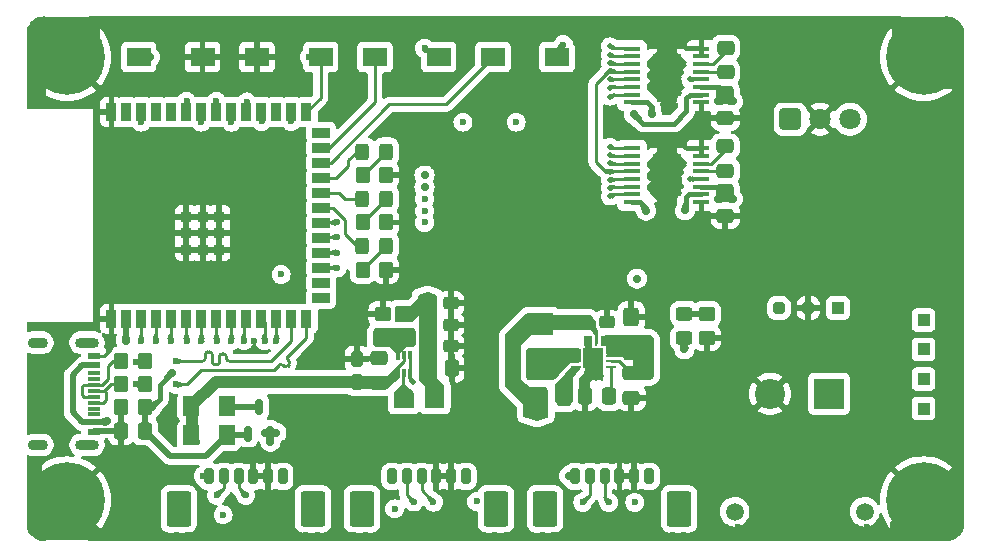
<source format=gtl>
G04 #@! TF.GenerationSoftware,KiCad,Pcbnew,8.0.4*
G04 #@! TF.CreationDate,2024-09-24T15:17:15+02:00*
G04 #@! TF.ProjectId,SUMEC_MK_IV,53554d45-435f-44d4-9b5f-49562e6b6963,v2.1.1*
G04 #@! TF.SameCoordinates,Original*
G04 #@! TF.FileFunction,Copper,L1,Top*
G04 #@! TF.FilePolarity,Positive*
%FSLAX46Y46*%
G04 Gerber Fmt 4.6, Leading zero omitted, Abs format (unit mm)*
G04 Created by KiCad (PCBNEW 8.0.4) date 2024-09-24 15:17:15*
%MOMM*%
%LPD*%
G01*
G04 APERTURE LIST*
G04 Aperture macros list*
%AMRoundRect*
0 Rectangle with rounded corners*
0 $1 Rounding radius*
0 $2 $3 $4 $5 $6 $7 $8 $9 X,Y pos of 4 corners*
0 Add a 4 corners polygon primitive as box body*
4,1,4,$2,$3,$4,$5,$6,$7,$8,$9,$2,$3,0*
0 Add four circle primitives for the rounded corners*
1,1,$1+$1,$2,$3*
1,1,$1+$1,$4,$5*
1,1,$1+$1,$6,$7*
1,1,$1+$1,$8,$9*
0 Add four rect primitives between the rounded corners*
20,1,$1+$1,$2,$3,$4,$5,0*
20,1,$1+$1,$4,$5,$6,$7,0*
20,1,$1+$1,$6,$7,$8,$9,0*
20,1,$1+$1,$8,$9,$2,$3,0*%
G04 Aperture macros list end*
G04 #@! TA.AperFunction,Conductor*
%ADD10C,0.200000*%
G04 #@! TD*
G04 #@! TA.AperFunction,Conductor*
%ADD11C,0.500000*%
G04 #@! TD*
G04 #@! TA.AperFunction,SMDPad,CuDef*
%ADD12RoundRect,0.250000X-0.450000X0.350000X-0.450000X-0.350000X0.450000X-0.350000X0.450000X0.350000X0*%
G04 #@! TD*
G04 #@! TA.AperFunction,SMDPad,CuDef*
%ADD13RoundRect,0.062500X-0.350000X-0.062500X0.350000X-0.062500X0.350000X0.062500X-0.350000X0.062500X0*%
G04 #@! TD*
G04 #@! TA.AperFunction,SMDPad,CuDef*
%ADD14RoundRect,0.062500X-0.062500X-0.350000X0.062500X-0.350000X0.062500X0.350000X-0.062500X0.350000X0*%
G04 #@! TD*
G04 #@! TA.AperFunction,HeatsinkPad*
%ADD15C,0.500000*%
G04 #@! TD*
G04 #@! TA.AperFunction,HeatsinkPad*
%ADD16R,1.680000X1.680000*%
G04 #@! TD*
G04 #@! TA.AperFunction,SMDPad,CuDef*
%ADD17RoundRect,0.200000X-0.200000X-0.450000X0.200000X-0.450000X0.200000X0.450000X-0.200000X0.450000X0*%
G04 #@! TD*
G04 #@! TA.AperFunction,SMDPad,CuDef*
%ADD18RoundRect,0.250001X-0.799999X-1.249999X0.799999X-1.249999X0.799999X1.249999X-0.799999X1.249999X0*%
G04 #@! TD*
G04 #@! TA.AperFunction,SMDPad,CuDef*
%ADD19R,1.475000X0.450000*%
G04 #@! TD*
G04 #@! TA.AperFunction,SMDPad,CuDef*
%ADD20R,2.460000X3.550000*%
G04 #@! TD*
G04 #@! TA.AperFunction,ComponentPad*
%ADD21C,0.500000*%
G04 #@! TD*
G04 #@! TA.AperFunction,ComponentPad*
%ADD22R,1.000000X1.000000*%
G04 #@! TD*
G04 #@! TA.AperFunction,ComponentPad*
%ADD23RoundRect,0.250000X-0.250000X0.250000X-0.250000X-0.250000X0.250000X-0.250000X0.250000X0.250000X0*%
G04 #@! TD*
G04 #@! TA.AperFunction,ComponentPad*
%ADD24C,0.800000*%
G04 #@! TD*
G04 #@! TA.AperFunction,ComponentPad*
%ADD25C,6.400000*%
G04 #@! TD*
G04 #@! TA.AperFunction,SMDPad,CuDef*
%ADD26RoundRect,0.250000X-0.337500X-0.475000X0.337500X-0.475000X0.337500X0.475000X-0.337500X0.475000X0*%
G04 #@! TD*
G04 #@! TA.AperFunction,SMDPad,CuDef*
%ADD27RoundRect,0.250000X0.475000X-0.337500X0.475000X0.337500X-0.475000X0.337500X-0.475000X-0.337500X0*%
G04 #@! TD*
G04 #@! TA.AperFunction,SMDPad,CuDef*
%ADD28RoundRect,0.250001X-0.462499X-0.624999X0.462499X-0.624999X0.462499X0.624999X-0.462499X0.624999X0*%
G04 #@! TD*
G04 #@! TA.AperFunction,ComponentPad*
%ADD29C,2.550000*%
G04 #@! TD*
G04 #@! TA.AperFunction,ComponentPad*
%ADD30R,2.550000X2.550000*%
G04 #@! TD*
G04 #@! TA.AperFunction,ComponentPad*
%ADD31C,1.508000*%
G04 #@! TD*
G04 #@! TA.AperFunction,SMDPad,CuDef*
%ADD32RoundRect,0.250000X-0.475000X0.337500X-0.475000X-0.337500X0.475000X-0.337500X0.475000X0.337500X0*%
G04 #@! TD*
G04 #@! TA.AperFunction,ComponentPad*
%ADD33RoundRect,0.250200X-0.649800X-0.649800X0.649800X-0.649800X0.649800X0.649800X-0.649800X0.649800X0*%
G04 #@! TD*
G04 #@! TA.AperFunction,ComponentPad*
%ADD34C,1.800000*%
G04 #@! TD*
G04 #@! TA.AperFunction,SMDPad,CuDef*
%ADD35RoundRect,0.250000X-0.350000X-0.450000X0.350000X-0.450000X0.350000X0.450000X-0.350000X0.450000X0*%
G04 #@! TD*
G04 #@! TA.AperFunction,SMDPad,CuDef*
%ADD36RoundRect,0.150000X0.150000X-0.512500X0.150000X0.512500X-0.150000X0.512500X-0.150000X-0.512500X0*%
G04 #@! TD*
G04 #@! TA.AperFunction,SMDPad,CuDef*
%ADD37R,2.000000X1.600000*%
G04 #@! TD*
G04 #@! TA.AperFunction,SMDPad,CuDef*
%ADD38RoundRect,0.250000X-0.450000X0.325000X-0.450000X-0.325000X0.450000X-0.325000X0.450000X0.325000X0*%
G04 #@! TD*
G04 #@! TA.AperFunction,SMDPad,CuDef*
%ADD39RoundRect,0.250000X-0.400000X-0.275000X0.400000X-0.275000X0.400000X0.275000X-0.400000X0.275000X0*%
G04 #@! TD*
G04 #@! TA.AperFunction,SMDPad,CuDef*
%ADD40R,1.140000X0.600000*%
G04 #@! TD*
G04 #@! TA.AperFunction,SMDPad,CuDef*
%ADD41R,1.140000X0.300000*%
G04 #@! TD*
G04 #@! TA.AperFunction,ComponentPad*
%ADD42O,2.000000X0.900000*%
G04 #@! TD*
G04 #@! TA.AperFunction,ComponentPad*
%ADD43O,1.700000X0.900000*%
G04 #@! TD*
G04 #@! TA.AperFunction,SMDPad,CuDef*
%ADD44RoundRect,0.250000X0.325000X0.450000X-0.325000X0.450000X-0.325000X-0.450000X0.325000X-0.450000X0*%
G04 #@! TD*
G04 #@! TA.AperFunction,SMDPad,CuDef*
%ADD45RoundRect,0.250000X0.425000X-0.537500X0.425000X0.537500X-0.425000X0.537500X-0.425000X-0.537500X0*%
G04 #@! TD*
G04 #@! TA.AperFunction,SMDPad,CuDef*
%ADD46R,1.000000X1.000000*%
G04 #@! TD*
G04 #@! TA.AperFunction,SMDPad,CuDef*
%ADD47R,0.900000X1.500000*%
G04 #@! TD*
G04 #@! TA.AperFunction,SMDPad,CuDef*
%ADD48R,1.500000X0.900000*%
G04 #@! TD*
G04 #@! TA.AperFunction,SMDPad,CuDef*
%ADD49R,0.900000X0.900000*%
G04 #@! TD*
G04 #@! TA.AperFunction,SMDPad,CuDef*
%ADD50RoundRect,0.085000X0.085000X-0.265000X0.085000X0.265000X-0.085000X0.265000X-0.085000X-0.265000X0*%
G04 #@! TD*
G04 #@! TA.AperFunction,SMDPad,CuDef*
%ADD51RoundRect,0.250000X0.350000X0.450000X-0.350000X0.450000X-0.350000X-0.450000X0.350000X-0.450000X0*%
G04 #@! TD*
G04 #@! TA.AperFunction,SMDPad,CuDef*
%ADD52RoundRect,0.250000X0.450000X-0.350000X0.450000X0.350000X-0.450000X0.350000X-0.450000X-0.350000X0*%
G04 #@! TD*
G04 #@! TA.AperFunction,SMDPad,CuDef*
%ADD53RoundRect,0.250000X0.337500X0.475000X-0.337500X0.475000X-0.337500X-0.475000X0.337500X-0.475000X0*%
G04 #@! TD*
G04 #@! TA.AperFunction,SMDPad,CuDef*
%ADD54R,2.286000X1.854500*%
G04 #@! TD*
G04 #@! TA.AperFunction,SMDPad,CuDef*
%ADD55R,1.500000X1.200000*%
G04 #@! TD*
G04 #@! TA.AperFunction,SMDPad,CuDef*
%ADD56RoundRect,0.250000X0.275000X-0.400000X0.275000X0.400000X-0.275000X0.400000X-0.275000X-0.400000X0*%
G04 #@! TD*
G04 #@! TA.AperFunction,ViaPad*
%ADD57C,0.600000*%
G04 #@! TD*
G04 #@! TA.AperFunction,ViaPad*
%ADD58C,0.700000*%
G04 #@! TD*
G04 #@! TA.AperFunction,ViaPad*
%ADD59C,0.500000*%
G04 #@! TD*
G04 #@! TA.AperFunction,Conductor*
%ADD60C,1.000000*%
G04 #@! TD*
G04 #@! TA.AperFunction,Conductor*
%ADD61C,0.250000*%
G04 #@! TD*
G04 #@! TA.AperFunction,Conductor*
%ADD62C,0.450000*%
G04 #@! TD*
G04 #@! TA.AperFunction,Conductor*
%ADD63C,0.400000*%
G04 #@! TD*
G04 APERTURE END LIST*
D10*
X137250000Y-105437544D02*
X137250000Y-109350000D01*
X137250000Y-112250000D01*
X137850000Y-112850000D01*
X137850000Y-114650000D01*
X136350000Y-114650000D01*
X136350000Y-112850000D01*
X135850000Y-112350000D01*
X135850000Y-109350000D01*
X135850000Y-105431316D01*
X137250000Y-105437544D01*
G04 #@! TA.AperFunction,Conductor*
G36*
X137250000Y-105437544D02*
G01*
X137250000Y-109350000D01*
X137250000Y-112250000D01*
X137850000Y-112850000D01*
X137850000Y-114650000D01*
X136350000Y-114650000D01*
X136350000Y-112850000D01*
X135850000Y-112350000D01*
X135850000Y-109350000D01*
X135850000Y-105431316D01*
X137250000Y-105437544D01*
G37*
G04 #@! TD.AperFunction*
X103750000Y-124350000D02*
X108350000Y-124350000D01*
X108350000Y-125840000D01*
X104080000Y-125840000D01*
X103476480Y-125531040D01*
X102710000Y-124700962D01*
X102660000Y-118920000D01*
X103750000Y-118920000D01*
X103750000Y-124350000D01*
G04 #@! TA.AperFunction,Conductor*
G36*
X103750000Y-124350000D02*
G01*
X108350000Y-124350000D01*
X108350000Y-125840000D01*
X104080000Y-125840000D01*
X103476480Y-125531040D01*
X102710000Y-124700962D01*
X102660000Y-118920000D01*
X103750000Y-118920000D01*
X103750000Y-124350000D01*
G37*
G04 #@! TD.AperFunction*
X150350000Y-109750000D02*
X151250000Y-110700000D01*
X151250000Y-112250000D01*
X150450000Y-112250000D01*
X150200000Y-112500000D01*
X150200000Y-114000000D01*
X149450000Y-114000000D01*
X149450000Y-112250000D01*
X149880000Y-111750000D01*
X149880000Y-110000000D01*
X149880000Y-109750000D01*
X149880000Y-108735000D01*
X150350000Y-108735000D01*
X150350000Y-109750000D01*
G04 #@! TA.AperFunction,Conductor*
G36*
X150350000Y-109750000D02*
G01*
X151250000Y-110700000D01*
X151250000Y-112250000D01*
X150450000Y-112250000D01*
X150200000Y-112500000D01*
X150200000Y-114000000D01*
X149450000Y-114000000D01*
X149450000Y-112250000D01*
X149880000Y-111750000D01*
X149880000Y-110000000D01*
X149880000Y-109750000D01*
X149880000Y-108735000D01*
X150350000Y-108735000D01*
X150350000Y-109750000D01*
G37*
G04 #@! TD.AperFunction*
X135850000Y-106650000D02*
X135150000Y-107350000D01*
X133850000Y-107350000D01*
X133850000Y-106150000D01*
X135131316Y-106150000D01*
X135850000Y-105431316D01*
X135850000Y-106650000D01*
G04 #@! TA.AperFunction,Conductor*
G36*
X135850000Y-106650000D02*
G01*
X135150000Y-107350000D01*
X133850000Y-107350000D01*
X133850000Y-106150000D01*
X135131316Y-106150000D01*
X135850000Y-105431316D01*
X135850000Y-106650000D01*
G37*
G04 #@! TD.AperFunction*
X147050000Y-108450000D02*
X145250000Y-108450000D01*
X144350000Y-109350000D01*
X144350000Y-112350000D01*
X145050000Y-113050000D01*
X146450000Y-113050000D01*
X146650000Y-113250000D01*
X146650000Y-114050000D01*
X146350000Y-114350000D01*
X144650000Y-114350000D01*
X143150000Y-112850000D01*
X143150000Y-108550000D01*
X144950000Y-106750000D01*
X147050000Y-106750000D01*
X147050000Y-108450000D01*
G04 #@! TA.AperFunction,Conductor*
G36*
X147050000Y-108450000D02*
G01*
X145250000Y-108450000D01*
X144350000Y-109350000D01*
X144350000Y-112350000D01*
X145050000Y-113050000D01*
X146450000Y-113050000D01*
X146650000Y-113250000D01*
X146650000Y-114050000D01*
X146350000Y-114350000D01*
X144650000Y-114350000D01*
X143150000Y-112850000D01*
X143150000Y-108550000D01*
X144950000Y-106750000D01*
X147050000Y-106750000D01*
X147050000Y-108450000D01*
G37*
G04 #@! TD.AperFunction*
X108650000Y-83200000D02*
X104150000Y-83200000D01*
X104150000Y-89200000D01*
X102650000Y-89200000D01*
X102650000Y-83162501D01*
X103267434Y-82159169D01*
X104050771Y-81650000D01*
X108650000Y-81650000D01*
X108650000Y-83200000D01*
G04 #@! TA.AperFunction,Conductor*
G36*
X108650000Y-83200000D02*
G01*
X104150000Y-83200000D01*
X104150000Y-89200000D01*
X102650000Y-89200000D01*
X102650000Y-83162501D01*
X103267434Y-82159169D01*
X104050771Y-81650000D01*
X108650000Y-81650000D01*
X108650000Y-83200000D01*
G37*
G04 #@! TD.AperFunction*
X134550000Y-112750000D02*
X135250000Y-113450000D01*
X135250000Y-114650000D01*
X133750000Y-114650000D01*
X133750000Y-113450000D01*
X134250000Y-112950000D01*
X134450000Y-112750000D01*
X134450000Y-111550000D01*
X134550000Y-111550000D01*
X134550000Y-112750000D01*
G04 #@! TA.AperFunction,Conductor*
G36*
X134550000Y-112750000D02*
G01*
X135250000Y-113450000D01*
X135250000Y-114650000D01*
X133750000Y-114650000D01*
X133750000Y-113450000D01*
X134250000Y-112950000D01*
X134450000Y-112750000D01*
X134450000Y-111550000D01*
X134550000Y-111550000D01*
X134550000Y-112750000D01*
G37*
G04 #@! TD.AperFunction*
X156000000Y-92500000D02*
X157500000Y-92500000D01*
X157500000Y-97500000D01*
X156000000Y-97500000D01*
X156000000Y-92500000D01*
G04 #@! TA.AperFunction,Conductor*
G36*
X156000000Y-92500000D02*
G01*
X157500000Y-92500000D01*
X157500000Y-97500000D01*
X156000000Y-97500000D01*
X156000000Y-92500000D01*
G37*
G04 #@! TD.AperFunction*
X156000000Y-84250000D02*
X157500000Y-84250000D01*
X157500000Y-88750000D01*
X156000000Y-88750000D01*
X156000000Y-84250000D01*
G04 #@! TA.AperFunction,Conductor*
G36*
X156000000Y-84250000D02*
G01*
X157500000Y-84250000D01*
X157500000Y-88750000D01*
X156000000Y-88750000D01*
X156000000Y-84250000D01*
G37*
G04 #@! TD.AperFunction*
X181200000Y-82130000D02*
X181840000Y-83080000D01*
X181840000Y-87630000D01*
X180200000Y-87630000D01*
X180200000Y-83130000D01*
X175950000Y-83130000D01*
X175950000Y-81650000D01*
X180240000Y-81650000D01*
X181200000Y-82130000D01*
G04 #@! TA.AperFunction,Conductor*
G36*
X181200000Y-82130000D02*
G01*
X181840000Y-83080000D01*
X181840000Y-87630000D01*
X180200000Y-87630000D01*
X180200000Y-83130000D01*
X175950000Y-83130000D01*
X175950000Y-81650000D01*
X180240000Y-81650000D01*
X181200000Y-82130000D01*
G37*
G04 #@! TD.AperFunction*
X134050000Y-112050000D02*
X133050000Y-113050000D01*
X130150000Y-113050000D01*
X130150000Y-112050000D01*
X133150000Y-112050000D01*
X134050000Y-111150000D01*
X134050000Y-112050000D01*
G04 #@! TA.AperFunction,Conductor*
G36*
X134050000Y-112050000D02*
G01*
X133050000Y-113050000D01*
X130150000Y-113050000D01*
X130150000Y-112050000D01*
X133150000Y-112050000D01*
X134050000Y-111150000D01*
X134050000Y-112050000D01*
G37*
G04 #@! TD.AperFunction*
X146650000Y-115437500D02*
X145791667Y-115750000D01*
X144700000Y-115375000D01*
X144700000Y-114000000D01*
X146650000Y-114000000D01*
X146650000Y-115437500D01*
G04 #@! TA.AperFunction,Conductor*
G36*
X146650000Y-115437500D02*
G01*
X145791667Y-115750000D01*
X144700000Y-115375000D01*
X144700000Y-114000000D01*
X146650000Y-114000000D01*
X146650000Y-115437500D01*
G37*
G04 #@! TD.AperFunction*
X150700000Y-107400000D02*
X150700000Y-107900000D01*
X150850000Y-108150000D01*
X150850000Y-109200000D01*
X150750000Y-109200000D01*
X150750000Y-108516342D01*
X150300000Y-108050000D01*
X145050000Y-108050000D01*
X145050000Y-106950000D01*
X150250000Y-106950000D01*
X150700000Y-107400000D01*
G04 #@! TA.AperFunction,Conductor*
G36*
X150700000Y-107400000D02*
G01*
X150700000Y-107900000D01*
X150850000Y-108150000D01*
X150850000Y-109200000D01*
X150750000Y-109200000D01*
X150750000Y-108516342D01*
X150300000Y-108050000D01*
X145050000Y-108050000D01*
X145050000Y-106950000D01*
X150250000Y-106950000D01*
X150700000Y-107400000D01*
G37*
G04 #@! TD.AperFunction*
X181840000Y-124170000D02*
X181183333Y-125483333D01*
X180450000Y-125850000D01*
X175750000Y-125850000D01*
X175750000Y-124350000D01*
X180250000Y-124350000D01*
X180250000Y-120100000D01*
X181840000Y-120100000D01*
X181840000Y-124170000D01*
G04 #@! TA.AperFunction,Conductor*
G36*
X181840000Y-124170000D02*
G01*
X181183333Y-125483333D01*
X180450000Y-125850000D01*
X175750000Y-125850000D01*
X175750000Y-124350000D01*
X180250000Y-124350000D01*
X180250000Y-120100000D01*
X181840000Y-120100000D01*
X181840000Y-124170000D01*
G37*
G04 #@! TD.AperFunction*
X135450000Y-108250000D02*
X135450000Y-109250000D01*
X135250000Y-109450000D01*
X134650000Y-109450000D01*
X134050000Y-110050000D01*
X134050000Y-110550000D01*
X133950000Y-110550000D01*
X133950000Y-110050000D01*
X133350000Y-109450000D01*
X132150000Y-109450000D01*
X131950000Y-109250000D01*
X131950000Y-108250000D01*
X132150000Y-108050000D01*
X135250000Y-108050000D01*
X135450000Y-108250000D01*
G04 #@! TA.AperFunction,Conductor*
G36*
X135450000Y-108250000D02*
G01*
X135450000Y-109250000D01*
X135250000Y-109450000D01*
X134650000Y-109450000D01*
X134050000Y-110050000D01*
X134050000Y-110550000D01*
X133950000Y-110550000D01*
X133950000Y-110050000D01*
X133350000Y-109450000D01*
X132150000Y-109450000D01*
X131950000Y-109250000D01*
X131950000Y-108250000D01*
X132150000Y-108050000D01*
X135250000Y-108050000D01*
X135450000Y-108250000D01*
G37*
G04 #@! TD.AperFunction*
X149350000Y-111366707D02*
X148750000Y-112066707D01*
X148750000Y-114150000D01*
X148450000Y-114450000D01*
X147650000Y-114450000D01*
X147350000Y-114150000D01*
X147350000Y-112750000D01*
X148850000Y-111250000D01*
X149350000Y-111250000D01*
X149350000Y-111366707D01*
G04 #@! TA.AperFunction,Conductor*
G36*
X149350000Y-111366707D02*
G01*
X148750000Y-112066707D01*
X148750000Y-114150000D01*
X148450000Y-114450000D01*
X147650000Y-114450000D01*
X147350000Y-114150000D01*
X147350000Y-112750000D01*
X148850000Y-111250000D01*
X149350000Y-111250000D01*
X149350000Y-111366707D01*
G37*
G04 #@! TD.AperFunction*
D11*
X149250000Y-110650000D02*
X148450000Y-110650000D01*
X147100000Y-112100000D01*
X145050000Y-112100000D01*
X145050000Y-109850000D01*
X149250000Y-109850000D01*
X149250000Y-110650000D01*
G04 #@! TA.AperFunction,Conductor*
G36*
X149250000Y-110650000D02*
G01*
X148450000Y-110650000D01*
X147100000Y-112100000D01*
X145050000Y-112100000D01*
X145050000Y-109850000D01*
X149250000Y-109850000D01*
X149250000Y-110650000D01*
G37*
G04 #@! TD.AperFunction*
D10*
X137250000Y-105193750D02*
X137250000Y-106693750D01*
X135750000Y-106693750D01*
X135750000Y-105193750D01*
X136500000Y-104943750D01*
X137250000Y-105193750D01*
G04 #@! TA.AperFunction,Conductor*
G36*
X137250000Y-105193750D02*
G01*
X137250000Y-106693750D01*
X135750000Y-106693750D01*
X135750000Y-105193750D01*
X136500000Y-104943750D01*
X137250000Y-105193750D01*
G37*
G04 #@! TD.AperFunction*
D12*
X160150000Y-106750000D03*
X160150000Y-108750000D03*
D13*
X149087500Y-109762500D03*
X149087500Y-110262500D03*
X149087500Y-110762500D03*
X149087500Y-111262500D03*
D14*
X149800000Y-111975000D03*
X150300000Y-111975000D03*
X150800000Y-111975000D03*
X151300000Y-111975000D03*
D13*
X152012500Y-111262500D03*
X152012500Y-110762500D03*
X152012500Y-110262500D03*
X152012500Y-109762500D03*
D14*
X151300000Y-109050000D03*
X150800000Y-109050000D03*
X150300000Y-109050000D03*
X149800000Y-109050000D03*
D15*
X149960000Y-109922500D03*
X149960000Y-111102500D03*
D16*
X150550000Y-110512500D03*
D15*
X151140000Y-109922500D03*
X151140000Y-111102500D03*
D17*
X118000000Y-120500000D03*
X119250000Y-120500000D03*
X120500000Y-120500000D03*
X121750000Y-120500000D03*
X123000000Y-120500000D03*
X124250000Y-120500000D03*
D18*
X115450000Y-123250000D03*
X126800000Y-123250000D03*
D19*
X153812000Y-84275000D03*
X153812000Y-84925000D03*
X153812000Y-85575000D03*
X153812000Y-86225000D03*
X153812000Y-86875000D03*
X153812000Y-87525000D03*
X153812000Y-88175000D03*
X153812000Y-88825000D03*
X159688000Y-88825000D03*
X159688000Y-88175000D03*
X159688000Y-87525000D03*
X159688000Y-86875000D03*
X159688000Y-86225000D03*
X159688000Y-85575000D03*
X159688000Y-84925000D03*
X159688000Y-84275000D03*
D20*
X156750000Y-86550000D03*
D17*
X133500000Y-120500000D03*
X134750000Y-120500000D03*
X136000000Y-120500000D03*
X137250000Y-120500000D03*
X138500000Y-120500000D03*
X139750000Y-120500000D03*
D18*
X130950000Y-123250000D03*
X142300000Y-123250000D03*
D21*
X157750000Y-86050000D03*
X155750000Y-85050000D03*
X157750000Y-94550000D03*
D22*
X171250000Y-106250000D03*
D23*
X168750000Y-106250000D03*
X166250000Y-106250000D03*
D21*
X155750000Y-88000000D03*
X156750000Y-93550000D03*
D24*
X176100000Y-85000000D03*
X176802944Y-83302944D03*
X176802944Y-86697056D03*
X178500000Y-82600000D03*
D25*
X178500000Y-85000000D03*
D24*
X178500000Y-87400000D03*
X180197056Y-83302944D03*
X180197056Y-86697056D03*
X180900000Y-85000000D03*
D21*
X156750000Y-88000000D03*
D26*
X149812500Y-113712500D03*
X151887500Y-113712500D03*
D12*
X134600000Y-106750000D03*
X134600000Y-108750000D03*
D27*
X132400000Y-112587500D03*
X132400000Y-110512500D03*
D21*
X155750000Y-93550000D03*
X156750000Y-96500000D03*
D19*
X153812000Y-92725000D03*
X153812000Y-93375000D03*
X153812000Y-94025000D03*
X153812000Y-94675000D03*
X153812000Y-95325000D03*
X153812000Y-95975000D03*
X153812000Y-96625000D03*
X153812000Y-97275000D03*
X159688000Y-97275000D03*
X159688000Y-96625000D03*
X159688000Y-95975000D03*
X159688000Y-95325000D03*
X159688000Y-94675000D03*
X159688000Y-94025000D03*
X159688000Y-93375000D03*
X159688000Y-92725000D03*
D20*
X156750000Y-95000000D03*
D28*
X116512500Y-117000000D03*
X119487500Y-117000000D03*
D29*
X165500000Y-113500000D03*
D30*
X170500000Y-113500000D03*
D31*
X162500000Y-123500000D03*
X173500000Y-123500000D03*
D32*
X153750000Y-111775000D03*
X153750000Y-113850000D03*
D21*
X155750000Y-94550000D03*
D33*
X167210000Y-90250000D03*
D34*
X169750000Y-90250000D03*
X172290000Y-90250000D03*
D27*
X161700000Y-98437500D03*
X161700000Y-96362500D03*
D35*
X110550000Y-110750000D03*
X112550000Y-110750000D03*
D36*
X121300000Y-116887500D03*
X123200000Y-116887500D03*
X122250000Y-114612500D03*
D21*
X156750000Y-87000000D03*
D32*
X161750000Y-84225000D03*
X161750000Y-86300000D03*
D37*
X137450000Y-85000000D03*
X132050000Y-85000000D03*
D38*
X158250000Y-106725000D03*
X158250000Y-108775000D03*
D21*
X157750000Y-85050000D03*
X156750000Y-86050000D03*
D37*
X147450000Y-85000000D03*
X142050000Y-85000000D03*
D35*
X131000000Y-103000000D03*
X133000000Y-103000000D03*
D39*
X149775000Y-107450000D03*
X151725000Y-107450000D03*
D21*
X157750000Y-95500000D03*
X157750000Y-96500000D03*
D40*
X108250000Y-110300000D03*
X108250000Y-111100000D03*
D41*
X108250000Y-112250000D03*
X108250000Y-113250000D03*
X108250000Y-113750000D03*
X108250000Y-114750000D03*
D40*
X108250000Y-116700000D03*
X108250000Y-115900000D03*
D41*
X108250000Y-115250000D03*
X108250000Y-114250000D03*
X108250000Y-112750000D03*
X108250000Y-111750000D03*
D42*
X107670000Y-109175000D03*
X107670000Y-117825000D03*
D43*
X103500000Y-109175000D03*
X103500000Y-117825000D03*
D21*
X157750000Y-93550000D03*
D28*
X116512500Y-114565000D03*
X119487500Y-114565000D03*
D39*
X136525000Y-105850000D03*
X138475000Y-105850000D03*
D35*
X146050000Y-113700000D03*
X148050000Y-113700000D03*
D17*
X149000000Y-120500000D03*
X150250000Y-120500000D03*
X151500000Y-120500000D03*
X152750000Y-120500000D03*
X154000000Y-120500000D03*
X155250000Y-120500000D03*
D18*
X146450000Y-123250000D03*
X157800000Y-123250000D03*
D35*
X110550000Y-112700000D03*
X112550000Y-112700000D03*
D44*
X133025000Y-93000000D03*
X130975000Y-93000000D03*
D27*
X161700000Y-90150000D03*
X161700000Y-88075000D03*
D37*
X117450000Y-85000000D03*
X112050000Y-85000000D03*
D21*
X156750000Y-95500000D03*
D45*
X153750000Y-109850000D03*
X153750000Y-106975000D03*
D37*
X122050000Y-85000000D03*
X127450000Y-85000000D03*
D46*
X178500000Y-107250000D03*
D26*
X136462500Y-111350000D03*
X138537500Y-111350000D03*
D47*
X109740000Y-107150000D03*
X111010000Y-107150000D03*
X112280000Y-107150000D03*
X113550000Y-107150000D03*
X114820000Y-107150000D03*
X116090000Y-107150000D03*
X117360000Y-107150000D03*
X118630000Y-107150000D03*
X119900000Y-107150000D03*
X121170000Y-107150000D03*
X122440000Y-107150000D03*
X123710000Y-107150000D03*
X124980000Y-107150000D03*
X126250000Y-107150000D03*
D48*
X127500000Y-105385000D03*
X127500000Y-104115000D03*
X127500000Y-102845000D03*
X127500000Y-101575000D03*
X127500000Y-100305000D03*
X127500000Y-99035000D03*
X127500000Y-97765000D03*
X127500000Y-96495000D03*
X127500000Y-95225000D03*
X127500000Y-93955000D03*
X127500000Y-92685000D03*
X127500000Y-91415000D03*
D47*
X126250000Y-89650000D03*
X124980000Y-89650000D03*
X123710000Y-89650000D03*
X122440000Y-89650000D03*
X121170000Y-89650000D03*
X119900000Y-89650000D03*
X118630000Y-89650000D03*
X117360000Y-89650000D03*
X116090000Y-89650000D03*
X114820000Y-89650000D03*
X113550000Y-89650000D03*
X112280000Y-89650000D03*
X111010000Y-89650000D03*
X109740000Y-89650000D03*
D49*
X116060000Y-101300000D03*
X117460000Y-101300000D03*
X118860000Y-101300000D03*
X118860000Y-101300000D03*
X116060000Y-99900000D03*
X116060000Y-99900000D03*
X117460000Y-99900000D03*
X118860000Y-99900000D03*
X116060000Y-98500000D03*
X117460000Y-98500000D03*
X118860000Y-98500000D03*
D21*
X156750000Y-94550000D03*
D35*
X131000000Y-99000000D03*
X133000000Y-99000000D03*
D39*
X136525000Y-107650000D03*
X138475000Y-107650000D03*
D44*
X133025000Y-101000000D03*
X130975000Y-101000000D03*
D35*
X131000000Y-95000000D03*
X133000000Y-95000000D03*
D24*
X103600000Y-85000000D03*
X104302944Y-83302944D03*
X104302944Y-86697056D03*
X106000000Y-82600000D03*
D25*
X106000000Y-85000000D03*
D24*
X106000000Y-87400000D03*
X107697056Y-83302944D03*
X107697056Y-86697056D03*
X108400000Y-85000000D03*
D46*
X178500000Y-109750000D03*
X178500000Y-114750000D03*
D21*
X155750000Y-95500000D03*
D50*
X134000000Y-111750000D03*
X134500000Y-111750000D03*
X135000000Y-111750000D03*
X135000000Y-110250000D03*
X134500000Y-110250000D03*
X134000000Y-110250000D03*
D51*
X112550000Y-114650000D03*
X110550000Y-114650000D03*
D39*
X136525000Y-109450000D03*
X138475000Y-109450000D03*
D21*
X157750000Y-88000000D03*
D32*
X161700000Y-92562500D03*
X161700000Y-94637500D03*
D52*
X132700000Y-108750000D03*
X132700000Y-106750000D03*
D21*
X155750000Y-87000000D03*
D46*
X178500000Y-112250000D03*
D24*
X103600000Y-122500000D03*
X104302944Y-120802944D03*
X104302944Y-124197056D03*
X106000000Y-120100000D03*
D25*
X106000000Y-122500000D03*
D24*
X106000000Y-124900000D03*
X107697056Y-120802944D03*
X107697056Y-124197056D03*
X108400000Y-122500000D03*
D21*
X156750000Y-85050000D03*
X155750000Y-86050000D03*
D53*
X112587500Y-116650000D03*
X110512500Y-116650000D03*
D21*
X157750000Y-87000000D03*
D54*
X146050000Y-111392250D03*
X146050000Y-107607750D03*
D21*
X155750000Y-96500000D03*
D24*
X176100000Y-122500000D03*
X176802944Y-120802944D03*
X176802944Y-124197056D03*
X178500000Y-120100000D03*
D25*
X178500000Y-122500000D03*
D24*
X178500000Y-124900000D03*
X180197056Y-120802944D03*
X180197056Y-124197056D03*
X180900000Y-122500000D03*
D55*
X134412500Y-114150000D03*
X137112500Y-114150000D03*
D56*
X130500000Y-112525000D03*
X130500000Y-110575000D03*
D44*
X133025000Y-97000000D03*
X130975000Y-97000000D03*
D57*
X116950000Y-117600000D03*
X117500000Y-120450000D03*
D58*
X133500000Y-120500000D03*
X148500000Y-120450000D03*
D57*
X116075000Y-117600000D03*
X167750000Y-124750000D03*
X150250000Y-125500000D03*
X136250000Y-94000000D03*
X143750000Y-105250000D03*
X146750000Y-82750000D03*
X173250000Y-125500000D03*
X111250000Y-125500000D03*
X181500000Y-91500000D03*
X166094048Y-96378049D03*
X173250000Y-82000000D03*
X157250000Y-125500000D03*
X142250000Y-110250000D03*
X169594048Y-117378049D03*
X109250000Y-125500000D03*
X147500000Y-104750000D03*
X132750000Y-115750000D03*
X136250000Y-125500000D03*
X117100000Y-96400000D03*
X109750000Y-124750000D03*
X131094048Y-106878049D03*
X134250000Y-82000000D03*
X168750000Y-82750000D03*
X112250000Y-82000000D03*
X138750000Y-117250000D03*
X161250000Y-125500000D03*
X142250000Y-82000000D03*
X131250000Y-82000000D03*
X134750000Y-124750000D03*
X132250000Y-116500000D03*
X142250000Y-112250000D03*
X148594048Y-117378049D03*
X136250000Y-116500000D03*
X173094048Y-117378049D03*
X139250000Y-82000000D03*
X153250000Y-82000000D03*
X143000000Y-114750000D03*
X141500000Y-109750000D03*
X109250000Y-82000000D03*
X176600000Y-99900000D03*
X169594048Y-85878049D03*
X103000000Y-107700000D03*
X160750000Y-82750000D03*
X124250000Y-82000000D03*
X132750000Y-82750000D03*
X131250000Y-125500000D03*
X161750000Y-124750000D03*
X114250000Y-82000000D03*
X117750000Y-82750000D03*
X119250000Y-125500000D03*
X141500000Y-106750000D03*
X143750000Y-82750000D03*
X180750000Y-97000000D03*
X144500000Y-104750000D03*
X149000000Y-104750000D03*
X172750000Y-124750000D03*
X120594048Y-96378049D03*
X166050000Y-85900000D03*
X155750000Y-124750000D03*
X169750000Y-124750000D03*
X111750000Y-82750000D03*
D59*
X135250000Y-112500000D03*
D57*
X165750000Y-124750000D03*
X168250000Y-125500000D03*
X142250000Y-125500000D03*
X113250000Y-125500000D03*
X144250000Y-82000000D03*
X126250000Y-125500000D03*
X162594048Y-120878049D03*
X103750000Y-114000000D03*
X174750000Y-82750000D03*
X169250000Y-125500000D03*
X125750000Y-82750000D03*
X150750000Y-82750000D03*
X152094048Y-117378049D03*
X181500000Y-96500000D03*
X141250000Y-82000000D03*
X110094048Y-96378049D03*
X157250000Y-82000000D03*
X164750000Y-82750000D03*
X151750000Y-82750000D03*
X147250000Y-125500000D03*
X147250000Y-82000000D03*
X145750000Y-82750000D03*
X137250000Y-125500000D03*
X181500000Y-100500000D03*
X139250000Y-125500000D03*
X120250000Y-125500000D03*
X111750000Y-124750000D03*
X181500000Y-113500000D03*
X180750000Y-113000000D03*
X103000000Y-113500000D03*
X154750000Y-82750000D03*
X144750000Y-82750000D03*
X137250000Y-82000000D03*
X129250000Y-125500000D03*
X181500000Y-108500000D03*
X117250000Y-82000000D03*
X140250000Y-82000000D03*
X170250000Y-82000000D03*
X134250000Y-116500000D03*
X162750000Y-124750000D03*
X180750000Y-119000000D03*
X180750000Y-106000000D03*
X180750000Y-109000000D03*
X113250000Y-82000000D03*
X117750000Y-124750000D03*
X180750000Y-99000000D03*
X149000000Y-105750000D03*
X128750000Y-82750000D03*
X123250000Y-125500000D03*
X130250000Y-125500000D03*
X163750000Y-124750000D03*
X152250000Y-125500000D03*
X181500000Y-104500000D03*
X159094048Y-113878049D03*
X181500000Y-92500000D03*
X173100000Y-99900000D03*
X158250000Y-82000000D03*
X141750000Y-82750000D03*
X143000000Y-115750000D03*
X161250000Y-82000000D03*
X151250000Y-82000000D03*
X172750000Y-82750000D03*
X159250000Y-125500000D03*
X170250000Y-125500000D03*
X127250000Y-82000000D03*
X137750000Y-124750000D03*
X181500000Y-109500000D03*
X155594048Y-113878049D03*
X156250000Y-125500000D03*
X143000000Y-104750000D03*
X128250000Y-125500000D03*
X146250000Y-82000000D03*
X141500000Y-107750000D03*
X171250000Y-125500000D03*
X180750000Y-107000000D03*
X111250000Y-82000000D03*
X141500000Y-113750000D03*
X181500000Y-98500000D03*
X149750000Y-124750000D03*
X141500000Y-114750000D03*
X180750000Y-116000000D03*
X151250000Y-125500000D03*
X173750000Y-82750000D03*
X174750000Y-124750000D03*
X142250000Y-106250000D03*
X153750000Y-82750000D03*
X176600000Y-103400000D03*
X181500000Y-105500000D03*
X180750000Y-102000000D03*
X180750000Y-93000000D03*
X124250000Y-125500000D03*
X180750000Y-111000000D03*
X180750000Y-103000000D03*
X146250000Y-125500000D03*
X132750000Y-117250000D03*
X180750000Y-101000000D03*
X119025000Y-105550000D03*
X103000000Y-115500000D03*
X127750000Y-82750000D03*
X136750000Y-82750000D03*
X180750000Y-90000000D03*
X143750000Y-115250000D03*
X152250000Y-82000000D03*
X113600000Y-96350000D03*
X117094048Y-92878049D03*
X133750000Y-124750000D03*
X139250000Y-113500000D03*
X110100000Y-92900000D03*
X121800000Y-109000000D03*
X138750000Y-114250000D03*
X113600000Y-120900000D03*
X138250000Y-116500000D03*
X138750000Y-82750000D03*
X142250000Y-105250000D03*
X169594048Y-120878049D03*
X181500000Y-106500000D03*
X162250000Y-125500000D03*
X114250000Y-125500000D03*
X159750000Y-82750000D03*
X143250000Y-82000000D03*
X103000000Y-116500000D03*
X180750000Y-117000000D03*
X124750000Y-82750000D03*
X139750000Y-82750000D03*
X159094048Y-103378049D03*
X119750000Y-118750000D03*
X180750000Y-100000000D03*
X181500000Y-97500000D03*
X156250000Y-82000000D03*
X181500000Y-111500000D03*
X128500000Y-110500000D03*
X154250000Y-125500000D03*
X143250000Y-125500000D03*
X103000000Y-112500000D03*
X142250000Y-113250000D03*
X173094048Y-85878049D03*
X138250000Y-125500000D03*
X145250000Y-82000000D03*
X132250000Y-125500000D03*
X135750000Y-82750000D03*
X144500000Y-105750000D03*
X136750000Y-117250000D03*
X130250000Y-82000000D03*
X166094048Y-92878049D03*
X171750000Y-124750000D03*
X155250000Y-82000000D03*
X153750000Y-124750000D03*
X175250000Y-125500000D03*
X151750000Y-124750000D03*
X135250000Y-125500000D03*
X170750000Y-124750000D03*
X170750000Y-82750000D03*
X166094048Y-103378049D03*
X146750000Y-105250000D03*
X115750000Y-82750000D03*
X180750000Y-104000000D03*
X124094048Y-96378049D03*
X181500000Y-114500000D03*
X103000000Y-114500000D03*
X116250000Y-82000000D03*
X117100000Y-103400000D03*
X133250000Y-116500000D03*
X114750000Y-82750000D03*
X180750000Y-118000000D03*
X103000000Y-111500000D03*
X121750000Y-124750000D03*
X174250000Y-82000000D03*
D58*
X167112500Y-108750000D03*
D57*
X166750000Y-124750000D03*
X120600000Y-103400000D03*
X138800000Y-122650000D03*
X152750000Y-124750000D03*
X162594048Y-113878049D03*
X173094048Y-96378049D03*
X176594048Y-117378049D03*
X164250000Y-125500000D03*
X171250000Y-82000000D03*
X180750000Y-112000000D03*
X181500000Y-93500000D03*
X135750000Y-117250000D03*
X118250000Y-82000000D03*
X103750000Y-115000000D03*
X176594048Y-89378049D03*
X155750000Y-82750000D03*
X166094048Y-117378049D03*
X168250000Y-82000000D03*
X103750000Y-112000000D03*
X163250000Y-125500000D03*
X136750000Y-124750000D03*
X181500000Y-88500000D03*
X134750000Y-117250000D03*
X167250000Y-82000000D03*
X103000000Y-110500000D03*
X131750000Y-117250000D03*
X146000000Y-104750000D03*
X132250000Y-82000000D03*
X141500000Y-108750000D03*
X116250000Y-125500000D03*
X135250000Y-82000000D03*
X181500000Y-94500000D03*
X180750000Y-95000000D03*
X155250000Y-125500000D03*
X181500000Y-107500000D03*
X138750000Y-112750000D03*
X166750000Y-82750000D03*
X103750000Y-111000000D03*
X119250000Y-82000000D03*
X180750000Y-91000000D03*
X158750000Y-82750000D03*
X139750000Y-124750000D03*
X135750000Y-124750000D03*
X103750000Y-116000000D03*
X161750000Y-82750000D03*
X156750000Y-82750000D03*
X181500000Y-103500000D03*
X138750000Y-124750000D03*
X160250000Y-125500000D03*
X150250000Y-82000000D03*
X103750000Y-113000000D03*
X110250000Y-82000000D03*
X176594048Y-92878049D03*
X142250000Y-109250000D03*
X133250000Y-82000000D03*
X122750000Y-124750000D03*
X157750000Y-82750000D03*
X118750000Y-124750000D03*
X166250000Y-125500000D03*
X132750000Y-114250000D03*
X181500000Y-115500000D03*
X175250000Y-82000000D03*
X165250000Y-125500000D03*
X181500000Y-89500000D03*
X113594048Y-99878049D03*
X110750000Y-124750000D03*
X165250000Y-82000000D03*
X149250000Y-125500000D03*
X167250000Y-125500000D03*
X142250000Y-115250000D03*
X163250000Y-82000000D03*
X127250000Y-125500000D03*
X150750000Y-124750000D03*
X109750000Y-82750000D03*
X141500000Y-111750000D03*
X142250000Y-108250000D03*
X141500000Y-105750000D03*
X133250000Y-125500000D03*
X165750000Y-82750000D03*
X120750000Y-124750000D03*
X162594048Y-117378049D03*
X180750000Y-89000000D03*
X125250000Y-125500000D03*
X159250000Y-82000000D03*
X118250000Y-125500000D03*
X134250000Y-125500000D03*
X112250000Y-125500000D03*
X162250000Y-82000000D03*
X180750000Y-105000000D03*
X181500000Y-95500000D03*
X129750000Y-82750000D03*
X149750000Y-82750000D03*
X117250000Y-125500000D03*
X148250000Y-82000000D03*
X172250000Y-82000000D03*
X122750000Y-82750000D03*
X180750000Y-98000000D03*
X162750000Y-82750000D03*
X180750000Y-114000000D03*
X139750000Y-114250000D03*
X159750000Y-124750000D03*
X169250000Y-82000000D03*
X180750000Y-110000000D03*
X141500000Y-115750000D03*
X148750000Y-124750000D03*
X140250000Y-125500000D03*
X121750000Y-82750000D03*
X144250000Y-125500000D03*
X147750000Y-82750000D03*
X120750000Y-82750000D03*
X140750000Y-82750000D03*
X146000000Y-105750000D03*
X173094048Y-92878049D03*
X141500000Y-104750000D03*
X130750000Y-82750000D03*
X180750000Y-108000000D03*
X160750000Y-124750000D03*
X168750000Y-124750000D03*
X144338809Y-122661191D03*
X122250000Y-125500000D03*
X113600000Y-92850000D03*
X121250000Y-82000000D03*
X181500000Y-119500000D03*
X166094048Y-120878049D03*
X142750000Y-82750000D03*
X110250000Y-125500000D03*
X158250000Y-125500000D03*
X142250000Y-107250000D03*
X169594048Y-96378049D03*
X139250000Y-115000000D03*
X137750000Y-82750000D03*
X181500000Y-90500000D03*
X139750000Y-112750000D03*
X154750000Y-124750000D03*
X132250000Y-115000000D03*
X125250000Y-82000000D03*
X180750000Y-92000000D03*
X123250000Y-82000000D03*
X167750000Y-82750000D03*
X112750000Y-124750000D03*
X173094048Y-120878049D03*
X126250000Y-82000000D03*
X110750000Y-82750000D03*
X110094048Y-120878049D03*
X131750000Y-114250000D03*
X148500000Y-90500000D03*
X112750000Y-82750000D03*
X139750000Y-117250000D03*
X116750000Y-82750000D03*
X169594048Y-103378049D03*
X169750000Y-82750000D03*
X155594048Y-117378049D03*
X141500000Y-112750000D03*
X159094048Y-117378049D03*
X164750000Y-124750000D03*
X139750000Y-115750000D03*
X154250000Y-82000000D03*
X124750000Y-124750000D03*
X123750000Y-124750000D03*
X113750000Y-82750000D03*
X166250000Y-82000000D03*
X134750000Y-82750000D03*
X164250000Y-82000000D03*
X122250000Y-82000000D03*
X110094048Y-99878049D03*
X133750000Y-82750000D03*
X171750000Y-82750000D03*
X120250000Y-82000000D03*
X143000000Y-105750000D03*
X181500000Y-112500000D03*
X142250000Y-111250000D03*
X115250000Y-82000000D03*
X138250000Y-82000000D03*
X160250000Y-82000000D03*
X180750000Y-96000000D03*
X123750000Y-82750000D03*
X172250000Y-125500000D03*
X141250000Y-125500000D03*
X148250000Y-125500000D03*
X163750000Y-82750000D03*
X148250000Y-105250000D03*
X136250000Y-82000000D03*
X131750000Y-82750000D03*
X155594048Y-106878049D03*
X126750000Y-82750000D03*
X181500000Y-116500000D03*
X173750000Y-124750000D03*
X181500000Y-101500000D03*
X147500000Y-105750000D03*
X181500000Y-110500000D03*
X124500000Y-122750000D03*
X121250000Y-125500000D03*
X133750000Y-117250000D03*
X135250000Y-116500000D03*
X119750000Y-82750000D03*
X145250000Y-105250000D03*
X119750000Y-124750000D03*
X152750000Y-82750000D03*
X181500000Y-102500000D03*
X169594048Y-92878049D03*
X137250000Y-116500000D03*
X128250000Y-82000000D03*
X181500000Y-99500000D03*
X142250000Y-114250000D03*
X181500000Y-117500000D03*
X131750000Y-115750000D03*
X180750000Y-94000000D03*
X176594048Y-96378049D03*
X180750000Y-115000000D03*
X145250000Y-125500000D03*
X115250000Y-125500000D03*
X149250000Y-82000000D03*
X141500000Y-110750000D03*
X129250000Y-82000000D03*
X153250000Y-125500000D03*
X138750000Y-115750000D03*
X181500000Y-118500000D03*
X118750000Y-82750000D03*
X139250000Y-116500000D03*
X137750000Y-117250000D03*
X148750000Y-82750000D03*
X174250000Y-125500000D03*
D58*
X136000000Y-106500000D03*
D57*
X124100000Y-103400000D03*
X136250000Y-97000000D03*
D59*
X151952080Y-95399850D03*
D57*
X140659769Y-122621534D03*
X133724999Y-123250000D03*
X148000000Y-83933058D03*
D58*
X154250000Y-103750000D03*
X136500000Y-105750000D03*
D57*
X154050000Y-122700000D03*
X136250000Y-84250000D03*
X144000000Y-90500000D03*
X119200000Y-123750000D03*
D58*
X110950000Y-109000000D03*
X178500000Y-107250000D03*
D59*
X151937500Y-86881250D03*
D57*
X139500000Y-90500000D03*
D58*
X137000000Y-106500000D03*
X146250000Y-114500000D03*
X123700000Y-116800000D03*
X145250000Y-114500000D03*
X123200000Y-117550000D03*
X145750000Y-115250000D03*
X122700000Y-116800000D03*
D59*
X158750000Y-86875000D03*
X158761347Y-95325000D03*
D58*
X114850000Y-111750000D03*
X113150000Y-114650000D03*
X113000000Y-85000000D03*
D57*
X112250000Y-109000000D03*
X126500000Y-85000000D03*
D59*
X151937500Y-84781241D03*
D57*
X118630000Y-88750000D03*
X121200000Y-88800000D03*
D59*
X151937500Y-94000000D03*
X151937500Y-85481244D03*
D58*
X154000000Y-89850000D03*
D59*
X151937500Y-84081238D03*
D57*
X116100000Y-88750000D03*
D58*
X155500000Y-89850000D03*
D57*
X122450000Y-90450000D03*
D59*
X151937500Y-86181247D03*
X151937500Y-94700000D03*
X151937500Y-88350000D03*
X151937500Y-96800000D03*
D57*
X119900000Y-90500000D03*
D59*
X151937500Y-92599994D03*
D58*
X136250000Y-96000000D03*
X158312634Y-97979006D03*
X136250000Y-95000000D03*
X155000000Y-98000000D03*
D59*
X151937500Y-93299997D03*
D57*
X117350000Y-90500000D03*
X123700000Y-109000000D03*
X118650000Y-122100000D03*
X120950000Y-109000000D03*
X135337500Y-122662500D03*
X149650000Y-122700000D03*
X122700000Y-109000000D03*
X137000000Y-122675000D03*
X121100000Y-122100000D03*
X151850000Y-122700000D03*
X113507824Y-109000000D03*
X119900000Y-109000000D03*
X114750000Y-109000000D03*
X118650000Y-109000000D03*
X117350000Y-109000000D03*
X116100000Y-109000000D03*
X112250000Y-90500000D03*
X128850000Y-102850000D03*
X128850000Y-101550000D03*
D58*
X178500000Y-112250000D03*
D57*
X136250000Y-99000000D03*
X128850000Y-100250000D03*
X136250000Y-98000000D03*
X128850000Y-99000000D03*
D58*
X178500000Y-109750000D03*
D57*
X124950000Y-90450000D03*
D58*
X178500000Y-114750000D03*
D57*
X115200000Y-110750000D03*
X115200000Y-112700000D03*
X111800000Y-110800000D03*
X111800000Y-112700000D03*
D59*
X151937500Y-87581253D03*
X151943467Y-96100000D03*
D58*
X161087500Y-88750000D03*
X162337500Y-88750000D03*
X155250000Y-111250000D03*
X154500000Y-110750000D03*
X161087500Y-97000000D03*
X155250000Y-110250000D03*
X162337500Y-97000000D03*
X158250000Y-109750000D03*
X109362500Y-115850000D03*
D60*
X116562500Y-114625000D02*
X116550000Y-114612500D01*
D61*
X133051041Y-112150000D02*
X133000000Y-112150000D01*
D60*
X116562500Y-117112500D02*
X116562500Y-114625000D01*
X118552500Y-112525000D02*
X116512500Y-114565000D01*
D11*
X130562500Y-112587500D02*
X130500000Y-112525000D01*
D61*
X134500000Y-110701041D02*
X133051041Y-112150000D01*
D60*
X130500000Y-112525000D02*
X118552500Y-112525000D01*
D61*
X134500000Y-110250000D02*
X134500000Y-110701041D01*
D11*
X108300000Y-116650000D02*
X108250000Y-116700000D01*
D61*
X108250000Y-110300000D02*
X108100000Y-110150000D01*
X108250000Y-110300000D02*
X109125000Y-110300000D01*
X135000000Y-110250000D02*
X135000000Y-111750000D01*
X109125000Y-110300000D02*
X109740000Y-109685000D01*
X109740000Y-109685000D02*
X109740000Y-107150000D01*
D11*
X110512500Y-116650000D02*
X108300000Y-116650000D01*
X110512500Y-114687500D02*
X110550000Y-114650000D01*
D61*
X135000000Y-112250000D02*
X135250000Y-112500000D01*
X135000000Y-111750000D02*
X135000000Y-112250000D01*
D11*
X110512500Y-116650000D02*
X110512500Y-114687500D01*
D61*
X151943750Y-86875000D02*
X153812000Y-86875000D01*
X151937500Y-86881250D02*
X151943750Y-86875000D01*
X152026930Y-95325000D02*
X153812000Y-95325000D01*
D11*
X110950000Y-109000000D02*
X111010000Y-108940000D01*
D61*
X151952080Y-95399850D02*
X152026930Y-95325000D01*
X137000000Y-85000000D02*
X136250000Y-84250000D01*
D11*
X111010000Y-108940000D02*
X111010000Y-107150000D01*
D61*
X137450000Y-85000000D02*
X137000000Y-85000000D01*
X148000000Y-83933058D02*
X147450000Y-84483058D01*
X147450000Y-84483058D02*
X147450000Y-85000000D01*
D11*
X146050000Y-114200000D02*
X146050000Y-113700000D01*
D61*
X160675500Y-85575000D02*
X161750000Y-84500500D01*
X161750000Y-84500500D02*
X161750000Y-84225000D01*
X159688000Y-85575000D02*
X160675500Y-85575000D01*
X161750000Y-86300000D02*
X159763000Y-86300000D01*
X159763000Y-86300000D02*
X159688000Y-86225000D01*
X158750000Y-86875000D02*
X159688000Y-86875000D01*
X161700000Y-92850000D02*
X161700000Y-92562500D01*
X159688000Y-94025000D02*
X160525000Y-94025000D01*
X160525000Y-94025000D02*
X161700000Y-92850000D01*
X159725500Y-94637500D02*
X159688000Y-94675000D01*
X161700000Y-94637500D02*
X159725500Y-94637500D01*
X158761347Y-95325000D02*
X159688000Y-95325000D01*
D62*
X113850000Y-113950000D02*
X113850000Y-112724695D01*
X114824695Y-111750000D02*
X114850000Y-111750000D01*
D11*
X112587500Y-114687500D02*
X112550000Y-114650000D01*
X112587500Y-116650000D02*
X114687500Y-118750000D01*
X119487500Y-117000000D02*
X121187500Y-117000000D01*
D62*
X113850000Y-112724695D02*
X114824695Y-111750000D01*
D11*
X121187500Y-117000000D02*
X121300000Y-116887500D01*
D62*
X112550000Y-114650000D02*
X113150000Y-114650000D01*
D11*
X112587500Y-116650000D02*
X112587500Y-114687500D01*
X117737500Y-118750000D02*
X119487500Y-117000000D01*
D62*
X113150000Y-114650000D02*
X113850000Y-113950000D01*
D11*
X114687500Y-118750000D02*
X117737500Y-118750000D01*
D61*
X112250000Y-108900000D02*
X112250000Y-109000000D01*
X112250000Y-107180000D02*
X112280000Y-107150000D01*
X112250000Y-109000000D02*
X112250000Y-107180000D01*
X127450000Y-85000000D02*
X127450000Y-88450000D01*
X127450000Y-85000000D02*
X126500000Y-85000000D01*
X127450000Y-88450000D02*
X126250000Y-89650000D01*
D11*
X122250000Y-114612500D02*
X119535000Y-114612500D01*
X119535000Y-114612500D02*
X119487500Y-114565000D01*
X160150000Y-106750000D02*
X158275000Y-106750000D01*
X158275000Y-106750000D02*
X158250000Y-106725000D01*
D61*
X130975000Y-97000000D02*
X129500000Y-97000000D01*
X129500000Y-97000000D02*
X128995000Y-96495000D01*
X128995000Y-96495000D02*
X127500000Y-96495000D01*
X131000000Y-95000000D02*
X131025000Y-95000000D01*
X131025000Y-95000000D02*
X133025000Y-93000000D01*
X131000000Y-99000000D02*
X133000000Y-97000000D01*
X133000000Y-97000000D02*
X133025000Y-97000000D01*
X129750000Y-94250000D02*
X128775000Y-95225000D01*
X130500000Y-93000000D02*
X129750000Y-93750000D01*
X130975000Y-93000000D02*
X130500000Y-93000000D01*
X129750000Y-93750000D02*
X129750000Y-94250000D01*
X128775000Y-95225000D02*
X127500000Y-95225000D01*
X152081259Y-84925000D02*
X153812000Y-84925000D01*
X151937500Y-84781241D02*
X152081259Y-84925000D01*
X118630000Y-88750000D02*
X118630000Y-89650000D01*
X151962500Y-94025000D02*
X153812000Y-94025000D01*
X121200000Y-88800000D02*
X121200000Y-89620000D01*
X121200000Y-89620000D02*
X121170000Y-89650000D01*
X151937500Y-94000000D02*
X151962500Y-94025000D01*
X151937500Y-85481244D02*
X152031256Y-85575000D01*
X152031256Y-85575000D02*
X153812000Y-85575000D01*
D62*
X158405000Y-88495000D02*
X158725000Y-88175000D01*
X154775000Y-90625000D02*
X157375000Y-90625000D01*
X158725000Y-88175000D02*
X159688000Y-88175000D01*
X158405000Y-89595000D02*
X158405000Y-88495000D01*
X157375000Y-90625000D02*
X158405000Y-89595000D01*
X154000000Y-89850000D02*
X154775000Y-90625000D01*
D61*
X152056262Y-84200000D02*
X153737000Y-84200000D01*
X151937500Y-84081238D02*
X152056262Y-84200000D01*
X153737000Y-84200000D02*
X153812000Y-84275000D01*
D62*
X155075000Y-88825000D02*
X153812000Y-88825000D01*
X155500000Y-89850000D02*
X155500000Y-89250000D01*
X155500000Y-89250000D02*
X155075000Y-88825000D01*
D61*
X151981253Y-86225000D02*
X153812000Y-86225000D01*
X151937500Y-94700000D02*
X151962500Y-94675000D01*
X151937500Y-86181247D02*
X151981253Y-86225000D01*
X150750000Y-93860943D02*
X151589057Y-94700000D01*
X151937500Y-86181247D02*
X151824330Y-86181247D01*
X151962500Y-94675000D02*
X153812000Y-94675000D01*
X151589057Y-94700000D02*
X151937500Y-94700000D01*
X151824330Y-86181247D02*
X150750000Y-87255577D01*
X150750000Y-87255577D02*
X150750000Y-93860943D01*
X151937500Y-88350000D02*
X152112500Y-88175000D01*
X152112500Y-88175000D02*
X153812000Y-88175000D01*
X152231640Y-96625000D02*
X153812000Y-96625000D01*
X151937500Y-96800000D02*
X152056640Y-96800000D01*
X152056640Y-96800000D02*
X152231640Y-96625000D01*
X152062506Y-92725000D02*
X153812000Y-92725000D01*
X151937500Y-92599994D02*
X152062506Y-92725000D01*
X119900000Y-90500000D02*
X119900000Y-89650000D01*
D62*
X158599500Y-96625000D02*
X159688000Y-96625000D01*
X158312634Y-97979006D02*
X158405000Y-97886640D01*
X158405000Y-97886640D02*
X158405000Y-96819500D01*
X158405000Y-96819500D02*
X158599500Y-96625000D01*
X155000000Y-97750000D02*
X154525000Y-97275000D01*
X155000000Y-98000000D02*
X155000000Y-97750000D01*
X154525000Y-97275000D02*
X153812000Y-97275000D01*
D61*
X152012503Y-93375000D02*
X153812000Y-93375000D01*
X151937500Y-93299997D02*
X152012503Y-93375000D01*
X117350000Y-89660000D02*
X117360000Y-89650000D01*
X117350000Y-90500000D02*
X117350000Y-89660000D01*
X123710000Y-109040000D02*
X123710000Y-107150000D01*
X121000000Y-109000000D02*
X120950000Y-108950000D01*
X120950000Y-107370000D02*
X120950000Y-109000000D01*
X120950000Y-107370000D02*
X121170000Y-107150000D01*
X119250000Y-120500000D02*
X119250000Y-121500000D01*
X134750000Y-122075000D02*
X134750000Y-120500000D01*
X150250000Y-122100000D02*
X149650000Y-122700000D01*
X119250000Y-121500000D02*
X118650000Y-122100000D01*
X150250000Y-120500000D02*
X150250000Y-122100000D01*
X135337500Y-122662500D02*
X134750000Y-122075000D01*
X120500000Y-120500000D02*
X120500000Y-121500000D01*
X151500000Y-122350000D02*
X151850000Y-122700000D01*
X120500000Y-121500000D02*
X121100000Y-122100000D01*
X137000000Y-122675000D02*
X136000000Y-121675000D01*
X122700000Y-109000000D02*
X122700000Y-107410000D01*
X136000000Y-121675000D02*
X136000000Y-120500000D01*
X151500000Y-120500000D02*
X151500000Y-122350000D01*
X122700000Y-107410000D02*
X122440000Y-107150000D01*
X113507824Y-109000000D02*
X113507824Y-107192176D01*
X113507824Y-107192176D02*
X113550000Y-107150000D01*
X119900000Y-109000000D02*
X119900000Y-107150000D01*
X114750000Y-109000000D02*
X114750000Y-107220000D01*
X114750000Y-107220000D02*
X114820000Y-107150000D01*
X118630000Y-108870000D02*
X118630000Y-107150000D01*
X117360000Y-108860000D02*
X117360000Y-107150000D01*
X117500000Y-109000000D02*
X117360000Y-108860000D01*
X116090000Y-108840000D02*
X116090000Y-107150000D01*
X116250000Y-109000000D02*
X116090000Y-108840000D01*
X112250000Y-89680000D02*
X112280000Y-89650000D01*
X112250000Y-90500000D02*
X112250000Y-89680000D01*
X131025000Y-102975000D02*
X133000000Y-101000000D01*
X131025000Y-103000000D02*
X131025000Y-102975000D01*
X133000000Y-101000000D02*
X133025000Y-101000000D01*
X130500000Y-103000000D02*
X130525000Y-103000000D01*
X110550000Y-110800000D02*
X110550000Y-111183604D01*
X109850000Y-110750000D02*
X110550000Y-110750000D01*
X107250000Y-112880000D02*
X107250000Y-113620000D01*
X108250000Y-112750000D02*
X108958401Y-112750000D01*
X107380000Y-112750000D02*
X107250000Y-112880000D01*
X107250000Y-113620000D02*
X107380000Y-113750000D01*
X109450000Y-111150000D02*
X109850000Y-110750000D01*
X108250000Y-112750000D02*
X107380000Y-112750000D01*
X109450000Y-112258401D02*
X109450000Y-111150000D01*
X108958401Y-112750000D02*
X109450000Y-112258401D01*
X107380000Y-113750000D02*
X108250000Y-113750000D01*
X109250000Y-114025000D02*
X109025000Y-114250000D01*
X109120000Y-113250000D02*
X109250000Y-113380000D01*
X109250000Y-113380000D02*
X109250000Y-114025000D01*
X109120000Y-113250000D02*
X109670000Y-112700000D01*
X108250000Y-113250000D02*
X109120000Y-113250000D01*
X109025000Y-114250000D02*
X108250000Y-114250000D01*
X109670000Y-112700000D02*
X110550000Y-112700000D01*
X128850000Y-102850000D02*
X127505000Y-102850000D01*
X127505000Y-102850000D02*
X127500000Y-102845000D01*
X128850000Y-101550000D02*
X127525000Y-101550000D01*
X127525000Y-101550000D02*
X127500000Y-101575000D01*
X128940982Y-100279509D02*
X128911473Y-100250000D01*
X128911473Y-100250000D02*
X127555000Y-100250000D01*
X127555000Y-100250000D02*
X127500000Y-100305000D01*
X127535000Y-99000000D02*
X127500000Y-99035000D01*
X128850000Y-99000000D02*
X127535000Y-99000000D01*
X132050000Y-88825000D02*
X128190000Y-92685000D01*
X132050000Y-85000000D02*
X132050000Y-88825000D01*
X128190000Y-92685000D02*
X127500000Y-92685000D01*
X124980000Y-90420000D02*
X124980000Y-89650000D01*
X124950000Y-90450000D02*
X124980000Y-90420000D01*
X118270656Y-110510000D02*
X118270656Y-110750000D01*
X115200000Y-110750000D02*
X117430656Y-110750000D01*
X117670656Y-110510000D02*
X117670656Y-110193346D01*
X119710656Y-110750000D02*
X119830656Y-110750000D01*
X124980000Y-109020000D02*
X124980000Y-107150000D01*
X118870656Y-110875000D02*
X118870656Y-110750000D01*
X118270656Y-110193346D02*
X118270656Y-110510000D01*
X117910656Y-109953346D02*
X118030656Y-109953346D01*
X123250000Y-110750000D02*
X124980000Y-109020000D01*
X118395656Y-111000000D02*
X118745656Y-111000000D01*
X120402855Y-110750000D02*
X123250000Y-110750000D01*
X119830656Y-110750000D02*
X120402855Y-110750000D01*
X118270656Y-110750000D02*
X118270656Y-110875000D01*
X119470656Y-110357426D02*
X119470656Y-110510000D01*
X118870656Y-110510000D02*
X118870656Y-110357426D01*
X119110656Y-110117426D02*
X119230656Y-110117426D01*
X118870656Y-110750000D02*
X118870656Y-110510000D01*
X118270656Y-110875000D02*
G75*
G03*
X118395656Y-111000044I125044J0D01*
G01*
X119230656Y-110117426D02*
G75*
G02*
X119470674Y-110357426I44J-239974D01*
G01*
X117430656Y-110750000D02*
G75*
G03*
X117670700Y-110510000I44J240000D01*
G01*
X117670656Y-110193346D02*
G75*
G02*
X117910656Y-109953256I240044J46D01*
G01*
X119470656Y-110510000D02*
G75*
G03*
X119710656Y-110750044I240044J0D01*
G01*
X118745656Y-111000000D02*
G75*
G03*
X118870700Y-110875000I44J125000D01*
G01*
X118030656Y-109953346D02*
G75*
G02*
X118270654Y-110193346I44J-239954D01*
G01*
X118870656Y-110357426D02*
G75*
G02*
X119110656Y-110117356I240044J26D01*
G01*
X126250000Y-108750000D02*
X124678869Y-110321131D01*
X124678869Y-110660543D02*
X124737553Y-110719227D01*
X123500000Y-111500000D02*
X117300000Y-111500000D01*
X123625000Y-111375000D02*
X123500000Y-111500000D01*
X117300000Y-111500000D02*
X116100000Y-112700000D01*
X116100000Y-112700000D02*
X115200000Y-112700000D01*
X126250000Y-107150000D02*
X126250000Y-108750000D01*
X124313288Y-111143493D02*
X124254605Y-111084810D01*
X123830340Y-111169661D02*
X123625000Y-111375000D01*
X123915195Y-111084809D02*
X123830340Y-111169661D01*
X124737552Y-111058639D02*
X124652700Y-111143492D01*
X124652700Y-111143492D02*
G75*
G02*
X124313295Y-111143487I-169700J169692D01*
G01*
X124254605Y-111084810D02*
G75*
G03*
X123915195Y-111084809I-169705J-169690D01*
G01*
X124737553Y-110719227D02*
G75*
G02*
X124737520Y-111058607I-169753J-169673D01*
G01*
X124678869Y-110321131D02*
G75*
G03*
X124678906Y-110660506I169731J-169669D01*
G01*
X128295000Y-93955000D02*
X127500000Y-93955000D01*
X142050000Y-85000000D02*
X138050000Y-89000000D01*
X138050000Y-89000000D02*
X133250000Y-89000000D01*
X133250000Y-89000000D02*
X128295000Y-93955000D01*
X127500000Y-97765000D02*
X128515000Y-97765000D01*
X129500000Y-100000000D02*
X130500000Y-101000000D01*
X129500000Y-98750000D02*
X129500000Y-100000000D01*
X128515000Y-97765000D02*
X129500000Y-98750000D01*
X130500000Y-101000000D02*
X130975000Y-101000000D01*
X152050000Y-111300000D02*
X152050000Y-113550000D01*
X152012500Y-111262500D02*
X152050000Y-111300000D01*
X152050000Y-113550000D02*
X151887500Y-113712500D01*
X114820000Y-89650000D02*
X115040000Y-89430000D01*
X111800000Y-110800000D02*
X112500000Y-110800000D01*
X112500000Y-110800000D02*
X112550000Y-110750000D01*
X112550000Y-112700000D02*
X111800000Y-112700000D01*
X123750000Y-89690000D02*
X123710000Y-89650000D01*
X151937500Y-87581253D02*
X151993753Y-87525000D01*
X151993753Y-87525000D02*
X153812000Y-87525000D01*
X152068467Y-95975000D02*
X153812000Y-95975000D01*
X151943467Y-96100000D02*
X152068467Y-95975000D01*
D62*
X161087500Y-96975000D02*
X161700000Y-96362500D01*
D11*
X158250000Y-109750000D02*
X158250000Y-108775000D01*
D63*
X162337500Y-88750000D02*
X162337500Y-88712500D01*
D62*
X159688000Y-87525000D02*
X161150000Y-87525000D01*
X161150000Y-87525000D02*
X161700000Y-88075000D01*
D61*
X152737500Y-110762500D02*
X153750000Y-111775000D01*
D62*
X161087500Y-97000000D02*
X161087500Y-96975000D01*
D63*
X161087500Y-88687500D02*
X161700000Y-88075000D01*
D62*
X161700000Y-96362500D02*
X161312500Y-95975000D01*
X162337500Y-97000000D02*
X161700000Y-96362500D01*
X161087500Y-97000000D02*
X162337500Y-97000000D01*
D61*
X152012500Y-110762500D02*
X152737500Y-110762500D01*
D63*
X161087500Y-88750000D02*
X161087500Y-88687500D01*
X162337500Y-88712500D02*
X161700000Y-88075000D01*
D62*
X161312500Y-95975000D02*
X159688000Y-95975000D01*
D63*
X161087500Y-88750000D02*
X162337500Y-88750000D01*
D11*
X108250000Y-111100000D02*
X107280000Y-111100000D01*
X109362500Y-115850000D02*
X109312500Y-115900000D01*
X106450000Y-111930000D02*
X106450000Y-115070000D01*
X107280000Y-111100000D02*
X106450000Y-111930000D01*
X106450000Y-115070000D02*
X107280000Y-115900000D01*
X107280000Y-115900000D02*
X108250000Y-115900000D01*
X109312500Y-115900000D02*
X108250000Y-115900000D01*
G04 #@! TA.AperFunction,Conductor*
G36*
X155208059Y-108501061D02*
G01*
X155313223Y-108514906D01*
X155344491Y-108523284D01*
X155434918Y-108560740D01*
X155462952Y-108576925D01*
X155540602Y-108636509D01*
X155563491Y-108659398D01*
X155623074Y-108737048D01*
X155639259Y-108765081D01*
X155676715Y-108855508D01*
X155685093Y-108886775D01*
X155698939Y-108991939D01*
X155700000Y-109008125D01*
X155700000Y-111841874D01*
X155698939Y-111858060D01*
X155685093Y-111963224D01*
X155676715Y-111994491D01*
X155639259Y-112084918D01*
X155623074Y-112112951D01*
X155563491Y-112190601D01*
X155540601Y-112213491D01*
X155462951Y-112273074D01*
X155434918Y-112289259D01*
X155344491Y-112326715D01*
X155313224Y-112335093D01*
X155219398Y-112347446D01*
X155208058Y-112348939D01*
X155191874Y-112350000D01*
X154408126Y-112350000D01*
X154391941Y-112348939D01*
X154378917Y-112347224D01*
X154286775Y-112335093D01*
X154255508Y-112326715D01*
X154165081Y-112289259D01*
X154137048Y-112273074D01*
X154059398Y-112213491D01*
X154036508Y-112190601D01*
X153976925Y-112112951D01*
X153960740Y-112084918D01*
X153923284Y-111994491D01*
X153914906Y-111963223D01*
X153901061Y-111858059D01*
X153900000Y-111841874D01*
X153900000Y-110949994D01*
X153900000Y-110600000D01*
X153550005Y-110600000D01*
X153324664Y-110600000D01*
X153277148Y-110590534D01*
X153276674Y-110590338D01*
X153222297Y-110546466D01*
X153209635Y-110523262D01*
X153200000Y-110500000D01*
X153200000Y-110400000D01*
X153100001Y-110400000D01*
X152084757Y-110400000D01*
X152065359Y-110398473D01*
X151947616Y-110379824D01*
X151910719Y-110367836D01*
X151813299Y-110318198D01*
X151781913Y-110295394D01*
X151704605Y-110218086D01*
X151681801Y-110186700D01*
X151632163Y-110089280D01*
X151620175Y-110052382D01*
X151601527Y-109934640D01*
X151600000Y-109915243D01*
X151600000Y-109649999D01*
X151600000Y-109450000D01*
X151400000Y-109450000D01*
X151376149Y-109445255D01*
X151347656Y-109439588D01*
X151302956Y-109421072D01*
X151279086Y-109405122D01*
X151244877Y-109370913D01*
X151228927Y-109347043D01*
X151210412Y-109302346D01*
X151202381Y-109261971D01*
X151200000Y-109237789D01*
X151200000Y-108984756D01*
X151201527Y-108965359D01*
X151216537Y-108870590D01*
X151220175Y-108847614D01*
X151232161Y-108810722D01*
X151281803Y-108713295D01*
X151304602Y-108681916D01*
X151381916Y-108604602D01*
X151413295Y-108581803D01*
X151510722Y-108532161D01*
X151547614Y-108520175D01*
X151625678Y-108507811D01*
X151665360Y-108501527D01*
X151684757Y-108500000D01*
X155191874Y-108500000D01*
X155208059Y-108501061D01*
G37*
G04 #@! TD.AperFunction*
G04 #@! TA.AperFunction,Conductor*
G36*
X104779588Y-123542330D02*
G01*
X104957670Y-123720412D01*
X105059300Y-123794251D01*
X103564648Y-125288903D01*
X103564649Y-125288904D01*
X103822206Y-125497468D01*
X104147456Y-125708689D01*
X104159869Y-125715014D01*
X104210666Y-125762988D01*
X104227462Y-125830809D01*
X104204926Y-125896944D01*
X104150211Y-125940396D01*
X104103576Y-125949500D01*
X104004875Y-125949500D01*
X103995146Y-125949118D01*
X103782975Y-125932419D01*
X103763757Y-125929375D01*
X103561569Y-125880834D01*
X103543063Y-125874821D01*
X103350955Y-125795247D01*
X103333618Y-125786413D01*
X103156327Y-125677769D01*
X103140585Y-125666332D01*
X102982469Y-125531288D01*
X102968711Y-125517530D01*
X102833667Y-125359414D01*
X102822230Y-125343672D01*
X102713586Y-125166381D01*
X102704752Y-125149044D01*
X102681418Y-125092710D01*
X102625176Y-124956930D01*
X102619167Y-124938437D01*
X102570623Y-124736237D01*
X102567580Y-124717024D01*
X102564929Y-124683344D01*
X102550882Y-124504853D01*
X102550500Y-124495124D01*
X102550500Y-124396424D01*
X102570185Y-124329385D01*
X102622989Y-124283630D01*
X102692147Y-124273686D01*
X102755703Y-124302711D01*
X102784986Y-124340131D01*
X102791310Y-124352543D01*
X103002531Y-124677793D01*
X103211095Y-124935350D01*
X103211096Y-124935350D01*
X104705748Y-123440698D01*
X104779588Y-123542330D01*
G37*
G04 #@! TD.AperFunction*
G04 #@! TA.AperFunction,Conductor*
G36*
X176670615Y-81570185D02*
G01*
X176716370Y-81622989D01*
X176726314Y-81692147D01*
X176697289Y-81755703D01*
X176659869Y-81784986D01*
X176647456Y-81791310D01*
X176322206Y-82002531D01*
X176064648Y-82211095D01*
X176064648Y-82211096D01*
X177559301Y-83705748D01*
X177457670Y-83779588D01*
X177279588Y-83957670D01*
X177205748Y-84059300D01*
X175711096Y-82564648D01*
X175711095Y-82564648D01*
X175502531Y-82822206D01*
X175291310Y-83147456D01*
X175115244Y-83493005D01*
X174976262Y-83855063D01*
X174875887Y-84229669D01*
X174875886Y-84229676D01*
X174815219Y-84612712D01*
X174794922Y-84999999D01*
X174794922Y-85000000D01*
X174815219Y-85387287D01*
X174875886Y-85770323D01*
X174875887Y-85770330D01*
X174976262Y-86144936D01*
X175115244Y-86506994D01*
X175291310Y-86852543D01*
X175502531Y-87177793D01*
X175711095Y-87435350D01*
X175711096Y-87435350D01*
X177205748Y-85940698D01*
X177279588Y-86042330D01*
X177457670Y-86220412D01*
X177559300Y-86294251D01*
X176064648Y-87788903D01*
X176064649Y-87788904D01*
X176322206Y-87997468D01*
X176647456Y-88208689D01*
X176993005Y-88384755D01*
X177355063Y-88523737D01*
X177729669Y-88624112D01*
X177729676Y-88624113D01*
X178112712Y-88684780D01*
X178499999Y-88705078D01*
X178500001Y-88705078D01*
X178887287Y-88684780D01*
X179270323Y-88624113D01*
X179270330Y-88624112D01*
X179644936Y-88523737D01*
X180006994Y-88384755D01*
X180352543Y-88208689D01*
X180677783Y-87997476D01*
X180677785Y-87997475D01*
X180935349Y-87788902D01*
X179440698Y-86294251D01*
X179542330Y-86220412D01*
X179720412Y-86042330D01*
X179794251Y-85940698D01*
X181288902Y-87435349D01*
X181497475Y-87177785D01*
X181497476Y-87177783D01*
X181708689Y-86852543D01*
X181715014Y-86840131D01*
X181762988Y-86789334D01*
X181830809Y-86772538D01*
X181896944Y-86795074D01*
X181940396Y-86849789D01*
X181949500Y-86896424D01*
X181949500Y-120603575D01*
X181929815Y-120670614D01*
X181877011Y-120716369D01*
X181807853Y-120726313D01*
X181744297Y-120697288D01*
X181715016Y-120659871D01*
X181708693Y-120647462D01*
X181708691Y-120647458D01*
X181497468Y-120322206D01*
X181288904Y-120064649D01*
X181288903Y-120064648D01*
X179794251Y-121559300D01*
X179720412Y-121457670D01*
X179542330Y-121279588D01*
X179440698Y-121205748D01*
X180935350Y-119711096D01*
X180935350Y-119711095D01*
X180677793Y-119502531D01*
X180352543Y-119291310D01*
X180006994Y-119115244D01*
X179644936Y-118976262D01*
X179270330Y-118875887D01*
X179270323Y-118875886D01*
X178887287Y-118815219D01*
X178500001Y-118794922D01*
X178499999Y-118794922D01*
X178112712Y-118815219D01*
X177729676Y-118875886D01*
X177729669Y-118875887D01*
X177355063Y-118976262D01*
X176993005Y-119115244D01*
X176647456Y-119291310D01*
X176322206Y-119502531D01*
X176064648Y-119711095D01*
X176064648Y-119711096D01*
X177559301Y-121205748D01*
X177457670Y-121279588D01*
X177279588Y-121457670D01*
X177205748Y-121559300D01*
X175711096Y-120064648D01*
X175711095Y-120064648D01*
X175502531Y-120322206D01*
X175291310Y-120647456D01*
X175115244Y-120993005D01*
X174976262Y-121355063D01*
X174875887Y-121729669D01*
X174875886Y-121729676D01*
X174815219Y-122112712D01*
X174794922Y-122499999D01*
X174794922Y-122500000D01*
X174809801Y-122783910D01*
X174793652Y-122851888D01*
X174743315Y-122900344D01*
X174674772Y-122913893D01*
X174609784Y-122888234D01*
X174584396Y-122861524D01*
X174579306Y-122854255D01*
X174464674Y-122690543D01*
X174309457Y-122535326D01*
X174309455Y-122535325D01*
X174309452Y-122535322D01*
X174129650Y-122409423D01*
X174129642Y-122409419D01*
X173930708Y-122316655D01*
X173930706Y-122316654D01*
X173930703Y-122316653D01*
X173779885Y-122276240D01*
X173718675Y-122259839D01*
X173718668Y-122259838D01*
X173500002Y-122240708D01*
X173499998Y-122240708D01*
X173281331Y-122259838D01*
X173281324Y-122259839D01*
X173174763Y-122288393D01*
X173069297Y-122316653D01*
X173069295Y-122316653D01*
X173069291Y-122316655D01*
X172870357Y-122409419D01*
X172870349Y-122409423D01*
X172690547Y-122535322D01*
X172690541Y-122535327D01*
X172535327Y-122690541D01*
X172535322Y-122690547D01*
X172409423Y-122870349D01*
X172409419Y-122870357D01*
X172316655Y-123069291D01*
X172316653Y-123069295D01*
X172316653Y-123069297D01*
X172303018Y-123120184D01*
X172259839Y-123281324D01*
X172259838Y-123281331D01*
X172240708Y-123499997D01*
X172240708Y-123500002D01*
X172259838Y-123718668D01*
X172259839Y-123718675D01*
X172268232Y-123749996D01*
X172316653Y-123930703D01*
X172316654Y-123930706D01*
X172316655Y-123930708D01*
X172409419Y-124129642D01*
X172409423Y-124129650D01*
X172535322Y-124309452D01*
X172535327Y-124309458D01*
X172690541Y-124464672D01*
X172690547Y-124464677D01*
X172870349Y-124590576D01*
X172870351Y-124590577D01*
X172870354Y-124590579D01*
X173069297Y-124683347D01*
X173281326Y-124740161D01*
X173437521Y-124753826D01*
X173499998Y-124759292D01*
X173500000Y-124759292D01*
X173500002Y-124759292D01*
X173554668Y-124754509D01*
X173718674Y-124740161D01*
X173930703Y-124683347D01*
X174129646Y-124590579D01*
X174309457Y-124464674D01*
X174464674Y-124309457D01*
X174590579Y-124129646D01*
X174683347Y-123930703D01*
X174740161Y-123718674D01*
X174742426Y-123692778D01*
X174767877Y-123627711D01*
X174824468Y-123586732D01*
X174894230Y-123582853D01*
X174955014Y-123617306D01*
X174981718Y-123659148D01*
X175115244Y-124006994D01*
X175291310Y-124352543D01*
X175502531Y-124677793D01*
X175711095Y-124935350D01*
X175711096Y-124935350D01*
X177205748Y-123440698D01*
X177279588Y-123542330D01*
X177457670Y-123720412D01*
X177559300Y-123794251D01*
X176064648Y-125288903D01*
X176064649Y-125288904D01*
X176322206Y-125497468D01*
X176647456Y-125708689D01*
X176659869Y-125715014D01*
X176710666Y-125762988D01*
X176727462Y-125830809D01*
X176704926Y-125896944D01*
X176650211Y-125940396D01*
X176603576Y-125949500D01*
X107896424Y-125949500D01*
X107829385Y-125929815D01*
X107783630Y-125877011D01*
X107773686Y-125807853D01*
X107802711Y-125744297D01*
X107840131Y-125715014D01*
X107852543Y-125708689D01*
X108177783Y-125497476D01*
X108177785Y-125497475D01*
X108435349Y-125288902D01*
X106940698Y-123794251D01*
X107042330Y-123720412D01*
X107220412Y-123542330D01*
X107294251Y-123440698D01*
X108788902Y-124935349D01*
X108997475Y-124677785D01*
X108997476Y-124677783D01*
X109208689Y-124352543D01*
X109384755Y-124006994D01*
X109523737Y-123644936D01*
X109624112Y-123270330D01*
X109624113Y-123270323D01*
X109684780Y-122887287D01*
X109705078Y-122500000D01*
X109705078Y-122499999D01*
X109684780Y-122112712D01*
X109659006Y-121949984D01*
X113899500Y-121949984D01*
X113899500Y-124550015D01*
X113910000Y-124652795D01*
X113910001Y-124652797D01*
X113920124Y-124683347D01*
X113965186Y-124819335D01*
X113965187Y-124819337D01*
X114057286Y-124968651D01*
X114057289Y-124968655D01*
X114181344Y-125092710D01*
X114181348Y-125092713D01*
X114330662Y-125184812D01*
X114330664Y-125184813D01*
X114330666Y-125184814D01*
X114497203Y-125239999D01*
X114599992Y-125250500D01*
X114599997Y-125250500D01*
X116300003Y-125250500D01*
X116300008Y-125250500D01*
X116402797Y-125239999D01*
X116569334Y-125184814D01*
X116718655Y-125092711D01*
X116842711Y-124968655D01*
X116934814Y-124819334D01*
X116989999Y-124652797D01*
X117000500Y-124550008D01*
X117000500Y-121949992D01*
X116989999Y-121847203D01*
X116934814Y-121680666D01*
X116934810Y-121680660D01*
X116842713Y-121531348D01*
X116842710Y-121531344D01*
X116718655Y-121407289D01*
X116718651Y-121407286D01*
X116569337Y-121315187D01*
X116569335Y-121315186D01*
X116486065Y-121287593D01*
X116402797Y-121260001D01*
X116402795Y-121260000D01*
X116300015Y-121249500D01*
X116300008Y-121249500D01*
X114599992Y-121249500D01*
X114599984Y-121249500D01*
X114497204Y-121260000D01*
X114497203Y-121260001D01*
X114330664Y-121315186D01*
X114330662Y-121315187D01*
X114181348Y-121407286D01*
X114181344Y-121407289D01*
X114057289Y-121531344D01*
X114057286Y-121531348D01*
X113965187Y-121680662D01*
X113965186Y-121680664D01*
X113910001Y-121847203D01*
X113910000Y-121847204D01*
X113899500Y-121949984D01*
X109659006Y-121949984D01*
X109624113Y-121729676D01*
X109624112Y-121729669D01*
X109523737Y-121355063D01*
X109384755Y-120993005D01*
X109208689Y-120647456D01*
X108997468Y-120322206D01*
X108788904Y-120064649D01*
X108788903Y-120064648D01*
X107294251Y-121559300D01*
X107220412Y-121457670D01*
X107042330Y-121279588D01*
X106940698Y-121205748D01*
X108435350Y-119711096D01*
X108435350Y-119711095D01*
X108177793Y-119502531D01*
X107852543Y-119291310D01*
X107506994Y-119115244D01*
X107246538Y-119015264D01*
X107191006Y-118972862D01*
X107167213Y-118907168D01*
X107182715Y-118839039D01*
X107232588Y-118790107D01*
X107290976Y-118775500D01*
X108313617Y-118775500D01*
X108313618Y-118775499D01*
X108497251Y-118738973D01*
X108670231Y-118667322D01*
X108825908Y-118563302D01*
X108958302Y-118430908D01*
X109062322Y-118275231D01*
X109133973Y-118102251D01*
X109170500Y-117918616D01*
X109170500Y-117731384D01*
X109133973Y-117547749D01*
X109120812Y-117515977D01*
X109113344Y-117446510D01*
X109144619Y-117384031D01*
X109161066Y-117369257D01*
X109177190Y-117357187D01*
X109177193Y-117357184D01*
X109232207Y-117283694D01*
X109288140Y-117241822D01*
X109357832Y-117236838D01*
X109419155Y-117270322D01*
X109449180Y-117318999D01*
X109490642Y-117444121D01*
X109490643Y-117444124D01*
X109582684Y-117593345D01*
X109706654Y-117717315D01*
X109855875Y-117809356D01*
X109855880Y-117809358D01*
X110022302Y-117864505D01*
X110022309Y-117864506D01*
X110125019Y-117874999D01*
X110262499Y-117874999D01*
X110262500Y-117874998D01*
X110262500Y-115470862D01*
X110282185Y-115403823D01*
X110298819Y-115383181D01*
X110300000Y-115382000D01*
X110300000Y-114524000D01*
X110319685Y-114456961D01*
X110372489Y-114411206D01*
X110424000Y-114400000D01*
X110676000Y-114400000D01*
X110743039Y-114419685D01*
X110788794Y-114472489D01*
X110800000Y-114524000D01*
X110800000Y-115804138D01*
X110780315Y-115871177D01*
X110763681Y-115891819D01*
X110762500Y-115893000D01*
X110762500Y-117874999D01*
X110899972Y-117874999D01*
X110899986Y-117874998D01*
X111002697Y-117864505D01*
X111169119Y-117809358D01*
X111169124Y-117809356D01*
X111318345Y-117717315D01*
X111442318Y-117593342D01*
X111444165Y-117590348D01*
X111445969Y-117588724D01*
X111446798Y-117587677D01*
X111446976Y-117587818D01*
X111496110Y-117543621D01*
X111565073Y-117532396D01*
X111629156Y-117560236D01*
X111655243Y-117590341D01*
X111657288Y-117593656D01*
X111781344Y-117717712D01*
X111930666Y-117809814D01*
X112097203Y-117864999D01*
X112199991Y-117875500D01*
X112700269Y-117875499D01*
X112767308Y-117895183D01*
X112787950Y-117911818D01*
X113477125Y-118600992D01*
X114104548Y-119228415D01*
X114104549Y-119228416D01*
X114158415Y-119282282D01*
X114209085Y-119332952D01*
X114331998Y-119415080D01*
X114332011Y-119415087D01*
X114458370Y-119467426D01*
X114468587Y-119471658D01*
X114468591Y-119471658D01*
X114468592Y-119471659D01*
X114613579Y-119500500D01*
X114613582Y-119500500D01*
X117076099Y-119500500D01*
X117143138Y-119520185D01*
X117188893Y-119572989D01*
X117198837Y-119642147D01*
X117169812Y-119705703D01*
X117142073Y-119729492D01*
X117092895Y-119760393D01*
X116997737Y-119820184D01*
X116870184Y-119947737D01*
X116774211Y-120100476D01*
X116714631Y-120270745D01*
X116714630Y-120270750D01*
X116694435Y-120449996D01*
X116694435Y-120450003D01*
X116714630Y-120629249D01*
X116714631Y-120629254D01*
X116774211Y-120799523D01*
X116862100Y-120939397D01*
X116870184Y-120952262D01*
X116997738Y-121079816D01*
X117094479Y-121140603D01*
X117140770Y-121192937D01*
X117146892Y-121208704D01*
X117152345Y-121226202D01*
X117156522Y-121239606D01*
X117168851Y-121260000D01*
X117244530Y-121385188D01*
X117364811Y-121505469D01*
X117364813Y-121505470D01*
X117364815Y-121505472D01*
X117510394Y-121593478D01*
X117672804Y-121644086D01*
X117743384Y-121650500D01*
X117784433Y-121650500D01*
X117851472Y-121670185D01*
X117897227Y-121722989D01*
X117907171Y-121792147D01*
X117901474Y-121815455D01*
X117864633Y-121920737D01*
X117864630Y-121920750D01*
X117844435Y-122099996D01*
X117844435Y-122100003D01*
X117864630Y-122279249D01*
X117864631Y-122279254D01*
X117924211Y-122449523D01*
X117978125Y-122535326D01*
X118020184Y-122602262D01*
X118147738Y-122729816D01*
X118300478Y-122825789D01*
X118427846Y-122870357D01*
X118470745Y-122885368D01*
X118470750Y-122885369D01*
X118630154Y-122903329D01*
X118694568Y-122930395D01*
X118734123Y-122987990D01*
X118736261Y-123057827D01*
X118702115Y-123114713D01*
X118702662Y-123115260D01*
X118700474Y-123117447D01*
X118700303Y-123117733D01*
X118699498Y-123118423D01*
X118570184Y-123247737D01*
X118474211Y-123400476D01*
X118414631Y-123570745D01*
X118414630Y-123570750D01*
X118394435Y-123749996D01*
X118394435Y-123750003D01*
X118414630Y-123929249D01*
X118414631Y-123929254D01*
X118474211Y-124099523D01*
X118570184Y-124252262D01*
X118697738Y-124379816D01*
X118788080Y-124436582D01*
X118832788Y-124464674D01*
X118850478Y-124475789D01*
X119020745Y-124535368D01*
X119020750Y-124535369D01*
X119199996Y-124555565D01*
X119200000Y-124555565D01*
X119200004Y-124555565D01*
X119379249Y-124535369D01*
X119379252Y-124535368D01*
X119379255Y-124535368D01*
X119549522Y-124475789D01*
X119702262Y-124379816D01*
X119829816Y-124252262D01*
X119925789Y-124099522D01*
X119985368Y-123929255D01*
X119985369Y-123929249D01*
X120005565Y-123750003D01*
X120005565Y-123749996D01*
X119985369Y-123570750D01*
X119985368Y-123570745D01*
X119975425Y-123542330D01*
X119925789Y-123400478D01*
X119892389Y-123347323D01*
X119881388Y-123329815D01*
X119829816Y-123247738D01*
X119702262Y-123120184D01*
X119692718Y-123114187D01*
X119549523Y-123024211D01*
X119379254Y-122964631D01*
X119379250Y-122964630D01*
X119219844Y-122946670D01*
X119155430Y-122919603D01*
X119115875Y-122862009D01*
X119113738Y-122792172D01*
X119147883Y-122735285D01*
X119147338Y-122734740D01*
X119149520Y-122732557D01*
X119149696Y-122732265D01*
X119150516Y-122731561D01*
X119152259Y-122729817D01*
X119152262Y-122729816D01*
X119279816Y-122602262D01*
X119375789Y-122449522D01*
X119375792Y-122449510D01*
X119378432Y-122444031D01*
X119381820Y-122436214D01*
X119573777Y-122068843D01*
X119595990Y-122038598D01*
X119648729Y-121985860D01*
X119648733Y-121985858D01*
X119735858Y-121898733D01*
X119771898Y-121844796D01*
X119825510Y-121799991D01*
X119894835Y-121791284D01*
X119957863Y-121821438D01*
X119978102Y-121844796D01*
X120014141Y-121898732D01*
X120014144Y-121898736D01*
X120105586Y-121990178D01*
X120105608Y-121990198D01*
X120154002Y-122038592D01*
X120176222Y-122068848D01*
X120368177Y-122436214D01*
X120371572Y-122444042D01*
X120374210Y-122449520D01*
X120374211Y-122449522D01*
X120470184Y-122602262D01*
X120597738Y-122729816D01*
X120750478Y-122825789D01*
X120877846Y-122870357D01*
X120920745Y-122885368D01*
X120920750Y-122885369D01*
X121099996Y-122905565D01*
X121100000Y-122905565D01*
X121100004Y-122905565D01*
X121279249Y-122885369D01*
X121279252Y-122885368D01*
X121279255Y-122885368D01*
X121449522Y-122825789D01*
X121602262Y-122729816D01*
X121729816Y-122602262D01*
X121825789Y-122449522D01*
X121885368Y-122279255D01*
X121886184Y-122272012D01*
X121905565Y-122100003D01*
X121905565Y-122099996D01*
X121888663Y-121949984D01*
X125249500Y-121949984D01*
X125249500Y-124550015D01*
X125260000Y-124652795D01*
X125260001Y-124652797D01*
X125270124Y-124683347D01*
X125315186Y-124819335D01*
X125315187Y-124819337D01*
X125407286Y-124968651D01*
X125407289Y-124968655D01*
X125531344Y-125092710D01*
X125531348Y-125092713D01*
X125680662Y-125184812D01*
X125680664Y-125184813D01*
X125680666Y-125184814D01*
X125847203Y-125239999D01*
X125949992Y-125250500D01*
X125949997Y-125250500D01*
X127650003Y-125250500D01*
X127650008Y-125250500D01*
X127752797Y-125239999D01*
X127919334Y-125184814D01*
X128068655Y-125092711D01*
X128192711Y-124968655D01*
X128284814Y-124819334D01*
X128339999Y-124652797D01*
X128350500Y-124550008D01*
X128350500Y-121949992D01*
X128350499Y-121949984D01*
X129399500Y-121949984D01*
X129399500Y-124550015D01*
X129410000Y-124652795D01*
X129410001Y-124652797D01*
X129420124Y-124683347D01*
X129465186Y-124819335D01*
X129465187Y-124819337D01*
X129557286Y-124968651D01*
X129557289Y-124968655D01*
X129681344Y-125092710D01*
X129681348Y-125092713D01*
X129830662Y-125184812D01*
X129830664Y-125184813D01*
X129830666Y-125184814D01*
X129997203Y-125239999D01*
X130099992Y-125250500D01*
X130099997Y-125250500D01*
X131800003Y-125250500D01*
X131800008Y-125250500D01*
X131902797Y-125239999D01*
X132069334Y-125184814D01*
X132218655Y-125092711D01*
X132342711Y-124968655D01*
X132434814Y-124819334D01*
X132489999Y-124652797D01*
X132500500Y-124550008D01*
X132500500Y-121949992D01*
X132489999Y-121847203D01*
X132434814Y-121680666D01*
X132434810Y-121680660D01*
X132342713Y-121531348D01*
X132342710Y-121531344D01*
X132218655Y-121407289D01*
X132218651Y-121407286D01*
X132069337Y-121315187D01*
X132069335Y-121315186D01*
X131986065Y-121287593D01*
X131902797Y-121260001D01*
X131902795Y-121260000D01*
X131800015Y-121249500D01*
X131800008Y-121249500D01*
X130099992Y-121249500D01*
X130099984Y-121249500D01*
X129997204Y-121260000D01*
X129997203Y-121260001D01*
X129830664Y-121315186D01*
X129830662Y-121315187D01*
X129681348Y-121407286D01*
X129681344Y-121407289D01*
X129557289Y-121531344D01*
X129557286Y-121531348D01*
X129465187Y-121680662D01*
X129465186Y-121680664D01*
X129410001Y-121847203D01*
X129410000Y-121847204D01*
X129399500Y-121949984D01*
X128350499Y-121949984D01*
X128339999Y-121847203D01*
X128284814Y-121680666D01*
X128284810Y-121680660D01*
X128192713Y-121531348D01*
X128192710Y-121531344D01*
X128068655Y-121407289D01*
X128068651Y-121407286D01*
X127919337Y-121315187D01*
X127919335Y-121315186D01*
X127836065Y-121287593D01*
X127752797Y-121260001D01*
X127752795Y-121260000D01*
X127650015Y-121249500D01*
X127650008Y-121249500D01*
X125949992Y-121249500D01*
X125949984Y-121249500D01*
X125847204Y-121260000D01*
X125847203Y-121260001D01*
X125680664Y-121315186D01*
X125680662Y-121315187D01*
X125531348Y-121407286D01*
X125531344Y-121407289D01*
X125407289Y-121531344D01*
X125407286Y-121531348D01*
X125315187Y-121680662D01*
X125315186Y-121680664D01*
X125260001Y-121847203D01*
X125260000Y-121847204D01*
X125249500Y-121949984D01*
X121888663Y-121949984D01*
X121885369Y-121920750D01*
X121885366Y-121920737D01*
X121848351Y-121814954D01*
X121844789Y-121745175D01*
X121879517Y-121684548D01*
X121941511Y-121652320D01*
X121965392Y-121649999D01*
X122006581Y-121649999D01*
X122077102Y-121643591D01*
X122077107Y-121643590D01*
X122239398Y-121593018D01*
X122310849Y-121549824D01*
X122378404Y-121531987D01*
X122439151Y-121549824D01*
X122510601Y-121593018D01*
X122510603Y-121593019D01*
X122672894Y-121643590D01*
X122672893Y-121643590D01*
X122743408Y-121649998D01*
X122743426Y-121649999D01*
X122749999Y-121649998D01*
X122750000Y-121649998D01*
X122750000Y-120750000D01*
X121624000Y-120750000D01*
X121556961Y-120730315D01*
X121511206Y-120677511D01*
X121500000Y-120626000D01*
X121500000Y-119350000D01*
X122000000Y-119350000D01*
X122000000Y-120250000D01*
X122750000Y-120250000D01*
X122750000Y-119350000D01*
X123250000Y-119350000D01*
X123250000Y-121649999D01*
X123256581Y-121649999D01*
X123327102Y-121643591D01*
X123327107Y-121643590D01*
X123489395Y-121593019D01*
X123489396Y-121593019D01*
X123560366Y-121550116D01*
X123627920Y-121532280D01*
X123688663Y-121550115D01*
X123760394Y-121593478D01*
X123922804Y-121644086D01*
X123993384Y-121650500D01*
X123993387Y-121650500D01*
X124506613Y-121650500D01*
X124506616Y-121650500D01*
X124577196Y-121644086D01*
X124739606Y-121593478D01*
X124885185Y-121505472D01*
X125005472Y-121385185D01*
X125093478Y-121239606D01*
X125144086Y-121077196D01*
X125150500Y-121006616D01*
X125150500Y-119993386D01*
X132599500Y-119993386D01*
X132599500Y-121006613D01*
X132605913Y-121077192D01*
X132605913Y-121077194D01*
X132605914Y-121077196D01*
X132608508Y-121085521D01*
X132656522Y-121239606D01*
X132744530Y-121385188D01*
X132864811Y-121505469D01*
X132864813Y-121505470D01*
X132864815Y-121505472D01*
X133010394Y-121593478D01*
X133172804Y-121644086D01*
X133243384Y-121650500D01*
X133243387Y-121650500D01*
X133756613Y-121650500D01*
X133756616Y-121650500D01*
X133827196Y-121644086D01*
X133963611Y-121601577D01*
X134033470Y-121600426D01*
X134092862Y-121637227D01*
X134122930Y-121700296D01*
X134124500Y-121719963D01*
X134124500Y-122136609D01*
X134130654Y-122167546D01*
X134130654Y-122167548D01*
X134130655Y-122167548D01*
X134130655Y-122167549D01*
X134136660Y-122197738D01*
X134148537Y-122257453D01*
X134159967Y-122285044D01*
X134159968Y-122285049D01*
X134184261Y-122343699D01*
X134191730Y-122413169D01*
X134160454Y-122475648D01*
X134100365Y-122511300D01*
X134030540Y-122508805D01*
X134028746Y-122508193D01*
X133904256Y-122464632D01*
X133904248Y-122464630D01*
X133725003Y-122444435D01*
X133724995Y-122444435D01*
X133545749Y-122464630D01*
X133545744Y-122464631D01*
X133375475Y-122524211D01*
X133222736Y-122620184D01*
X133095183Y-122747737D01*
X132999210Y-122900476D01*
X132939630Y-123070745D01*
X132939629Y-123070750D01*
X132919434Y-123249996D01*
X132919434Y-123250003D01*
X132939629Y-123429249D01*
X132939630Y-123429254D01*
X132999210Y-123599523D01*
X133057808Y-123692780D01*
X133095183Y-123752262D01*
X133222737Y-123879816D01*
X133375477Y-123975789D01*
X133464656Y-124006994D01*
X133545744Y-124035368D01*
X133545749Y-124035369D01*
X133724995Y-124055565D01*
X133724999Y-124055565D01*
X133725003Y-124055565D01*
X133904248Y-124035369D01*
X133904251Y-124035368D01*
X133904254Y-124035368D01*
X134074521Y-123975789D01*
X134227261Y-123879816D01*
X134354815Y-123752262D01*
X134450788Y-123599522D01*
X134510367Y-123429255D01*
X134511749Y-123416988D01*
X134528302Y-123270079D01*
X134555368Y-123205665D01*
X134612963Y-123166110D01*
X134682800Y-123163972D01*
X134739203Y-123196281D01*
X134835238Y-123292316D01*
X134987978Y-123388289D01*
X135105052Y-123429255D01*
X135158245Y-123447868D01*
X135158250Y-123447869D01*
X135337496Y-123468065D01*
X135337500Y-123468065D01*
X135337504Y-123468065D01*
X135516749Y-123447869D01*
X135516752Y-123447868D01*
X135516755Y-123447868D01*
X135687022Y-123388289D01*
X135839762Y-123292316D01*
X135967316Y-123164762D01*
X136059921Y-123017382D01*
X136112255Y-122971092D01*
X136181308Y-122960444D01*
X136245157Y-122988819D01*
X136268953Y-123019604D01*
X136270508Y-123018628D01*
X136274210Y-123024520D01*
X136274211Y-123024522D01*
X136370184Y-123177262D01*
X136497738Y-123304816D01*
X136588080Y-123361582D01*
X136649979Y-123400476D01*
X136650478Y-123400789D01*
X136820745Y-123460368D01*
X136820750Y-123460369D01*
X136999996Y-123480565D01*
X137000000Y-123480565D01*
X137000004Y-123480565D01*
X137179249Y-123460369D01*
X137179252Y-123460368D01*
X137179255Y-123460368D01*
X137349522Y-123400789D01*
X137502262Y-123304816D01*
X137629816Y-123177262D01*
X137725789Y-123024522D01*
X137785368Y-122854255D01*
X137785635Y-122851888D01*
X137805565Y-122675003D01*
X137805565Y-122674996D01*
X137799541Y-122621530D01*
X139854204Y-122621530D01*
X139854204Y-122621537D01*
X139874399Y-122800783D01*
X139874400Y-122800788D01*
X139933980Y-122971057D01*
X139983284Y-123049523D01*
X140029953Y-123123796D01*
X140157507Y-123251350D01*
X140310247Y-123347323D01*
X140427321Y-123388289D01*
X140480514Y-123406902D01*
X140480519Y-123406903D01*
X140617215Y-123422304D01*
X140639383Y-123424802D01*
X140703797Y-123451868D01*
X140743352Y-123509463D01*
X140749500Y-123548022D01*
X140749500Y-124550015D01*
X140760000Y-124652795D01*
X140760001Y-124652797D01*
X140770124Y-124683347D01*
X140815186Y-124819335D01*
X140815187Y-124819337D01*
X140907286Y-124968651D01*
X140907289Y-124968655D01*
X141031344Y-125092710D01*
X141031348Y-125092713D01*
X141180662Y-125184812D01*
X141180664Y-125184813D01*
X141180666Y-125184814D01*
X141347203Y-125239999D01*
X141449992Y-125250500D01*
X141449997Y-125250500D01*
X143150003Y-125250500D01*
X143150008Y-125250500D01*
X143252797Y-125239999D01*
X143419334Y-125184814D01*
X143568655Y-125092711D01*
X143692711Y-124968655D01*
X143784814Y-124819334D01*
X143839999Y-124652797D01*
X143850500Y-124550008D01*
X143850500Y-121949992D01*
X143850499Y-121949984D01*
X144899500Y-121949984D01*
X144899500Y-124550015D01*
X144910000Y-124652795D01*
X144910001Y-124652797D01*
X144920124Y-124683347D01*
X144965186Y-124819335D01*
X144965187Y-124819337D01*
X145057286Y-124968651D01*
X145057289Y-124968655D01*
X145181344Y-125092710D01*
X145181348Y-125092713D01*
X145330662Y-125184812D01*
X145330664Y-125184813D01*
X145330666Y-125184814D01*
X145497203Y-125239999D01*
X145599992Y-125250500D01*
X145599997Y-125250500D01*
X147300003Y-125250500D01*
X147300008Y-125250500D01*
X147402797Y-125239999D01*
X147569334Y-125184814D01*
X147718655Y-125092711D01*
X147842711Y-124968655D01*
X147934814Y-124819334D01*
X147989999Y-124652797D01*
X148000500Y-124550008D01*
X148000500Y-121949992D01*
X147989999Y-121847203D01*
X147934814Y-121680666D01*
X147934810Y-121680660D01*
X147842713Y-121531348D01*
X147842710Y-121531344D01*
X147718655Y-121407289D01*
X147718651Y-121407286D01*
X147569337Y-121315187D01*
X147569335Y-121315186D01*
X147486065Y-121287593D01*
X147402797Y-121260001D01*
X147402795Y-121260000D01*
X147300015Y-121249500D01*
X147300008Y-121249500D01*
X145599992Y-121249500D01*
X145599984Y-121249500D01*
X145497204Y-121260000D01*
X145497203Y-121260001D01*
X145330664Y-121315186D01*
X145330662Y-121315187D01*
X145181348Y-121407286D01*
X145181344Y-121407289D01*
X145057289Y-121531344D01*
X145057286Y-121531348D01*
X144965187Y-121680662D01*
X144965186Y-121680664D01*
X144910001Y-121847203D01*
X144910000Y-121847204D01*
X144899500Y-121949984D01*
X143850499Y-121949984D01*
X143839999Y-121847203D01*
X143784814Y-121680666D01*
X143784810Y-121680660D01*
X143692713Y-121531348D01*
X143692710Y-121531344D01*
X143568655Y-121407289D01*
X143568651Y-121407286D01*
X143419337Y-121315187D01*
X143419335Y-121315186D01*
X143336065Y-121287593D01*
X143252797Y-121260001D01*
X143252795Y-121260000D01*
X143150015Y-121249500D01*
X143150008Y-121249500D01*
X141449992Y-121249500D01*
X141449984Y-121249500D01*
X141347204Y-121260000D01*
X141347203Y-121260001D01*
X141180664Y-121315186D01*
X141180662Y-121315187D01*
X141031348Y-121407286D01*
X141031344Y-121407289D01*
X140907288Y-121531345D01*
X140815188Y-121680660D01*
X140815184Y-121680669D01*
X140798007Y-121732504D01*
X140758233Y-121789948D01*
X140693716Y-121816769D01*
X140666426Y-121816718D01*
X140659775Y-121815969D01*
X140659765Y-121815969D01*
X140480519Y-121836164D01*
X140480514Y-121836165D01*
X140310245Y-121895745D01*
X140157506Y-121991718D01*
X140029953Y-122119271D01*
X139933980Y-122272010D01*
X139874400Y-122442279D01*
X139874399Y-122442284D01*
X139854204Y-122621530D01*
X137799541Y-122621530D01*
X137785369Y-122495750D01*
X137785368Y-122495745D01*
X137769194Y-122449522D01*
X137725789Y-122325478D01*
X137629816Y-122172738D01*
X137502262Y-122045184D01*
X137349522Y-121949211D01*
X137349517Y-121949209D01*
X137344029Y-121946566D01*
X137336215Y-121943178D01*
X137152536Y-121847203D01*
X137066574Y-121802286D01*
X137016273Y-121753793D01*
X137000000Y-121692385D01*
X137000000Y-121649999D01*
X137500000Y-121649999D01*
X137506581Y-121649999D01*
X137577102Y-121643591D01*
X137577107Y-121643590D01*
X137739398Y-121593018D01*
X137810849Y-121549824D01*
X137878404Y-121531987D01*
X137939151Y-121549824D01*
X138010601Y-121593018D01*
X138010603Y-121593019D01*
X138172894Y-121643590D01*
X138172893Y-121643590D01*
X138243408Y-121649998D01*
X138243426Y-121649999D01*
X138249999Y-121649998D01*
X138250000Y-121649998D01*
X138250000Y-120750000D01*
X137500000Y-120750000D01*
X137500000Y-121649999D01*
X137000000Y-121649999D01*
X137000000Y-119350000D01*
X137500000Y-119350000D01*
X137500000Y-120250000D01*
X138250000Y-120250000D01*
X138250000Y-119350000D01*
X138750000Y-119350000D01*
X138750000Y-121649999D01*
X138756581Y-121649999D01*
X138827102Y-121643591D01*
X138827107Y-121643590D01*
X138989395Y-121593019D01*
X138989396Y-121593019D01*
X139060366Y-121550116D01*
X139127920Y-121532280D01*
X139188663Y-121550115D01*
X139260394Y-121593478D01*
X139422804Y-121644086D01*
X139493384Y-121650500D01*
X139493387Y-121650500D01*
X140006613Y-121650500D01*
X140006616Y-121650500D01*
X140077196Y-121644086D01*
X140239606Y-121593478D01*
X140385185Y-121505472D01*
X140505472Y-121385185D01*
X140593478Y-121239606D01*
X140644086Y-121077196D01*
X140650500Y-121006616D01*
X140650500Y-120450000D01*
X147644815Y-120450000D01*
X147663503Y-120627805D01*
X147663504Y-120627807D01*
X147718747Y-120797829D01*
X147718750Y-120797835D01*
X147808141Y-120952665D01*
X147849812Y-120998946D01*
X147927764Y-121085521D01*
X147927767Y-121085523D01*
X147927770Y-121085526D01*
X148037120Y-121164974D01*
X148072410Y-121190614D01*
X148111423Y-121207983D01*
X148164660Y-121253232D01*
X148167091Y-121257089D01*
X148193328Y-121300490D01*
X148244530Y-121385188D01*
X148364811Y-121505469D01*
X148364813Y-121505470D01*
X148364815Y-121505472D01*
X148510394Y-121593478D01*
X148672804Y-121644086D01*
X148743384Y-121650500D01*
X148743387Y-121650500D01*
X149256613Y-121650500D01*
X149256616Y-121650500D01*
X149327196Y-121644086D01*
X149463611Y-121601577D01*
X149533470Y-121600426D01*
X149592862Y-121637227D01*
X149622930Y-121700296D01*
X149624500Y-121719963D01*
X149624500Y-121730708D01*
X149604815Y-121797747D01*
X149557925Y-121840609D01*
X149313782Y-121968178D01*
X149305960Y-121971570D01*
X149300479Y-121974210D01*
X149147737Y-122070184D01*
X149020184Y-122197737D01*
X148924211Y-122350476D01*
X148864631Y-122520745D01*
X148864630Y-122520750D01*
X148844435Y-122699996D01*
X148844435Y-122700003D01*
X148864630Y-122879249D01*
X148864631Y-122879254D01*
X148924211Y-123049523D01*
X148965173Y-123114713D01*
X149020184Y-123202262D01*
X149147738Y-123329816D01*
X149238080Y-123386582D01*
X149270419Y-123406902D01*
X149300478Y-123425789D01*
X149375008Y-123451868D01*
X149470745Y-123485368D01*
X149470750Y-123485369D01*
X149649996Y-123505565D01*
X149650000Y-123505565D01*
X149650004Y-123505565D01*
X149829249Y-123485369D01*
X149829252Y-123485368D01*
X149829255Y-123485368D01*
X149999522Y-123425789D01*
X150152262Y-123329816D01*
X150279816Y-123202262D01*
X150375789Y-123049522D01*
X150375792Y-123049510D01*
X150378432Y-123044031D01*
X150381819Y-123036216D01*
X150573777Y-122668843D01*
X150595990Y-122638598D01*
X150641664Y-122592925D01*
X150641671Y-122592919D01*
X150648731Y-122585858D01*
X150648733Y-122585858D01*
X150709789Y-122524802D01*
X150771112Y-122491317D01*
X150840804Y-122496301D01*
X150896737Y-122538173D01*
X150912031Y-122565031D01*
X150945685Y-122646281D01*
X150945688Y-122646286D01*
X150978448Y-122695313D01*
X150978449Y-122695317D01*
X150978451Y-122695317D01*
X151006681Y-122737567D01*
X151020718Y-122765786D01*
X151091247Y-122968930D01*
X151095998Y-122982028D01*
X151096222Y-122982620D01*
X151099059Y-122988819D01*
X151113284Y-123019904D01*
X151117571Y-123030548D01*
X151124209Y-123049518D01*
X151124210Y-123049522D01*
X151170880Y-123123796D01*
X151220184Y-123202262D01*
X151347738Y-123329816D01*
X151438080Y-123386582D01*
X151470419Y-123406902D01*
X151500478Y-123425789D01*
X151575008Y-123451868D01*
X151670745Y-123485368D01*
X151670750Y-123485369D01*
X151849996Y-123505565D01*
X151850000Y-123505565D01*
X151850004Y-123505565D01*
X152029249Y-123485369D01*
X152029252Y-123485368D01*
X152029255Y-123485368D01*
X152199522Y-123425789D01*
X152352262Y-123329816D01*
X152479816Y-123202262D01*
X152575789Y-123049522D01*
X152635368Y-122879255D01*
X152636371Y-122870354D01*
X152655565Y-122700003D01*
X152655565Y-122699996D01*
X153244435Y-122699996D01*
X153244435Y-122700003D01*
X153264630Y-122879249D01*
X153264631Y-122879254D01*
X153324211Y-123049523D01*
X153365173Y-123114713D01*
X153420184Y-123202262D01*
X153547738Y-123329816D01*
X153638080Y-123386582D01*
X153670419Y-123406902D01*
X153700478Y-123425789D01*
X153775008Y-123451868D01*
X153870745Y-123485368D01*
X153870750Y-123485369D01*
X154049996Y-123505565D01*
X154050000Y-123505565D01*
X154050004Y-123505565D01*
X154229249Y-123485369D01*
X154229252Y-123485368D01*
X154229255Y-123485368D01*
X154399522Y-123425789D01*
X154552262Y-123329816D01*
X154679816Y-123202262D01*
X154775789Y-123049522D01*
X154835368Y-122879255D01*
X154836371Y-122870354D01*
X154855565Y-122700003D01*
X154855565Y-122699996D01*
X154835369Y-122520750D01*
X154835368Y-122520745D01*
X154815733Y-122464631D01*
X154775789Y-122350478D01*
X154771529Y-122343699D01*
X154706816Y-122240708D01*
X154679816Y-122197738D01*
X154552262Y-122070184D01*
X154550136Y-122068848D01*
X154399523Y-121974211D01*
X154330287Y-121949984D01*
X156249500Y-121949984D01*
X156249500Y-124550015D01*
X156260000Y-124652795D01*
X156260001Y-124652797D01*
X156270124Y-124683347D01*
X156315186Y-124819335D01*
X156315187Y-124819337D01*
X156407286Y-124968651D01*
X156407289Y-124968655D01*
X156531344Y-125092710D01*
X156531348Y-125092713D01*
X156680662Y-125184812D01*
X156680664Y-125184813D01*
X156680666Y-125184814D01*
X156847203Y-125239999D01*
X156949992Y-125250500D01*
X156949997Y-125250500D01*
X158650003Y-125250500D01*
X158650008Y-125250500D01*
X158752797Y-125239999D01*
X158919334Y-125184814D01*
X159068655Y-125092711D01*
X159192711Y-124968655D01*
X159284814Y-124819334D01*
X159339999Y-124652797D01*
X159350500Y-124550008D01*
X159350500Y-123499997D01*
X161240708Y-123499997D01*
X161240708Y-123500002D01*
X161259838Y-123718668D01*
X161259839Y-123718675D01*
X161268232Y-123749996D01*
X161316653Y-123930703D01*
X161316654Y-123930706D01*
X161316655Y-123930708D01*
X161409419Y-124129642D01*
X161409423Y-124129650D01*
X161535322Y-124309452D01*
X161535327Y-124309458D01*
X161690541Y-124464672D01*
X161690547Y-124464677D01*
X161870349Y-124590576D01*
X161870351Y-124590577D01*
X161870354Y-124590579D01*
X162069297Y-124683347D01*
X162281326Y-124740161D01*
X162437521Y-124753826D01*
X162499998Y-124759292D01*
X162500000Y-124759292D01*
X162500002Y-124759292D01*
X162554668Y-124754509D01*
X162718674Y-124740161D01*
X162930703Y-124683347D01*
X163129646Y-124590579D01*
X163309457Y-124464674D01*
X163464674Y-124309457D01*
X163590579Y-124129646D01*
X163683347Y-123930703D01*
X163740161Y-123718674D01*
X163759292Y-123500000D01*
X163740161Y-123281326D01*
X163683347Y-123069297D01*
X163590579Y-122870354D01*
X163590577Y-122870351D01*
X163590576Y-122870349D01*
X163464677Y-122690547D01*
X163464672Y-122690541D01*
X163309458Y-122535327D01*
X163309452Y-122535322D01*
X163129650Y-122409423D01*
X163129642Y-122409419D01*
X162930708Y-122316655D01*
X162930706Y-122316654D01*
X162930703Y-122316653D01*
X162779885Y-122276240D01*
X162718675Y-122259839D01*
X162718668Y-122259838D01*
X162500002Y-122240708D01*
X162499998Y-122240708D01*
X162281331Y-122259838D01*
X162281324Y-122259839D01*
X162174763Y-122288393D01*
X162069297Y-122316653D01*
X162069295Y-122316653D01*
X162069291Y-122316655D01*
X161870357Y-122409419D01*
X161870349Y-122409423D01*
X161690547Y-122535322D01*
X161690541Y-122535327D01*
X161535327Y-122690541D01*
X161535322Y-122690547D01*
X161409423Y-122870349D01*
X161409419Y-122870357D01*
X161316655Y-123069291D01*
X161316653Y-123069295D01*
X161316653Y-123069297D01*
X161303018Y-123120184D01*
X161259839Y-123281324D01*
X161259838Y-123281331D01*
X161240708Y-123499997D01*
X159350500Y-123499997D01*
X159350500Y-121949992D01*
X159339999Y-121847203D01*
X159284814Y-121680666D01*
X159284810Y-121680660D01*
X159192713Y-121531348D01*
X159192710Y-121531344D01*
X159068655Y-121407289D01*
X159068651Y-121407286D01*
X158919337Y-121315187D01*
X158919335Y-121315186D01*
X158836065Y-121287593D01*
X158752797Y-121260001D01*
X158752795Y-121260000D01*
X158650015Y-121249500D01*
X158650008Y-121249500D01*
X156949992Y-121249500D01*
X156949984Y-121249500D01*
X156847204Y-121260000D01*
X156847203Y-121260001D01*
X156680664Y-121315186D01*
X156680662Y-121315187D01*
X156531348Y-121407286D01*
X156531344Y-121407289D01*
X156407289Y-121531344D01*
X156407286Y-121531348D01*
X156315187Y-121680662D01*
X156315186Y-121680664D01*
X156260001Y-121847203D01*
X156260000Y-121847204D01*
X156249500Y-121949984D01*
X154330287Y-121949984D01*
X154229254Y-121914631D01*
X154229249Y-121914630D01*
X154050004Y-121894435D01*
X154049996Y-121894435D01*
X153870750Y-121914630D01*
X153870745Y-121914631D01*
X153700476Y-121974211D01*
X153547737Y-122070184D01*
X153420184Y-122197737D01*
X153324211Y-122350476D01*
X153264631Y-122520745D01*
X153264630Y-122520750D01*
X153244435Y-122699996D01*
X152655565Y-122699996D01*
X152635369Y-122520750D01*
X152635368Y-122520745D01*
X152615733Y-122464631D01*
X152575789Y-122350478D01*
X152571529Y-122343699D01*
X152506816Y-122240708D01*
X152479816Y-122197738D01*
X152352262Y-122070184D01*
X152350136Y-122068848D01*
X152199522Y-121974210D01*
X152195698Y-121972369D01*
X152193653Y-121970522D01*
X152193628Y-121970507D01*
X152193630Y-121970502D01*
X152143838Y-121925546D01*
X152125500Y-121860649D01*
X152125500Y-121719439D01*
X152145185Y-121652400D01*
X152197989Y-121606645D01*
X152267147Y-121596701D01*
X152286391Y-121601054D01*
X152422895Y-121643590D01*
X152493408Y-121649998D01*
X152493426Y-121649999D01*
X153000000Y-121649999D01*
X153006581Y-121649999D01*
X153077102Y-121643591D01*
X153077107Y-121643590D01*
X153239398Y-121593018D01*
X153310849Y-121549824D01*
X153378404Y-121531987D01*
X153439151Y-121549824D01*
X153510601Y-121593018D01*
X153510603Y-121593019D01*
X153672894Y-121643590D01*
X153672893Y-121643590D01*
X153743408Y-121649998D01*
X153743426Y-121649999D01*
X153749999Y-121649998D01*
X153750000Y-121649998D01*
X153750000Y-120750000D01*
X153000000Y-120750000D01*
X153000000Y-121649999D01*
X152493426Y-121649999D01*
X152499999Y-121649998D01*
X152500000Y-121649998D01*
X152500000Y-119350000D01*
X153000000Y-119350000D01*
X153000000Y-120250000D01*
X153750000Y-120250000D01*
X153750000Y-119350000D01*
X154250000Y-119350000D01*
X154250000Y-121649999D01*
X154256581Y-121649999D01*
X154327102Y-121643591D01*
X154327107Y-121643590D01*
X154489395Y-121593019D01*
X154489396Y-121593019D01*
X154560366Y-121550116D01*
X154627920Y-121532280D01*
X154688663Y-121550115D01*
X154760394Y-121593478D01*
X154922804Y-121644086D01*
X154993384Y-121650500D01*
X154993387Y-121650500D01*
X155506613Y-121650500D01*
X155506616Y-121650500D01*
X155577196Y-121644086D01*
X155739606Y-121593478D01*
X155885185Y-121505472D01*
X156005472Y-121385185D01*
X156093478Y-121239606D01*
X156144086Y-121077196D01*
X156150500Y-121006616D01*
X156150500Y-119993384D01*
X156144086Y-119922804D01*
X156093478Y-119760394D01*
X156005472Y-119614815D01*
X156005470Y-119614813D01*
X156005469Y-119614811D01*
X155885188Y-119494530D01*
X155847353Y-119471658D01*
X155739606Y-119406522D01*
X155577196Y-119355914D01*
X155577194Y-119355913D01*
X155577192Y-119355913D01*
X155527778Y-119351423D01*
X155506616Y-119349500D01*
X154993384Y-119349500D01*
X154974145Y-119351248D01*
X154922807Y-119355913D01*
X154921215Y-119356409D01*
X154829318Y-119385045D01*
X154760391Y-119406523D01*
X154688665Y-119449883D01*
X154621111Y-119467719D01*
X154560367Y-119449883D01*
X154489400Y-119406982D01*
X154489396Y-119406980D01*
X154327105Y-119356409D01*
X154327106Y-119356409D01*
X154256572Y-119350000D01*
X154250000Y-119350000D01*
X153750000Y-119350000D01*
X153749999Y-119349999D01*
X153743436Y-119350000D01*
X153743417Y-119350001D01*
X153672897Y-119356408D01*
X153672892Y-119356409D01*
X153510604Y-119406980D01*
X153439149Y-119450176D01*
X153371594Y-119468011D01*
X153310851Y-119450176D01*
X153239394Y-119406980D01*
X153077105Y-119356409D01*
X153077106Y-119356409D01*
X153006572Y-119350000D01*
X153000000Y-119350000D01*
X152500000Y-119350000D01*
X152499999Y-119349999D01*
X152493436Y-119350000D01*
X152493417Y-119350001D01*
X152422897Y-119356408D01*
X152422892Y-119356409D01*
X152260604Y-119406980D01*
X152189632Y-119449884D01*
X152122077Y-119467719D01*
X152061333Y-119449883D01*
X151989606Y-119406522D01*
X151827196Y-119355914D01*
X151827194Y-119355913D01*
X151827192Y-119355913D01*
X151777778Y-119351423D01*
X151756616Y-119349500D01*
X151243384Y-119349500D01*
X151224145Y-119351248D01*
X151172807Y-119355913D01*
X151171215Y-119356409D01*
X151079318Y-119385045D01*
X151010391Y-119406523D01*
X150939149Y-119449590D01*
X150871594Y-119467426D01*
X150810851Y-119449590D01*
X150739608Y-119406523D01*
X150739607Y-119406522D01*
X150739606Y-119406522D01*
X150577196Y-119355914D01*
X150577194Y-119355913D01*
X150577192Y-119355913D01*
X150527778Y-119351423D01*
X150506616Y-119349500D01*
X149993384Y-119349500D01*
X149974145Y-119351248D01*
X149922807Y-119355913D01*
X149921215Y-119356409D01*
X149829318Y-119385045D01*
X149760391Y-119406523D01*
X149689149Y-119449590D01*
X149621594Y-119467426D01*
X149560851Y-119449590D01*
X149489608Y-119406523D01*
X149489607Y-119406522D01*
X149489606Y-119406522D01*
X149327196Y-119355914D01*
X149327194Y-119355913D01*
X149327192Y-119355913D01*
X149277778Y-119351423D01*
X149256616Y-119349500D01*
X148743384Y-119349500D01*
X148724145Y-119351248D01*
X148672807Y-119355913D01*
X148510393Y-119406522D01*
X148364813Y-119494529D01*
X148244520Y-119614823D01*
X148241950Y-119618104D01*
X148194783Y-119654902D01*
X148072406Y-119709388D01*
X147927768Y-119814475D01*
X147808140Y-119947336D01*
X147718750Y-120102164D01*
X147718747Y-120102170D01*
X147663504Y-120272192D01*
X147663503Y-120272194D01*
X147644815Y-120450000D01*
X140650500Y-120450000D01*
X140650500Y-119993384D01*
X140644086Y-119922804D01*
X140593478Y-119760394D01*
X140505472Y-119614815D01*
X140505470Y-119614813D01*
X140505469Y-119614811D01*
X140385188Y-119494530D01*
X140347353Y-119471658D01*
X140239606Y-119406522D01*
X140077196Y-119355914D01*
X140077194Y-119355913D01*
X140077192Y-119355913D01*
X140027778Y-119351423D01*
X140006616Y-119349500D01*
X139493384Y-119349500D01*
X139474145Y-119351248D01*
X139422807Y-119355913D01*
X139421215Y-119356409D01*
X139329318Y-119385045D01*
X139260391Y-119406523D01*
X139188665Y-119449883D01*
X139121111Y-119467719D01*
X139060367Y-119449883D01*
X138989400Y-119406982D01*
X138989396Y-119406980D01*
X138827105Y-119356409D01*
X138827106Y-119356409D01*
X138756572Y-119350000D01*
X138750000Y-119350000D01*
X138250000Y-119350000D01*
X138249999Y-119349999D01*
X138243436Y-119350000D01*
X138243417Y-119350001D01*
X138172897Y-119356408D01*
X138172892Y-119356409D01*
X138010604Y-119406980D01*
X137939149Y-119450176D01*
X137871594Y-119468011D01*
X137810851Y-119450176D01*
X137739394Y-119406980D01*
X137577105Y-119356409D01*
X137577106Y-119356409D01*
X137506572Y-119350000D01*
X137500000Y-119350000D01*
X137000000Y-119350000D01*
X136999999Y-119349999D01*
X136993436Y-119350000D01*
X136993417Y-119350001D01*
X136922897Y-119356408D01*
X136922892Y-119356409D01*
X136760604Y-119406980D01*
X136689632Y-119449884D01*
X136622077Y-119467719D01*
X136561333Y-119449883D01*
X136489606Y-119406522D01*
X136327196Y-119355914D01*
X136327194Y-119355913D01*
X136327192Y-119355913D01*
X136277778Y-119351423D01*
X136256616Y-119349500D01*
X135743384Y-119349500D01*
X135724145Y-119351248D01*
X135672807Y-119355913D01*
X135671215Y-119356409D01*
X135579318Y-119385045D01*
X135510391Y-119406523D01*
X135439149Y-119449590D01*
X135371594Y-119467426D01*
X135310851Y-119449590D01*
X135239608Y-119406523D01*
X135239607Y-119406522D01*
X135239606Y-119406522D01*
X135077196Y-119355914D01*
X135077194Y-119355913D01*
X135077192Y-119355913D01*
X135027778Y-119351423D01*
X135006616Y-119349500D01*
X134493384Y-119349500D01*
X134474145Y-119351248D01*
X134422807Y-119355913D01*
X134421215Y-119356409D01*
X134329318Y-119385045D01*
X134260391Y-119406523D01*
X134189149Y-119449590D01*
X134121594Y-119467426D01*
X134060851Y-119449590D01*
X133989608Y-119406523D01*
X133989607Y-119406522D01*
X133989606Y-119406522D01*
X133827196Y-119355914D01*
X133827194Y-119355913D01*
X133827192Y-119355913D01*
X133777778Y-119351423D01*
X133756616Y-119349500D01*
X133243384Y-119349500D01*
X133224145Y-119351248D01*
X133172807Y-119355913D01*
X133010393Y-119406522D01*
X132864811Y-119494530D01*
X132744530Y-119614811D01*
X132656522Y-119760393D01*
X132605913Y-119922807D01*
X132599500Y-119993386D01*
X125150500Y-119993386D01*
X125150500Y-119993384D01*
X125144086Y-119922804D01*
X125093478Y-119760394D01*
X125005472Y-119614815D01*
X125005470Y-119614813D01*
X125005469Y-119614811D01*
X124885188Y-119494530D01*
X124847353Y-119471658D01*
X124739606Y-119406522D01*
X124577196Y-119355914D01*
X124577194Y-119355913D01*
X124577192Y-119355913D01*
X124527778Y-119351423D01*
X124506616Y-119349500D01*
X123993384Y-119349500D01*
X123974145Y-119351248D01*
X123922807Y-119355913D01*
X123921215Y-119356409D01*
X123829318Y-119385045D01*
X123760391Y-119406523D01*
X123688665Y-119449883D01*
X123621111Y-119467719D01*
X123560367Y-119449883D01*
X123489400Y-119406982D01*
X123489396Y-119406980D01*
X123327105Y-119356409D01*
X123327106Y-119356409D01*
X123256572Y-119350000D01*
X123250000Y-119350000D01*
X122750000Y-119350000D01*
X122749999Y-119349999D01*
X122743436Y-119350000D01*
X122743417Y-119350001D01*
X122672897Y-119356408D01*
X122672892Y-119356409D01*
X122510604Y-119406980D01*
X122439149Y-119450176D01*
X122371594Y-119468011D01*
X122310851Y-119450176D01*
X122239394Y-119406980D01*
X122077105Y-119356409D01*
X122077106Y-119356409D01*
X122006572Y-119350000D01*
X122000000Y-119350000D01*
X121500000Y-119350000D01*
X121499999Y-119349999D01*
X121493436Y-119350000D01*
X121493417Y-119350001D01*
X121422897Y-119356408D01*
X121422892Y-119356409D01*
X121260604Y-119406980D01*
X121189632Y-119449884D01*
X121122077Y-119467719D01*
X121061333Y-119449883D01*
X120989606Y-119406522D01*
X120827196Y-119355914D01*
X120827194Y-119355913D01*
X120827192Y-119355913D01*
X120777778Y-119351423D01*
X120756616Y-119349500D01*
X120243384Y-119349500D01*
X120224145Y-119351248D01*
X120172807Y-119355913D01*
X120171215Y-119356409D01*
X120079318Y-119385045D01*
X120010391Y-119406523D01*
X119939149Y-119449590D01*
X119871594Y-119467426D01*
X119810851Y-119449590D01*
X119739608Y-119406523D01*
X119739607Y-119406522D01*
X119739606Y-119406522D01*
X119577196Y-119355914D01*
X119577194Y-119355913D01*
X119577192Y-119355913D01*
X119527778Y-119351423D01*
X119506616Y-119349500D01*
X118993384Y-119349500D01*
X118974145Y-119351248D01*
X118922807Y-119355913D01*
X118921215Y-119356409D01*
X118829318Y-119385045D01*
X118760391Y-119406523D01*
X118689149Y-119449590D01*
X118621594Y-119467426D01*
X118560851Y-119449590D01*
X118489608Y-119406523D01*
X118489607Y-119406522D01*
X118489606Y-119406522D01*
X118420679Y-119385044D01*
X118362533Y-119346307D01*
X118334559Y-119282282D01*
X118345640Y-119213297D01*
X118369890Y-119178978D01*
X119137049Y-118411819D01*
X119198372Y-118378334D01*
X119224730Y-118375500D01*
X120000003Y-118375500D01*
X120000008Y-118375500D01*
X120102797Y-118364999D01*
X120269334Y-118309814D01*
X120418655Y-118217711D01*
X120542711Y-118093655D01*
X120613073Y-117979581D01*
X120665018Y-117932860D01*
X120733981Y-117921637D01*
X120781730Y-117937949D01*
X120889602Y-118001744D01*
X120931224Y-118013836D01*
X121047426Y-118047597D01*
X121047429Y-118047597D01*
X121047431Y-118047598D01*
X121084306Y-118050500D01*
X121084314Y-118050500D01*
X121515686Y-118050500D01*
X121515694Y-118050500D01*
X121552569Y-118047598D01*
X121552571Y-118047597D01*
X121552573Y-118047597D01*
X121594191Y-118035505D01*
X121710398Y-118001744D01*
X121851865Y-117918081D01*
X121968081Y-117801865D01*
X122051744Y-117660398D01*
X122069716Y-117598538D01*
X122107322Y-117539654D01*
X122170794Y-117510447D01*
X122239981Y-117520193D01*
X122261673Y-117532813D01*
X122272407Y-117540612D01*
X122281926Y-117544850D01*
X122335165Y-117590096D01*
X122354818Y-117645170D01*
X122363503Y-117727804D01*
X122363504Y-117727807D01*
X122418747Y-117897829D01*
X122418750Y-117897835D01*
X122508141Y-118052665D01*
X122545049Y-118093655D01*
X122627764Y-118185521D01*
X122627767Y-118185523D01*
X122627770Y-118185526D01*
X122772407Y-118290612D01*
X122935733Y-118363329D01*
X123110609Y-118400500D01*
X123110610Y-118400500D01*
X123289389Y-118400500D01*
X123289391Y-118400500D01*
X123464267Y-118363329D01*
X123627593Y-118290612D01*
X123772230Y-118185526D01*
X123891859Y-118052665D01*
X123981250Y-117897835D01*
X124036497Y-117727803D01*
X124045182Y-117645168D01*
X124071765Y-117580556D01*
X124118070Y-117544851D01*
X124127593Y-117540612D01*
X124272230Y-117435526D01*
X124279622Y-117427317D01*
X124326934Y-117374771D01*
X124391859Y-117302665D01*
X124481250Y-117147835D01*
X124536497Y-116977803D01*
X124555185Y-116800000D01*
X124536497Y-116622197D01*
X124492090Y-116485526D01*
X124481252Y-116452170D01*
X124481249Y-116452164D01*
X124424107Y-116353191D01*
X124391859Y-116297335D01*
X124324210Y-116222203D01*
X124272235Y-116164478D01*
X124272232Y-116164476D01*
X124272231Y-116164475D01*
X124272230Y-116164474D01*
X124127593Y-116059388D01*
X123964267Y-115986671D01*
X123964265Y-115986670D01*
X123964266Y-115986670D01*
X123895233Y-115971997D01*
X123833752Y-115938804D01*
X123833472Y-115938526D01*
X123751865Y-115856919D01*
X123749746Y-115855666D01*
X123610396Y-115773255D01*
X123610393Y-115773254D01*
X123452573Y-115727402D01*
X123452567Y-115727401D01*
X123415701Y-115724500D01*
X123415694Y-115724500D01*
X123017895Y-115724500D01*
X122950856Y-115704815D01*
X122905101Y-115652011D01*
X122895157Y-115582853D01*
X122915671Y-115534503D01*
X122914110Y-115533580D01*
X122938506Y-115492328D01*
X123001744Y-115385398D01*
X123040936Y-115250499D01*
X123047597Y-115227573D01*
X123047598Y-115227567D01*
X123050500Y-115190697D01*
X123050500Y-114034313D01*
X123050499Y-114034298D01*
X123049739Y-114024643D01*
X123047598Y-113997431D01*
X123017098Y-113892452D01*
X123001745Y-113839606D01*
X123001744Y-113839603D01*
X123001744Y-113839602D01*
X122926648Y-113712621D01*
X122909465Y-113644897D01*
X122931625Y-113578634D01*
X122986091Y-113534871D01*
X123033380Y-113525500D01*
X129733804Y-113525500D01*
X129798898Y-113543959D01*
X129837924Y-113568031D01*
X129846519Y-113573956D01*
X129854293Y-113578444D01*
X129854228Y-113578555D01*
X129858652Y-113580815D01*
X129886495Y-113597989D01*
X129905659Y-113609810D01*
X129905660Y-113609810D01*
X129905666Y-113609814D01*
X130072203Y-113664999D01*
X130174991Y-113675500D01*
X130825008Y-113675499D01*
X130825016Y-113675498D01*
X130825019Y-113675498D01*
X130906769Y-113667147D01*
X130927797Y-113664999D01*
X130932729Y-113663364D01*
X130937470Y-113661794D01*
X130976474Y-113655500D01*
X131723528Y-113655500D01*
X131762530Y-113661793D01*
X131772203Y-113664999D01*
X131874991Y-113675500D01*
X132925008Y-113675499D01*
X133007900Y-113667031D01*
X133076591Y-113679800D01*
X133127475Y-113727681D01*
X133144500Y-113790389D01*
X133144500Y-114650001D01*
X133160939Y-114774876D01*
X133162000Y-114791048D01*
X133162000Y-114797864D01*
X133168408Y-114857483D01*
X133218702Y-114992328D01*
X133218706Y-114992335D01*
X133304952Y-115107544D01*
X133304955Y-115107547D01*
X133420164Y-115193793D01*
X133420171Y-115193797D01*
X133555016Y-115244091D01*
X133580919Y-115246875D01*
X133614627Y-115250500D01*
X133703890Y-115250499D01*
X133720077Y-115251559D01*
X133750000Y-115255500D01*
X133750004Y-115255500D01*
X135249993Y-115255500D01*
X135250000Y-115255500D01*
X135406715Y-115234868D01*
X135552750Y-115174378D01*
X135678153Y-115078153D01*
X135701625Y-115047562D01*
X135758051Y-115006361D01*
X135827797Y-115002206D01*
X135888718Y-115036418D01*
X135898369Y-115047556D01*
X135921847Y-115078153D01*
X136047250Y-115174378D01*
X136193285Y-115234868D01*
X136238326Y-115240797D01*
X136250659Y-115243061D01*
X136255011Y-115244089D01*
X136255017Y-115244091D01*
X136299026Y-115248822D01*
X136301833Y-115249158D01*
X136350000Y-115255500D01*
X136350007Y-115255500D01*
X137849993Y-115255500D01*
X137850000Y-115255500D01*
X137879927Y-115251559D01*
X137896112Y-115250499D01*
X137910371Y-115250499D01*
X137910372Y-115250499D01*
X137969983Y-115244091D01*
X137974967Y-115242232D01*
X138002123Y-115235472D01*
X138006715Y-115234868D01*
X138152750Y-115174378D01*
X138278153Y-115078153D01*
X138374378Y-114952750D01*
X138434868Y-114806715D01*
X138455500Y-114650000D01*
X138455500Y-112850000D01*
X138434868Y-112693285D01*
X138399433Y-112607739D01*
X138385872Y-112574999D01*
X138787500Y-112574999D01*
X138924972Y-112574999D01*
X138924986Y-112574998D01*
X139027697Y-112564505D01*
X139194119Y-112509358D01*
X139194124Y-112509356D01*
X139343345Y-112417315D01*
X139467315Y-112293345D01*
X139559356Y-112144124D01*
X139559358Y-112144119D01*
X139614505Y-111977697D01*
X139614506Y-111977690D01*
X139624999Y-111874986D01*
X139625000Y-111874973D01*
X139625000Y-111600000D01*
X138787500Y-111600000D01*
X138787500Y-112574999D01*
X138385872Y-112574999D01*
X138374378Y-112547249D01*
X138313124Y-112467421D01*
X138287930Y-112402252D01*
X138287500Y-112391935D01*
X138287500Y-110518000D01*
X138261319Y-110491819D01*
X138227834Y-110430496D01*
X138225000Y-110404138D01*
X138225000Y-110082000D01*
X138725000Y-110082000D01*
X138751181Y-110108181D01*
X138784666Y-110169504D01*
X138787500Y-110195862D01*
X138787500Y-111100000D01*
X139624999Y-111100000D01*
X139624999Y-110825028D01*
X139624998Y-110825013D01*
X139614505Y-110722302D01*
X139559358Y-110555880D01*
X139559356Y-110555875D01*
X139467315Y-110406654D01*
X139448342Y-110387681D01*
X139414857Y-110326358D01*
X139419841Y-110256666D01*
X139448342Y-110212319D01*
X139467315Y-110193345D01*
X139559356Y-110044124D01*
X139559358Y-110044119D01*
X139614505Y-109877697D01*
X139614506Y-109877690D01*
X139624999Y-109774986D01*
X139625000Y-109774973D01*
X139625000Y-109700000D01*
X138725000Y-109700000D01*
X138725000Y-110082000D01*
X138225000Y-110082000D01*
X138225000Y-109200000D01*
X138725000Y-109200000D01*
X139624999Y-109200000D01*
X139624999Y-109125028D01*
X139624998Y-109125013D01*
X139614505Y-109022302D01*
X139559358Y-108855880D01*
X139559356Y-108855875D01*
X139467315Y-108706654D01*
X139398342Y-108637681D01*
X139364857Y-108576358D01*
X139366743Y-108549992D01*
X142544500Y-108549992D01*
X142544500Y-112850007D01*
X142565132Y-113006714D01*
X142565132Y-113006715D01*
X142625620Y-113152747D01*
X142625622Y-113152750D01*
X142721845Y-113278151D01*
X142721851Y-113278158D01*
X144058181Y-114614487D01*
X144091666Y-114675810D01*
X144094500Y-114702168D01*
X144094500Y-115375000D01*
X144099381Y-115425495D01*
X144105709Y-115490971D01*
X144155973Y-115640830D01*
X144196166Y-115701459D01*
X144243313Y-115772577D01*
X144361775Y-115877229D01*
X144503286Y-115947655D01*
X145594953Y-116322655D01*
X145686580Y-116346311D01*
X145844496Y-116353191D01*
X145844497Y-116353191D01*
X145998814Y-116318964D01*
X146857147Y-116006464D01*
X146952750Y-115961878D01*
X147078153Y-115865653D01*
X147174378Y-115740250D01*
X147234868Y-115594215D01*
X147255500Y-115437500D01*
X147255500Y-115121953D01*
X147275185Y-115054914D01*
X147327989Y-115009159D01*
X147397147Y-114999215D01*
X147426951Y-115007391D01*
X147493285Y-115034868D01*
X147650000Y-115055500D01*
X147650007Y-115055500D01*
X148449993Y-115055500D01*
X148450000Y-115055500D01*
X148606715Y-115034868D01*
X148752750Y-114974378D01*
X148878153Y-114878153D01*
X148918669Y-114837636D01*
X148979990Y-114804152D01*
X149049681Y-114809136D01*
X149071446Y-114819780D01*
X149155869Y-114871853D01*
X149155880Y-114871858D01*
X149322302Y-114927005D01*
X149322309Y-114927006D01*
X149425019Y-114937499D01*
X149562499Y-114937499D01*
X149562500Y-114937498D01*
X149562500Y-112568500D01*
X149582185Y-112501461D01*
X149634989Y-112455706D01*
X149671802Y-112447697D01*
X149675000Y-112444500D01*
X149675000Y-111974000D01*
X149694685Y-111906961D01*
X149747489Y-111861206D01*
X149799000Y-111850000D01*
X151300500Y-111850000D01*
X151367539Y-111869685D01*
X151413294Y-111922489D01*
X151424500Y-111974000D01*
X151424500Y-111976000D01*
X151404815Y-112043039D01*
X151352011Y-112088794D01*
X151300500Y-112100000D01*
X149925000Y-112100000D01*
X149925000Y-112444500D01*
X149938500Y-112444500D01*
X150005539Y-112464185D01*
X150051294Y-112516989D01*
X150062500Y-112568500D01*
X150062500Y-114937499D01*
X150199972Y-114937499D01*
X150199986Y-114937498D01*
X150302697Y-114927005D01*
X150469119Y-114871858D01*
X150469124Y-114871856D01*
X150618345Y-114779815D01*
X150742318Y-114655842D01*
X150744165Y-114652848D01*
X150745969Y-114651224D01*
X150746798Y-114650177D01*
X150746976Y-114650318D01*
X150796110Y-114606121D01*
X150865073Y-114594896D01*
X150929156Y-114622736D01*
X150955243Y-114652841D01*
X150957288Y-114656156D01*
X151081344Y-114780212D01*
X151230666Y-114872314D01*
X151397203Y-114927499D01*
X151499991Y-114938000D01*
X152275008Y-114937999D01*
X152275016Y-114937998D01*
X152275019Y-114937998D01*
X152331302Y-114932248D01*
X152377797Y-114927499D01*
X152544334Y-114872314D01*
X152685382Y-114785314D01*
X152752771Y-114766876D01*
X152815573Y-114785317D01*
X152955869Y-114871853D01*
X152955880Y-114871858D01*
X153122302Y-114927005D01*
X153122309Y-114927006D01*
X153225019Y-114937499D01*
X153499999Y-114937499D01*
X154000000Y-114937499D01*
X154274972Y-114937499D01*
X154274986Y-114937498D01*
X154377697Y-114927005D01*
X154544119Y-114871858D01*
X154544124Y-114871856D01*
X154693345Y-114779815D01*
X154817315Y-114655845D01*
X154909356Y-114506624D01*
X154909358Y-114506619D01*
X154964505Y-114340197D01*
X154964506Y-114340190D01*
X154974999Y-114237486D01*
X154975000Y-114237473D01*
X154975000Y-114100000D01*
X154000000Y-114100000D01*
X154000000Y-114937499D01*
X153499999Y-114937499D01*
X153500000Y-114937498D01*
X153500000Y-113724000D01*
X153519685Y-113656961D01*
X153572489Y-113611206D01*
X153624000Y-113600000D01*
X154974999Y-113600000D01*
X154974999Y-113499995D01*
X163720023Y-113499995D01*
X163720023Y-113500004D01*
X163739903Y-113765290D01*
X163739903Y-113765292D01*
X163799098Y-114024643D01*
X163799104Y-114024662D01*
X163896296Y-114272303D01*
X164029316Y-114502700D01*
X164080083Y-114566361D01*
X164080084Y-114566361D01*
X164745884Y-113900560D01*
X164746740Y-113902626D01*
X164839762Y-114041844D01*
X164958156Y-114160238D01*
X165097374Y-114253260D01*
X165099437Y-114254114D01*
X164432840Y-114920711D01*
X164610011Y-115041504D01*
X164610015Y-115041506D01*
X164849695Y-115156931D01*
X164849699Y-115156932D01*
X165103909Y-115235346D01*
X165103915Y-115235347D01*
X165366976Y-115274999D01*
X165366983Y-115275000D01*
X165633017Y-115275000D01*
X165633023Y-115274999D01*
X165896084Y-115235347D01*
X165896090Y-115235346D01*
X166150299Y-115156933D01*
X166389992Y-115041503D01*
X166567158Y-114920711D01*
X165900562Y-114254114D01*
X165902626Y-114253260D01*
X166041844Y-114160238D01*
X166160238Y-114041844D01*
X166253260Y-113902626D01*
X166254114Y-113900561D01*
X166919914Y-114566361D01*
X166919915Y-114566360D01*
X166970679Y-114502706D01*
X166970686Y-114502695D01*
X167103703Y-114272303D01*
X167200895Y-114024662D01*
X167200901Y-114024643D01*
X167260096Y-113765292D01*
X167260096Y-113765290D01*
X167279977Y-113500004D01*
X167279977Y-113499995D01*
X167260096Y-113234709D01*
X167260096Y-113234707D01*
X167200901Y-112975356D01*
X167200895Y-112975337D01*
X167103703Y-112727696D01*
X166970683Y-112497299D01*
X166919915Y-112433637D01*
X166254114Y-113099437D01*
X166253260Y-113097374D01*
X166160238Y-112958156D01*
X166041844Y-112839762D01*
X165902626Y-112746740D01*
X165900561Y-112745884D01*
X166469310Y-112177135D01*
X168724500Y-112177135D01*
X168724500Y-114822870D01*
X168724501Y-114822876D01*
X168730908Y-114882483D01*
X168781202Y-115017328D01*
X168781206Y-115017335D01*
X168867452Y-115132544D01*
X168867455Y-115132547D01*
X168982664Y-115218793D01*
X168982671Y-115218797D01*
X169117517Y-115269091D01*
X169117516Y-115269091D01*
X169124444Y-115269835D01*
X169177127Y-115275500D01*
X171822872Y-115275499D01*
X171882483Y-115269091D01*
X172017331Y-115218796D01*
X172132546Y-115132546D01*
X172218796Y-115017331D01*
X172269091Y-114882483D01*
X172275500Y-114822873D01*
X172275500Y-114202135D01*
X177499500Y-114202135D01*
X177499500Y-115297870D01*
X177499501Y-115297876D01*
X177505908Y-115357483D01*
X177556202Y-115492328D01*
X177556206Y-115492335D01*
X177642452Y-115607544D01*
X177642455Y-115607547D01*
X177757664Y-115693793D01*
X177757671Y-115693797D01*
X177892517Y-115744091D01*
X177892516Y-115744091D01*
X177899444Y-115744835D01*
X177952127Y-115750500D01*
X179047872Y-115750499D01*
X179107483Y-115744091D01*
X179242331Y-115693796D01*
X179357546Y-115607546D01*
X179443796Y-115492331D01*
X179494091Y-115357483D01*
X179500500Y-115297873D01*
X179500499Y-114202128D01*
X179494091Y-114142517D01*
X179478233Y-114100000D01*
X179443797Y-114007671D01*
X179443793Y-114007664D01*
X179357547Y-113892455D01*
X179357544Y-113892452D01*
X179242335Y-113806206D01*
X179242328Y-113806202D01*
X179107482Y-113755908D01*
X179107483Y-113755908D01*
X179047883Y-113749501D01*
X179047881Y-113749500D01*
X179047873Y-113749500D01*
X179047864Y-113749500D01*
X177952129Y-113749500D01*
X177952123Y-113749501D01*
X177892516Y-113755908D01*
X177757671Y-113806202D01*
X177757664Y-113806206D01*
X177642455Y-113892452D01*
X177642452Y-113892455D01*
X177556206Y-114007664D01*
X177556202Y-114007671D01*
X177505908Y-114142517D01*
X177499501Y-114202116D01*
X177499501Y-114202123D01*
X177499500Y-114202135D01*
X172275500Y-114202135D01*
X172275499Y-112177128D01*
X172269091Y-112117517D01*
X172260341Y-112094058D01*
X172218797Y-111982671D01*
X172218793Y-111982664D01*
X172132547Y-111867455D01*
X172132544Y-111867452D01*
X172017335Y-111781206D01*
X172017328Y-111781202D01*
X171882482Y-111730908D01*
X171882483Y-111730908D01*
X171822883Y-111724501D01*
X171822881Y-111724500D01*
X171822873Y-111724500D01*
X171822864Y-111724500D01*
X169177129Y-111724500D01*
X169177123Y-111724501D01*
X169117516Y-111730908D01*
X168982671Y-111781202D01*
X168982664Y-111781206D01*
X168867455Y-111867452D01*
X168867452Y-111867455D01*
X168781206Y-111982664D01*
X168781202Y-111982671D01*
X168730908Y-112117517D01*
X168728048Y-112144124D01*
X168724501Y-112177123D01*
X168724500Y-112177135D01*
X166469310Y-112177135D01*
X166567158Y-112079287D01*
X166389984Y-111958492D01*
X166150299Y-111843066D01*
X165896090Y-111764653D01*
X165896084Y-111764652D01*
X165633023Y-111725000D01*
X165366976Y-111725000D01*
X165103915Y-111764652D01*
X165103909Y-111764653D01*
X164849699Y-111843067D01*
X164849695Y-111843068D01*
X164610015Y-111958493D01*
X164610011Y-111958495D01*
X164432840Y-112079287D01*
X165099438Y-112745884D01*
X165097374Y-112746740D01*
X164958156Y-112839762D01*
X164839762Y-112958156D01*
X164746740Y-113097374D01*
X164745884Y-113099438D01*
X164080084Y-112433638D01*
X164029314Y-112497302D01*
X163896296Y-112727696D01*
X163799104Y-112975337D01*
X163799098Y-112975356D01*
X163739903Y-113234707D01*
X163739903Y-113234709D01*
X163720023Y-113499995D01*
X154974999Y-113499995D01*
X154974999Y-113462528D01*
X154974998Y-113462513D01*
X154964505Y-113359802D01*
X154909358Y-113193380D01*
X154909356Y-113193375D01*
X154817589Y-113044597D01*
X154799149Y-112977204D01*
X154820072Y-112910541D01*
X154873714Y-112865771D01*
X154923128Y-112855500D01*
X155191860Y-112855500D01*
X155191874Y-112855500D01*
X155224943Y-112854417D01*
X155241127Y-112853356D01*
X155274042Y-112850114D01*
X155285382Y-112848621D01*
X155379208Y-112836268D01*
X155444058Y-112823368D01*
X155475325Y-112814990D01*
X155537937Y-112793736D01*
X155628364Y-112756280D01*
X155687670Y-112727034D01*
X155715703Y-112710849D01*
X155770680Y-112674114D01*
X155848330Y-112614531D01*
X155898043Y-112570933D01*
X155920933Y-112548043D01*
X155964531Y-112498330D01*
X156024114Y-112420680D01*
X156060849Y-112365703D01*
X156077034Y-112337670D01*
X156106280Y-112278364D01*
X156143736Y-112187937D01*
X156164990Y-112125325D01*
X156173368Y-112094058D01*
X156186268Y-112029209D01*
X156200114Y-111924045D01*
X156203356Y-111891125D01*
X156204417Y-111874939D01*
X156205500Y-111841874D01*
X156205500Y-111702135D01*
X177499500Y-111702135D01*
X177499500Y-112797870D01*
X177499501Y-112797876D01*
X177505908Y-112857483D01*
X177556202Y-112992328D01*
X177556206Y-112992335D01*
X177642452Y-113107544D01*
X177642455Y-113107547D01*
X177757664Y-113193793D01*
X177757671Y-113193797D01*
X177892517Y-113244091D01*
X177892516Y-113244091D01*
X177899444Y-113244835D01*
X177952127Y-113250500D01*
X179047872Y-113250499D01*
X179107483Y-113244091D01*
X179242331Y-113193796D01*
X179357546Y-113107546D01*
X179443796Y-112992331D01*
X179494091Y-112857483D01*
X179500500Y-112797873D01*
X179500499Y-111702128D01*
X179494091Y-111642517D01*
X179481563Y-111608929D01*
X179443797Y-111507671D01*
X179443793Y-111507664D01*
X179357547Y-111392455D01*
X179357544Y-111392452D01*
X179242335Y-111306206D01*
X179242328Y-111306202D01*
X179107482Y-111255908D01*
X179107483Y-111255908D01*
X179047883Y-111249501D01*
X179047881Y-111249500D01*
X179047873Y-111249500D01*
X179047864Y-111249500D01*
X177952129Y-111249500D01*
X177952123Y-111249501D01*
X177892516Y-111255908D01*
X177757671Y-111306202D01*
X177757664Y-111306206D01*
X177642455Y-111392452D01*
X177642452Y-111392455D01*
X177556206Y-111507664D01*
X177556202Y-111507671D01*
X177505908Y-111642517D01*
X177499501Y-111702116D01*
X177499501Y-111702123D01*
X177499500Y-111702135D01*
X156205500Y-111702135D01*
X156205500Y-109008125D01*
X156204417Y-108975060D01*
X156203356Y-108958874D01*
X156200114Y-108925954D01*
X156186268Y-108820790D01*
X156173368Y-108755941D01*
X156164990Y-108724674D01*
X156143736Y-108662062D01*
X156125008Y-108616848D01*
X156106284Y-108571644D01*
X156105024Y-108569088D01*
X156077034Y-108512329D01*
X156075637Y-108509910D01*
X156060849Y-108484296D01*
X156024118Y-108429325D01*
X156024114Y-108429319D01*
X155964531Y-108351669D01*
X155920933Y-108301956D01*
X155920928Y-108301950D01*
X155898048Y-108279070D01*
X155848336Y-108235473D01*
X155770695Y-108175896D01*
X155770690Y-108175893D01*
X155770684Y-108175888D01*
X155715697Y-108139146D01*
X155715693Y-108139143D01*
X155715680Y-108139135D01*
X155687673Y-108122967D01*
X155687663Y-108122961D01*
X155687650Y-108122954D01*
X155687636Y-108122947D01*
X155628365Y-108093719D01*
X155628357Y-108093715D01*
X155537945Y-108056266D01*
X155537934Y-108056262D01*
X155475323Y-108035008D01*
X155444054Y-108026630D01*
X155411174Y-108020090D01*
X155379204Y-108013731D01*
X155379201Y-108013730D01*
X155379198Y-108013730D01*
X155274049Y-107999887D01*
X155274043Y-107999886D01*
X155274040Y-107999886D01*
X155267883Y-107999279D01*
X155241131Y-107996644D01*
X155224942Y-107995583D01*
X155222736Y-107995510D01*
X155191874Y-107994500D01*
X154977105Y-107994500D01*
X154910066Y-107974815D01*
X154864311Y-107922011D01*
X154854367Y-107852853D01*
X154859399Y-107831496D01*
X154914505Y-107665197D01*
X154914506Y-107665190D01*
X154924999Y-107562486D01*
X154925000Y-107562473D01*
X154925000Y-107225000D01*
X153624000Y-107225000D01*
X153556961Y-107205315D01*
X153511206Y-107152511D01*
X153500000Y-107101000D01*
X153500000Y-106725000D01*
X154000000Y-106725000D01*
X154924999Y-106725000D01*
X154924999Y-106387528D01*
X154924998Y-106387513D01*
X154921164Y-106349983D01*
X157049500Y-106349983D01*
X157049500Y-107100001D01*
X157049501Y-107100019D01*
X157060000Y-107202796D01*
X157060001Y-107202799D01*
X157076569Y-107252797D01*
X157115186Y-107369334D01*
X157169234Y-107456961D01*
X157207289Y-107518657D01*
X157331346Y-107642714D01*
X157334182Y-107644463D01*
X157335717Y-107646170D01*
X157337011Y-107647193D01*
X157336836Y-107647414D01*
X157380905Y-107696411D01*
X157392126Y-107765374D01*
X157364282Y-107829456D01*
X157334182Y-107855537D01*
X157331346Y-107857285D01*
X157207289Y-107981342D01*
X157115187Y-108130663D01*
X157115185Y-108130668D01*
X157096115Y-108188217D01*
X157060001Y-108297203D01*
X157060001Y-108297204D01*
X157060000Y-108297204D01*
X157049500Y-108399983D01*
X157049500Y-109150001D01*
X157049501Y-109150019D01*
X157060000Y-109252796D01*
X157060001Y-109252799D01*
X157115185Y-109419331D01*
X157115187Y-109419336D01*
X157126021Y-109436900D01*
X157207288Y-109568656D01*
X157331344Y-109692712D01*
X157340787Y-109698536D01*
X157387511Y-109750484D01*
X157398622Y-109787839D01*
X157399229Y-109792435D01*
X157399618Y-109795708D01*
X157413503Y-109927805D01*
X157413504Y-109927807D01*
X157468747Y-110097829D01*
X157468750Y-110097835D01*
X157558139Y-110252662D01*
X157558139Y-110252663D01*
X157677764Y-110385521D01*
X157677767Y-110385523D01*
X157677770Y-110385526D01*
X157822407Y-110490612D01*
X157985733Y-110563329D01*
X158160609Y-110600500D01*
X158160610Y-110600500D01*
X158339389Y-110600500D01*
X158339391Y-110600500D01*
X158514267Y-110563329D01*
X158677593Y-110490612D01*
X158822230Y-110385526D01*
X158828701Y-110378340D01*
X158876728Y-110325000D01*
X158941859Y-110252665D01*
X158943403Y-110249992D01*
X158989872Y-110169504D01*
X159031250Y-110097835D01*
X159086497Y-109927803D01*
X159097969Y-109818647D01*
X159124552Y-109754037D01*
X159181849Y-109714052D01*
X159251668Y-109711392D01*
X159286386Y-109726075D01*
X159380869Y-109784353D01*
X159380880Y-109784358D01*
X159547302Y-109839505D01*
X159547309Y-109839506D01*
X159650019Y-109849999D01*
X159899999Y-109849999D01*
X160400000Y-109849999D01*
X160649972Y-109849999D01*
X160649986Y-109849998D01*
X160752697Y-109839505D01*
X160919119Y-109784358D01*
X160919124Y-109784356D01*
X161068345Y-109692315D01*
X161192315Y-109568345D01*
X161284356Y-109419124D01*
X161284358Y-109419119D01*
X161339505Y-109252697D01*
X161339506Y-109252690D01*
X161344671Y-109202135D01*
X177499500Y-109202135D01*
X177499500Y-110297870D01*
X177499501Y-110297876D01*
X177505908Y-110357483D01*
X177556202Y-110492328D01*
X177556206Y-110492335D01*
X177642452Y-110607544D01*
X177642455Y-110607547D01*
X177757664Y-110693793D01*
X177757671Y-110693797D01*
X177892517Y-110744091D01*
X177892516Y-110744091D01*
X177899444Y-110744835D01*
X177952127Y-110750500D01*
X179047872Y-110750499D01*
X179107483Y-110744091D01*
X179242331Y-110693796D01*
X179357546Y-110607546D01*
X179443796Y-110492331D01*
X179494091Y-110357483D01*
X179500500Y-110297873D01*
X179500499Y-109202128D01*
X179494894Y-109149986D01*
X179494091Y-109142516D01*
X179443797Y-109007671D01*
X179443793Y-109007664D01*
X179357547Y-108892455D01*
X179357544Y-108892452D01*
X179242335Y-108806206D01*
X179242328Y-108806202D01*
X179107482Y-108755908D01*
X179107483Y-108755908D01*
X179047883Y-108749501D01*
X179047881Y-108749500D01*
X179047873Y-108749500D01*
X179047864Y-108749500D01*
X177952129Y-108749500D01*
X177952123Y-108749501D01*
X177892516Y-108755908D01*
X177757671Y-108806202D01*
X177757664Y-108806206D01*
X177642455Y-108892452D01*
X177642452Y-108892455D01*
X177556206Y-109007664D01*
X177556202Y-109007671D01*
X177505908Y-109142517D01*
X177499641Y-109200812D01*
X177499501Y-109202123D01*
X177499500Y-109202135D01*
X161344671Y-109202135D01*
X161349999Y-109149986D01*
X161350000Y-109149973D01*
X161350000Y-109000000D01*
X160400000Y-109000000D01*
X160400000Y-109849999D01*
X159899999Y-109849999D01*
X159900000Y-109849998D01*
X159900000Y-108624000D01*
X159919685Y-108556961D01*
X159972489Y-108511206D01*
X160024000Y-108500000D01*
X161349999Y-108500000D01*
X161349999Y-108350028D01*
X161349998Y-108350013D01*
X161339505Y-108247302D01*
X161284358Y-108080880D01*
X161284356Y-108080875D01*
X161192315Y-107931654D01*
X161098695Y-107838034D01*
X161065210Y-107776711D01*
X161070194Y-107707019D01*
X161098691Y-107662676D01*
X161192712Y-107568656D01*
X161284814Y-107419334D01*
X161339999Y-107252797D01*
X161350500Y-107150009D01*
X161350499Y-106349992D01*
X161349018Y-106335498D01*
X161339999Y-106247203D01*
X161339998Y-106247200D01*
X161318445Y-106182157D01*
X161284814Y-106080666D01*
X161204209Y-105949983D01*
X165249500Y-105949983D01*
X165249500Y-106550001D01*
X165249501Y-106550019D01*
X165260000Y-106652796D01*
X165260001Y-106652799D01*
X165308078Y-106797883D01*
X165315186Y-106819334D01*
X165407288Y-106968656D01*
X165531344Y-107092712D01*
X165680666Y-107184814D01*
X165847203Y-107239999D01*
X165949991Y-107250500D01*
X166550008Y-107250499D01*
X166550016Y-107250498D01*
X166550019Y-107250498D01*
X166620629Y-107243285D01*
X166652797Y-107239999D01*
X166819334Y-107184814D01*
X166968656Y-107092712D01*
X167092712Y-106968656D01*
X167184814Y-106819334D01*
X167239999Y-106652797D01*
X167250500Y-106550009D01*
X167250500Y-106549986D01*
X167750001Y-106549986D01*
X167760494Y-106652697D01*
X167815641Y-106819119D01*
X167815643Y-106819124D01*
X167907684Y-106968345D01*
X168031654Y-107092315D01*
X168180875Y-107184356D01*
X168180880Y-107184358D01*
X168347302Y-107239505D01*
X168347309Y-107239506D01*
X168450019Y-107249999D01*
X169000000Y-107249999D01*
X169049972Y-107249999D01*
X169049986Y-107249998D01*
X169152697Y-107239505D01*
X169319119Y-107184358D01*
X169319124Y-107184356D01*
X169468345Y-107092315D01*
X169592315Y-106968345D01*
X169684356Y-106819124D01*
X169684358Y-106819119D01*
X169739505Y-106652697D01*
X169739506Y-106652690D01*
X169749999Y-106549986D01*
X169750000Y-106549973D01*
X169750000Y-106500000D01*
X169000000Y-106500000D01*
X169000000Y-107249999D01*
X168450019Y-107249999D01*
X168499999Y-107249998D01*
X168500000Y-107249998D01*
X168500000Y-106500000D01*
X167750001Y-106500000D01*
X167750001Y-106549986D01*
X167250500Y-106549986D01*
X167250499Y-106210504D01*
X168450000Y-106210504D01*
X168450000Y-106289496D01*
X168470444Y-106365796D01*
X168509940Y-106434205D01*
X168565795Y-106490060D01*
X168634204Y-106529556D01*
X168710504Y-106550000D01*
X168789496Y-106550000D01*
X168865796Y-106529556D01*
X168934205Y-106490060D01*
X168990060Y-106434205D01*
X169029556Y-106365796D01*
X169050000Y-106289496D01*
X169050000Y-106210504D01*
X169029556Y-106134204D01*
X168990060Y-106065795D01*
X168934205Y-106009940D01*
X168916988Y-106000000D01*
X169000000Y-106000000D01*
X169749999Y-106000000D01*
X169749999Y-105950028D01*
X169749998Y-105950013D01*
X169739505Y-105847302D01*
X169691401Y-105702135D01*
X170249500Y-105702135D01*
X170249500Y-106797870D01*
X170249501Y-106797876D01*
X170255908Y-106857483D01*
X170306202Y-106992328D01*
X170306206Y-106992335D01*
X170392452Y-107107544D01*
X170392455Y-107107547D01*
X170507664Y-107193793D01*
X170507671Y-107193797D01*
X170642517Y-107244091D01*
X170642516Y-107244091D01*
X170649444Y-107244835D01*
X170702127Y-107250500D01*
X171797872Y-107250499D01*
X171857483Y-107244091D01*
X171992331Y-107193796D01*
X172107546Y-107107546D01*
X172193796Y-106992331D01*
X172244091Y-106857483D01*
X172250500Y-106797873D01*
X172250500Y-106702135D01*
X177499500Y-106702135D01*
X177499500Y-107797870D01*
X177499501Y-107797876D01*
X177505908Y-107857483D01*
X177556202Y-107992328D01*
X177556206Y-107992335D01*
X177642452Y-108107544D01*
X177642455Y-108107547D01*
X177757664Y-108193793D01*
X177757671Y-108193797D01*
X177892517Y-108244091D01*
X177892516Y-108244091D01*
X177899444Y-108244835D01*
X177952127Y-108250500D01*
X179047872Y-108250499D01*
X179107483Y-108244091D01*
X179242331Y-108193796D01*
X179357546Y-108107546D01*
X179443796Y-107992331D01*
X179494091Y-107857483D01*
X179500500Y-107797873D01*
X179500499Y-106702128D01*
X179494091Y-106642517D01*
X179469319Y-106576101D01*
X179443797Y-106507671D01*
X179443793Y-106507664D01*
X179357547Y-106392455D01*
X179357544Y-106392452D01*
X179242335Y-106306206D01*
X179242328Y-106306202D01*
X179107482Y-106255908D01*
X179107483Y-106255908D01*
X179047883Y-106249501D01*
X179047881Y-106249500D01*
X179047873Y-106249500D01*
X179047864Y-106249500D01*
X177952129Y-106249500D01*
X177952123Y-106249501D01*
X177892516Y-106255908D01*
X177757671Y-106306202D01*
X177757664Y-106306206D01*
X177642455Y-106392452D01*
X177642452Y-106392455D01*
X177556206Y-106507664D01*
X177556202Y-106507671D01*
X177505908Y-106642517D01*
X177499501Y-106702116D01*
X177499501Y-106702123D01*
X177499500Y-106702135D01*
X172250500Y-106702135D01*
X172250499Y-105702128D01*
X172244091Y-105642517D01*
X172228233Y-105600000D01*
X172193797Y-105507671D01*
X172193793Y-105507664D01*
X172107547Y-105392455D01*
X172107544Y-105392452D01*
X171992335Y-105306206D01*
X171992328Y-105306202D01*
X171857482Y-105255908D01*
X171857483Y-105255908D01*
X171797883Y-105249501D01*
X171797881Y-105249500D01*
X171797873Y-105249500D01*
X171797864Y-105249500D01*
X170702129Y-105249500D01*
X170702123Y-105249501D01*
X170642516Y-105255908D01*
X170507671Y-105306202D01*
X170507664Y-105306206D01*
X170392455Y-105392452D01*
X170392452Y-105392455D01*
X170306206Y-105507664D01*
X170306202Y-105507671D01*
X170255908Y-105642517D01*
X170249944Y-105697993D01*
X170249501Y-105702123D01*
X170249500Y-105702135D01*
X169691401Y-105702135D01*
X169684358Y-105680880D01*
X169684356Y-105680875D01*
X169592315Y-105531654D01*
X169468345Y-105407684D01*
X169319124Y-105315643D01*
X169319119Y-105315641D01*
X169152697Y-105260494D01*
X169152690Y-105260493D01*
X169049986Y-105250000D01*
X169000000Y-105250000D01*
X169000000Y-106000000D01*
X168916988Y-106000000D01*
X168865796Y-105970444D01*
X168789496Y-105950000D01*
X168710504Y-105950000D01*
X168634204Y-105970444D01*
X168565795Y-106009940D01*
X168509940Y-106065795D01*
X168470444Y-106134204D01*
X168450000Y-106210504D01*
X167250499Y-106210504D01*
X167250499Y-105950013D01*
X167750000Y-105950013D01*
X167750000Y-106000000D01*
X168500000Y-106000000D01*
X168500000Y-105250000D01*
X168499999Y-105249999D01*
X168450029Y-105250000D01*
X168450011Y-105250001D01*
X168347302Y-105260494D01*
X168180880Y-105315641D01*
X168180875Y-105315643D01*
X168031654Y-105407684D01*
X167907684Y-105531654D01*
X167815643Y-105680875D01*
X167815641Y-105680880D01*
X167760494Y-105847302D01*
X167760493Y-105847309D01*
X167750000Y-105950013D01*
X167250499Y-105950013D01*
X167250499Y-105949992D01*
X167247325Y-105918925D01*
X167239999Y-105847203D01*
X167239998Y-105847200D01*
X167239330Y-105845184D01*
X167184814Y-105680666D01*
X167092712Y-105531344D01*
X166968656Y-105407288D01*
X166819334Y-105315186D01*
X166652797Y-105260001D01*
X166652795Y-105260000D01*
X166550010Y-105249500D01*
X165949998Y-105249500D01*
X165949980Y-105249501D01*
X165847203Y-105260000D01*
X165847200Y-105260001D01*
X165680668Y-105315185D01*
X165680663Y-105315187D01*
X165531342Y-105407289D01*
X165407289Y-105531342D01*
X165315187Y-105680663D01*
X165315185Y-105680668D01*
X165303747Y-105715186D01*
X165260001Y-105847203D01*
X165260001Y-105847204D01*
X165260000Y-105847204D01*
X165249500Y-105949983D01*
X161204209Y-105949983D01*
X161192712Y-105931344D01*
X161068656Y-105807288D01*
X160975888Y-105750069D01*
X160919336Y-105715187D01*
X160919331Y-105715185D01*
X160917862Y-105714698D01*
X160752797Y-105660001D01*
X160752795Y-105660000D01*
X160650010Y-105649500D01*
X159649998Y-105649500D01*
X159649980Y-105649501D01*
X159547203Y-105660000D01*
X159547200Y-105660001D01*
X159380668Y-105715185D01*
X159380659Y-105715189D01*
X159265096Y-105786469D01*
X159197704Y-105804909D01*
X159134904Y-105786469D01*
X159019340Y-105715189D01*
X159019335Y-105715187D01*
X159019334Y-105715186D01*
X158852797Y-105660001D01*
X158852795Y-105660000D01*
X158750010Y-105649500D01*
X157749998Y-105649500D01*
X157749980Y-105649501D01*
X157647203Y-105660000D01*
X157647200Y-105660001D01*
X157480668Y-105715185D01*
X157480663Y-105715187D01*
X157331342Y-105807289D01*
X157207289Y-105931342D01*
X157115187Y-106080663D01*
X157115185Y-106080668D01*
X157115115Y-106080880D01*
X157060001Y-106247203D01*
X157060001Y-106247204D01*
X157060000Y-106247204D01*
X157049500Y-106349983D01*
X154921164Y-106349983D01*
X154914505Y-106284802D01*
X154859358Y-106118380D01*
X154859356Y-106118375D01*
X154767315Y-105969154D01*
X154643345Y-105845184D01*
X154494124Y-105753143D01*
X154494119Y-105753141D01*
X154327697Y-105697994D01*
X154327690Y-105697993D01*
X154224986Y-105687500D01*
X154000000Y-105687500D01*
X154000000Y-106725000D01*
X153500000Y-106725000D01*
X153500000Y-105687500D01*
X153275029Y-105687500D01*
X153275012Y-105687501D01*
X153172302Y-105697994D01*
X153005880Y-105753141D01*
X153005875Y-105753143D01*
X152856654Y-105845184D01*
X152732684Y-105969154D01*
X152640643Y-106118375D01*
X152640641Y-106118380D01*
X152585494Y-106284802D01*
X152585493Y-106284809D01*
X152576226Y-106375514D01*
X152549829Y-106440205D01*
X152492648Y-106480356D01*
X152422837Y-106483219D01*
X152413864Y-106480616D01*
X152277697Y-106435494D01*
X152277690Y-106435493D01*
X152174986Y-106425000D01*
X151975000Y-106425000D01*
X151975000Y-107576000D01*
X151955315Y-107643039D01*
X151902511Y-107688794D01*
X151851000Y-107700000D01*
X151599000Y-107700000D01*
X151531961Y-107680315D01*
X151486206Y-107627511D01*
X151475000Y-107576000D01*
X151475000Y-106425000D01*
X151275029Y-106425000D01*
X151275012Y-106425001D01*
X151172302Y-106435494D01*
X151005880Y-106490641D01*
X151005875Y-106490643D01*
X150867327Y-106576101D01*
X150799934Y-106594541D01*
X150733271Y-106573618D01*
X150714548Y-106558242D01*
X150678157Y-106521850D01*
X150678151Y-106521845D01*
X150552750Y-106425622D01*
X150552747Y-106425620D01*
X150431779Y-106375514D01*
X150406715Y-106365132D01*
X150387125Y-106362553D01*
X150250007Y-106344500D01*
X150250000Y-106344500D01*
X147620600Y-106344500D01*
X147553561Y-106324815D01*
X147546289Y-106319767D01*
X147499591Y-106284809D01*
X147435331Y-106236704D01*
X147435329Y-106236703D01*
X147435328Y-106236702D01*
X147300483Y-106186408D01*
X147260942Y-106182157D01*
X147226750Y-106173430D01*
X147206718Y-106165133D01*
X147206716Y-106165132D01*
X147206715Y-106165132D01*
X147187125Y-106162553D01*
X147050007Y-106144500D01*
X147050000Y-106144500D01*
X144950000Y-106144500D01*
X144949992Y-106144500D01*
X144793285Y-106165132D01*
X144793284Y-106165132D01*
X144647252Y-106225620D01*
X144647249Y-106225622D01*
X144521848Y-106321845D01*
X144521841Y-106321851D01*
X142721851Y-108121841D01*
X142721845Y-108121848D01*
X142625622Y-108247249D01*
X142625620Y-108247252D01*
X142565132Y-108393284D01*
X142565132Y-108393285D01*
X142544500Y-108549992D01*
X139366743Y-108549992D01*
X139369841Y-108506666D01*
X139398342Y-108462319D01*
X139467315Y-108393345D01*
X139559356Y-108244124D01*
X139559358Y-108244119D01*
X139614505Y-108077697D01*
X139614506Y-108077690D01*
X139624999Y-107974986D01*
X139625000Y-107974973D01*
X139625000Y-107900000D01*
X138725000Y-107900000D01*
X138725000Y-109200000D01*
X138225000Y-109200000D01*
X138225000Y-107400000D01*
X138725000Y-107400000D01*
X139624999Y-107400000D01*
X139624999Y-107325028D01*
X139624998Y-107325013D01*
X139614505Y-107222302D01*
X139559358Y-107055880D01*
X139559356Y-107055875D01*
X139467315Y-106906654D01*
X139398342Y-106837681D01*
X139364857Y-106776358D01*
X139369841Y-106706666D01*
X139398342Y-106662319D01*
X139467315Y-106593345D01*
X139559356Y-106444124D01*
X139559358Y-106444119D01*
X139614505Y-106277697D01*
X139614506Y-106277690D01*
X139624999Y-106174986D01*
X139625000Y-106174973D01*
X139625000Y-106100000D01*
X138725000Y-106100000D01*
X138725000Y-107400000D01*
X138225000Y-107400000D01*
X138225000Y-105600000D01*
X138725000Y-105600000D01*
X139624999Y-105600000D01*
X139624999Y-105525028D01*
X139624998Y-105525013D01*
X139614505Y-105422302D01*
X139559358Y-105255880D01*
X139559356Y-105255875D01*
X139467315Y-105106654D01*
X139343345Y-104982684D01*
X139194124Y-104890643D01*
X139194119Y-104890641D01*
X139027697Y-104835494D01*
X139027690Y-104835493D01*
X138924986Y-104825000D01*
X138725000Y-104825000D01*
X138725000Y-105600000D01*
X138225000Y-105600000D01*
X138225000Y-104825000D01*
X138025029Y-104825000D01*
X138025012Y-104825001D01*
X137922301Y-104835494D01*
X137856317Y-104857359D01*
X137786489Y-104859761D01*
X137726447Y-104824029D01*
X137714596Y-104809114D01*
X137703037Y-104792019D01*
X137583624Y-104688453D01*
X137441476Y-104619322D01*
X137441471Y-104619320D01*
X136691473Y-104369320D01*
X136621395Y-104350544D01*
X136621394Y-104350543D01*
X136621391Y-104350543D01*
X136503138Y-104342139D01*
X136463722Y-104339338D01*
X136463721Y-104339338D01*
X136417424Y-104348282D01*
X136308532Y-104369320D01*
X136308529Y-104369320D01*
X135558521Y-104619323D01*
X135558515Y-104619325D01*
X135447254Y-104669369D01*
X135447242Y-104669376D01*
X135321849Y-104765595D01*
X135225620Y-104891002D01*
X135165132Y-105037034D01*
X135165132Y-105037035D01*
X135144500Y-105193742D01*
X135144500Y-105229148D01*
X135124815Y-105296187D01*
X135108181Y-105316829D01*
X134916829Y-105508181D01*
X134855506Y-105541666D01*
X134829148Y-105544500D01*
X133849992Y-105544500D01*
X133693285Y-105565132D01*
X133693284Y-105565132D01*
X133547249Y-105625622D01*
X133493875Y-105666577D01*
X133428706Y-105691770D01*
X133379386Y-105685906D01*
X133302697Y-105660494D01*
X133199986Y-105650000D01*
X132950000Y-105650000D01*
X132950000Y-106876000D01*
X132930315Y-106943039D01*
X132877511Y-106988794D01*
X132826000Y-107000000D01*
X131500001Y-107000000D01*
X131500001Y-107149986D01*
X131510494Y-107252697D01*
X131565641Y-107419119D01*
X131565645Y-107419128D01*
X131651100Y-107557673D01*
X131669540Y-107625065D01*
X131648617Y-107691729D01*
X131633243Y-107710450D01*
X131521844Y-107821849D01*
X131425622Y-107947249D01*
X131425620Y-107947252D01*
X131365132Y-108093284D01*
X131365132Y-108093285D01*
X131344500Y-108249992D01*
X131344500Y-109250007D01*
X131366193Y-109414772D01*
X131364735Y-109414963D01*
X131363285Y-109475877D01*
X131324122Y-109533739D01*
X131259893Y-109561243D01*
X131190991Y-109549656D01*
X131180077Y-109543659D01*
X131094128Y-109490645D01*
X131094119Y-109490641D01*
X130927697Y-109435494D01*
X130927690Y-109435493D01*
X130824986Y-109425000D01*
X130750000Y-109425000D01*
X130750000Y-110325000D01*
X131132000Y-110325000D01*
X131158181Y-110298819D01*
X131219504Y-110265334D01*
X131245862Y-110262500D01*
X132526000Y-110262500D01*
X132593039Y-110282185D01*
X132638794Y-110334989D01*
X132650000Y-110386500D01*
X132650000Y-110638500D01*
X132630315Y-110705539D01*
X132577511Y-110751294D01*
X132526000Y-110762500D01*
X131568000Y-110762500D01*
X131541819Y-110788681D01*
X131480496Y-110822166D01*
X131454138Y-110825000D01*
X129475001Y-110825000D01*
X129475001Y-111024986D01*
X129485494Y-111127697D01*
X129540641Y-111294119D01*
X129540646Y-111294130D01*
X129566104Y-111335403D01*
X129584545Y-111402795D01*
X129563623Y-111469459D01*
X129509981Y-111514229D01*
X129460566Y-111524500D01*
X125416035Y-111524500D01*
X125348996Y-111504815D01*
X125303241Y-111452011D01*
X125293297Y-111382853D01*
X125312933Y-111331610D01*
X125334799Y-111298885D01*
X125334799Y-111298884D01*
X125334800Y-111298883D01*
X125400037Y-111141399D01*
X125433303Y-110974216D01*
X125433320Y-110803755D01*
X125400087Y-110636565D01*
X125387251Y-110605562D01*
X125379793Y-110536096D01*
X125411077Y-110473621D01*
X125414111Y-110470477D01*
X125759575Y-110125013D01*
X129475000Y-110125013D01*
X129475000Y-110325000D01*
X130250000Y-110325000D01*
X130250000Y-109425000D01*
X130249999Y-109424999D01*
X130175028Y-109425000D01*
X130175011Y-109425001D01*
X130072302Y-109435494D01*
X129905880Y-109490641D01*
X129905875Y-109490643D01*
X129756654Y-109582684D01*
X129632684Y-109706654D01*
X129540643Y-109855875D01*
X129540641Y-109855880D01*
X129485494Y-110022302D01*
X129485493Y-110022309D01*
X129475000Y-110125013D01*
X125759575Y-110125013D01*
X126648729Y-109235860D01*
X126648733Y-109235858D01*
X126735858Y-109148733D01*
X126794074Y-109061607D01*
X126804312Y-109046285D01*
X126814246Y-109022302D01*
X126833814Y-108975061D01*
X126833814Y-108975060D01*
X126835703Y-108970500D01*
X126851463Y-108932452D01*
X126860340Y-108887821D01*
X126872367Y-108827360D01*
X126872367Y-108827355D01*
X126875500Y-108811607D01*
X126875500Y-108688393D01*
X126875500Y-108453861D01*
X126895185Y-108386822D01*
X126935418Y-108349362D01*
X126935231Y-108349112D01*
X126937565Y-108347364D01*
X126940076Y-108345027D01*
X126942323Y-108343798D01*
X126942331Y-108343796D01*
X127057546Y-108257546D01*
X127143796Y-108142331D01*
X127194091Y-108007483D01*
X127200500Y-107947873D01*
X127200499Y-106459498D01*
X127220184Y-106392460D01*
X127269169Y-106350013D01*
X131500000Y-106350013D01*
X131500000Y-106500000D01*
X132450000Y-106500000D01*
X132450000Y-105650000D01*
X132200029Y-105650000D01*
X132200012Y-105650001D01*
X132097302Y-105660494D01*
X131930880Y-105715641D01*
X131930875Y-105715643D01*
X131781654Y-105807684D01*
X131657684Y-105931654D01*
X131565643Y-106080875D01*
X131565641Y-106080880D01*
X131510494Y-106247302D01*
X131510493Y-106247309D01*
X131500000Y-106350013D01*
X127269169Y-106350013D01*
X127272987Y-106346705D01*
X127324499Y-106335499D01*
X128297871Y-106335499D01*
X128297872Y-106335499D01*
X128357483Y-106329091D01*
X128492331Y-106278796D01*
X128607546Y-106192546D01*
X128693796Y-106077331D01*
X128744091Y-105942483D01*
X128750500Y-105882873D01*
X128750499Y-104887128D01*
X128744091Y-104827517D01*
X128731340Y-104793332D01*
X128726357Y-104723642D01*
X128731340Y-104706669D01*
X128744091Y-104672483D01*
X128750500Y-104612873D01*
X128750499Y-103777588D01*
X128770183Y-103710550D01*
X128822987Y-103664795D01*
X128860616Y-103654369D01*
X129029249Y-103635369D01*
X129029252Y-103635368D01*
X129029255Y-103635368D01*
X129199522Y-103575789D01*
X129352262Y-103479816D01*
X129479816Y-103352262D01*
X129575789Y-103199522D01*
X129634071Y-103032961D01*
X129674792Y-102976187D01*
X129739744Y-102950439D01*
X129808306Y-102963895D01*
X129858709Y-103012282D01*
X129872602Y-103055771D01*
X129873311Y-103055631D01*
X129897117Y-103175314D01*
X129899500Y-103199505D01*
X129899500Y-103500000D01*
X129899501Y-103500019D01*
X129910000Y-103602796D01*
X129910001Y-103602799D01*
X129965185Y-103769331D01*
X129965187Y-103769336D01*
X130000069Y-103825888D01*
X130057288Y-103918656D01*
X130181344Y-104042712D01*
X130330666Y-104134814D01*
X130497203Y-104189999D01*
X130599991Y-104200500D01*
X131400008Y-104200499D01*
X131400016Y-104200498D01*
X131400019Y-104200498D01*
X131456302Y-104194748D01*
X131502797Y-104189999D01*
X131669334Y-104134814D01*
X131818656Y-104042712D01*
X131912675Y-103948692D01*
X131973994Y-103915210D01*
X132043686Y-103920194D01*
X132088034Y-103948695D01*
X132181654Y-104042315D01*
X132330875Y-104134356D01*
X132330880Y-104134358D01*
X132497302Y-104189505D01*
X132497309Y-104189506D01*
X132600019Y-104199999D01*
X132749999Y-104199999D01*
X133250000Y-104199999D01*
X133399972Y-104199999D01*
X133399986Y-104199998D01*
X133502697Y-104189505D01*
X133669119Y-104134358D01*
X133669124Y-104134356D01*
X133818345Y-104042315D01*
X133942315Y-103918345D01*
X134034356Y-103769124D01*
X134034358Y-103769119D01*
X134040693Y-103750000D01*
X153394815Y-103750000D01*
X153413503Y-103927805D01*
X153413504Y-103927807D01*
X153468747Y-104097829D01*
X153468750Y-104097835D01*
X153558141Y-104252665D01*
X153599812Y-104298946D01*
X153677764Y-104385521D01*
X153677767Y-104385523D01*
X153677770Y-104385526D01*
X153822407Y-104490612D01*
X153985733Y-104563329D01*
X154160609Y-104600500D01*
X154160610Y-104600500D01*
X154339389Y-104600500D01*
X154339391Y-104600500D01*
X154514267Y-104563329D01*
X154677593Y-104490612D01*
X154822230Y-104385526D01*
X154941859Y-104252665D01*
X155031250Y-104097835D01*
X155086497Y-103927803D01*
X155105185Y-103750000D01*
X155086497Y-103572197D01*
X155042461Y-103436669D01*
X155031252Y-103402170D01*
X155031249Y-103402164D01*
X154941859Y-103247335D01*
X154877011Y-103175314D01*
X154822235Y-103114478D01*
X154822232Y-103114476D01*
X154822231Y-103114475D01*
X154822230Y-103114474D01*
X154677593Y-103009388D01*
X154514267Y-102936671D01*
X154514265Y-102936670D01*
X154386594Y-102909533D01*
X154339391Y-102899500D01*
X154160609Y-102899500D01*
X154129954Y-102906015D01*
X153985733Y-102936670D01*
X153985728Y-102936672D01*
X153822408Y-103009387D01*
X153677768Y-103114475D01*
X153558140Y-103247336D01*
X153468750Y-103402164D01*
X153468747Y-103402170D01*
X153413504Y-103572192D01*
X153413503Y-103572194D01*
X153394815Y-103750000D01*
X134040693Y-103750000D01*
X134089505Y-103602697D01*
X134089506Y-103602690D01*
X134099999Y-103499986D01*
X134100000Y-103499973D01*
X134100000Y-103250000D01*
X133250000Y-103250000D01*
X133250000Y-104199999D01*
X132749999Y-104199999D01*
X132750000Y-104199998D01*
X132750000Y-102874000D01*
X132769685Y-102806961D01*
X132822489Y-102761206D01*
X132874000Y-102750000D01*
X134099999Y-102750000D01*
X134099999Y-102500028D01*
X134099998Y-102500013D01*
X134089505Y-102397302D01*
X134034358Y-102230880D01*
X134034356Y-102230875D01*
X133942314Y-102081653D01*
X133938886Y-102077317D01*
X133912745Y-102012521D01*
X133925786Y-101943879D01*
X133938884Y-101923497D01*
X133942706Y-101918661D01*
X133942712Y-101918656D01*
X134034814Y-101769334D01*
X134089999Y-101602797D01*
X134100500Y-101500009D01*
X134100499Y-100499992D01*
X134096146Y-100457383D01*
X134089999Y-100397203D01*
X134089998Y-100397200D01*
X134034814Y-100230666D01*
X133942712Y-100081344D01*
X133942710Y-100081342D01*
X133938884Y-100076503D01*
X133912745Y-100011707D01*
X133925787Y-99943065D01*
X133938886Y-99922683D01*
X133942314Y-99918346D01*
X134034356Y-99769124D01*
X134034358Y-99769119D01*
X134089505Y-99602697D01*
X134089506Y-99602690D01*
X134099999Y-99499986D01*
X134100000Y-99499973D01*
X134100000Y-99250000D01*
X132874000Y-99250000D01*
X132806961Y-99230315D01*
X132761206Y-99177511D01*
X132750000Y-99126000D01*
X132750000Y-98874000D01*
X132769685Y-98806961D01*
X132822489Y-98761206D01*
X132874000Y-98750000D01*
X134099999Y-98750000D01*
X134099999Y-98500028D01*
X134099998Y-98500013D01*
X134089505Y-98397302D01*
X134034358Y-98230880D01*
X134034356Y-98230875D01*
X133942314Y-98081653D01*
X133938886Y-98077317D01*
X133912745Y-98012521D01*
X133925786Y-97943879D01*
X133938884Y-97923497D01*
X133942706Y-97918661D01*
X133942712Y-97918656D01*
X134034814Y-97769334D01*
X134089999Y-97602797D01*
X134100500Y-97500009D01*
X134100499Y-96499992D01*
X134099156Y-96486848D01*
X134089999Y-96397203D01*
X134089998Y-96397200D01*
X134076685Y-96357024D01*
X134034814Y-96230666D01*
X133942712Y-96081344D01*
X133942710Y-96081342D01*
X133938884Y-96076503D01*
X133912745Y-96011707D01*
X133925787Y-95943065D01*
X133938886Y-95922683D01*
X133942314Y-95918346D01*
X134034356Y-95769124D01*
X134034358Y-95769119D01*
X134089505Y-95602697D01*
X134089506Y-95602690D01*
X134100000Y-95499979D01*
X134100000Y-95250000D01*
X132874000Y-95250000D01*
X132806961Y-95230315D01*
X132761206Y-95177511D01*
X132750000Y-95126000D01*
X132750000Y-95000000D01*
X135394815Y-95000000D01*
X135413503Y-95177805D01*
X135413504Y-95177807D01*
X135468750Y-95347836D01*
X135520806Y-95438000D01*
X135537279Y-95505900D01*
X135520806Y-95562000D01*
X135468750Y-95652163D01*
X135413504Y-95822192D01*
X135413503Y-95822194D01*
X135394815Y-96000000D01*
X135413503Y-96177805D01*
X135413504Y-96177807D01*
X135468747Y-96347829D01*
X135468750Y-96347835D01*
X135549009Y-96486848D01*
X135565482Y-96554748D01*
X135546617Y-96614819D01*
X135524208Y-96650482D01*
X135464633Y-96820737D01*
X135464630Y-96820750D01*
X135444435Y-96999996D01*
X135444435Y-97000003D01*
X135464630Y-97179249D01*
X135464633Y-97179262D01*
X135524209Y-97349520D01*
X135577309Y-97434029D01*
X135596309Y-97501266D01*
X135577309Y-97565971D01*
X135524209Y-97650479D01*
X135464633Y-97820737D01*
X135464630Y-97820750D01*
X135444435Y-97999996D01*
X135444435Y-98000000D01*
X135464630Y-98179249D01*
X135464633Y-98179262D01*
X135524209Y-98349520D01*
X135577309Y-98434029D01*
X135596309Y-98501266D01*
X135577309Y-98565971D01*
X135524209Y-98650479D01*
X135464633Y-98820737D01*
X135464630Y-98820750D01*
X135444435Y-98999996D01*
X135444435Y-99000003D01*
X135464630Y-99179249D01*
X135464631Y-99179254D01*
X135524211Y-99349523D01*
X135618746Y-99499973D01*
X135620184Y-99502262D01*
X135747738Y-99629816D01*
X135900478Y-99725789D01*
X136070745Y-99785368D01*
X136070750Y-99785369D01*
X136249996Y-99805565D01*
X136250000Y-99805565D01*
X136250004Y-99805565D01*
X136429249Y-99785369D01*
X136429252Y-99785368D01*
X136429255Y-99785368D01*
X136599522Y-99725789D01*
X136752262Y-99629816D01*
X136879816Y-99502262D01*
X136975789Y-99349522D01*
X137035368Y-99179255D01*
X137035369Y-99179249D01*
X137055565Y-99000003D01*
X137055565Y-98999996D01*
X137035369Y-98820750D01*
X137035368Y-98820745D01*
X136975788Y-98650475D01*
X136922691Y-98565973D01*
X136903690Y-98498736D01*
X136922691Y-98434027D01*
X136975788Y-98349524D01*
X136975789Y-98349522D01*
X137035368Y-98179255D01*
X137035532Y-98177805D01*
X137055565Y-98000000D01*
X137055565Y-97999996D01*
X137035369Y-97820750D01*
X137035368Y-97820745D01*
X136975788Y-97650475D01*
X136922691Y-97565973D01*
X136903690Y-97498736D01*
X136922691Y-97434027D01*
X136975788Y-97349524D01*
X136975789Y-97349522D01*
X137035368Y-97179255D01*
X137035472Y-97178331D01*
X137055565Y-97000003D01*
X137055565Y-96999996D01*
X137035369Y-96820750D01*
X137035368Y-96820745D01*
X136975789Y-96650478D01*
X136964141Y-96631941D01*
X136953383Y-96614819D01*
X136934383Y-96547585D01*
X136950989Y-96486851D01*
X137031250Y-96347835D01*
X137086497Y-96177803D01*
X137105185Y-96000000D01*
X137086497Y-95822197D01*
X137031250Y-95652165D01*
X136979190Y-95561996D01*
X136962719Y-95494101D01*
X136979190Y-95438004D01*
X137031250Y-95347835D01*
X137086497Y-95177803D01*
X137105185Y-95000000D01*
X137086497Y-94822197D01*
X137031250Y-94652165D01*
X136941859Y-94497335D01*
X136895003Y-94445296D01*
X136822235Y-94364478D01*
X136822232Y-94364476D01*
X136822231Y-94364475D01*
X136822230Y-94364474D01*
X136677593Y-94259388D01*
X136514267Y-94186671D01*
X136514265Y-94186670D01*
X136386594Y-94159533D01*
X136339391Y-94149500D01*
X136160609Y-94149500D01*
X136129954Y-94156015D01*
X135985733Y-94186670D01*
X135985728Y-94186672D01*
X135822408Y-94259387D01*
X135677768Y-94364475D01*
X135558140Y-94497336D01*
X135468750Y-94652164D01*
X135468747Y-94652170D01*
X135413504Y-94822192D01*
X135413503Y-94822194D01*
X135394815Y-95000000D01*
X132750000Y-95000000D01*
X132750000Y-94874000D01*
X132769685Y-94806961D01*
X132822489Y-94761206D01*
X132874000Y-94750000D01*
X134099999Y-94750000D01*
X134099999Y-94500028D01*
X134099998Y-94500013D01*
X134089505Y-94397302D01*
X134034358Y-94230880D01*
X134034356Y-94230875D01*
X133942314Y-94081653D01*
X133938886Y-94077317D01*
X133912745Y-94012521D01*
X133925786Y-93943879D01*
X133938884Y-93923497D01*
X133939631Y-93922552D01*
X150124499Y-93922552D01*
X150131409Y-93957285D01*
X150131409Y-93957288D01*
X150131410Y-93957288D01*
X150148536Y-94043394D01*
X150149507Y-94045736D01*
X150149504Y-94045737D01*
X150149511Y-94045748D01*
X150195688Y-94157229D01*
X150217011Y-94189140D01*
X150217012Y-94189143D01*
X150217013Y-94189143D01*
X150264141Y-94259675D01*
X150264144Y-94259679D01*
X150355586Y-94351121D01*
X150355608Y-94351141D01*
X151035910Y-95031443D01*
X151041175Y-95037045D01*
X151046583Y-95043169D01*
X151046589Y-95043174D01*
X151051005Y-95047281D01*
X151056906Y-95052439D01*
X151100073Y-95095606D01*
X151100102Y-95095637D01*
X151175616Y-95171151D01*
X151209101Y-95232474D01*
X151211155Y-95272715D01*
X151196831Y-95399846D01*
X151196831Y-95399852D01*
X151215766Y-95567907D01*
X151260819Y-95696664D01*
X151264380Y-95766443D01*
X151260819Y-95778572D01*
X151207153Y-95931942D01*
X151188218Y-96099997D01*
X151188218Y-96100002D01*
X151207153Y-96268057D01*
X151253503Y-96400520D01*
X151257064Y-96470299D01*
X151253503Y-96482428D01*
X151201186Y-96631942D01*
X151182251Y-96799997D01*
X151182251Y-96800002D01*
X151201185Y-96968056D01*
X151257045Y-97127694D01*
X151257047Y-97127697D01*
X151347018Y-97270884D01*
X151347023Y-97270890D01*
X151466609Y-97390476D01*
X151466615Y-97390481D01*
X151609802Y-97480452D01*
X151609805Y-97480454D01*
X151609809Y-97480455D01*
X151609810Y-97480456D01*
X151658042Y-97497333D01*
X151769443Y-97536314D01*
X151937497Y-97555249D01*
X151937500Y-97555249D01*
X151937503Y-97555249D01*
X152105556Y-97536314D01*
X152105559Y-97536313D01*
X152265190Y-97480456D01*
X152384030Y-97405782D01*
X152451263Y-97386783D01*
X152518099Y-97407150D01*
X152563313Y-97460417D01*
X152574000Y-97510774D01*
X152574000Y-97547868D01*
X152574001Y-97547876D01*
X152580408Y-97607483D01*
X152630702Y-97742328D01*
X152630706Y-97742335D01*
X152716952Y-97857544D01*
X152716955Y-97857547D01*
X152832164Y-97943793D01*
X152832171Y-97943797D01*
X152841574Y-97947304D01*
X152967017Y-97994091D01*
X153026627Y-98000500D01*
X153730542Y-98000499D01*
X153730556Y-98000500D01*
X153740545Y-98000500D01*
X154016622Y-98000500D01*
X154083661Y-98020185D01*
X154129416Y-98072989D01*
X154135397Y-98088885D01*
X154149389Y-98135548D01*
X154149390Y-98135554D01*
X154188723Y-98266729D01*
X154196476Y-98290444D01*
X154196866Y-98291544D01*
X154207521Y-98315476D01*
X154212170Y-98327587D01*
X154218748Y-98347829D01*
X154218750Y-98347835D01*
X154308141Y-98502665D01*
X154339161Y-98537116D01*
X154427764Y-98635521D01*
X154427767Y-98635523D01*
X154427770Y-98635526D01*
X154572407Y-98740612D01*
X154735733Y-98813329D01*
X154910609Y-98850500D01*
X154910610Y-98850500D01*
X155089389Y-98850500D01*
X155089391Y-98850500D01*
X155264267Y-98813329D01*
X155427593Y-98740612D01*
X155572230Y-98635526D01*
X155691859Y-98502665D01*
X155781250Y-98347835D01*
X155836497Y-98177803D01*
X155855185Y-98000000D01*
X155836497Y-97822197D01*
X155781250Y-97652165D01*
X155721037Y-97547872D01*
X155691862Y-97497339D01*
X155691857Y-97497333D01*
X155685300Y-97490051D01*
X155662884Y-97454522D01*
X155659539Y-97446445D01*
X155652075Y-97376976D01*
X155683353Y-97314498D01*
X155743445Y-97278850D01*
X155774103Y-97275000D01*
X156500000Y-97275000D01*
X156500000Y-97103553D01*
X156499999Y-97103552D01*
X156453721Y-97149831D01*
X156392398Y-97183315D01*
X156322706Y-97178331D01*
X156278359Y-97149830D01*
X156250000Y-97121471D01*
X156221640Y-97149831D01*
X156160317Y-97183316D01*
X156090625Y-97178332D01*
X156046278Y-97149831D01*
X155376556Y-96480109D01*
X155650000Y-96480109D01*
X155650000Y-96519891D01*
X155665224Y-96556645D01*
X155693355Y-96584776D01*
X155730109Y-96600000D01*
X155769891Y-96600000D01*
X155806645Y-96584776D01*
X155834776Y-96556645D01*
X155850000Y-96519891D01*
X155850000Y-96500000D01*
X156103553Y-96500000D01*
X156250000Y-96646447D01*
X156396447Y-96500000D01*
X156376556Y-96480109D01*
X156650000Y-96480109D01*
X156650000Y-96519891D01*
X156665224Y-96556645D01*
X156693355Y-96584776D01*
X156730109Y-96600000D01*
X156769891Y-96600000D01*
X156806645Y-96584776D01*
X156834776Y-96556645D01*
X156850000Y-96519891D01*
X156850000Y-96500000D01*
X157103553Y-96500000D01*
X157250000Y-96646447D01*
X157396447Y-96500000D01*
X157250000Y-96353553D01*
X157103553Y-96500000D01*
X156850000Y-96500000D01*
X156850000Y-96480109D01*
X156834776Y-96443355D01*
X156806645Y-96415224D01*
X156769891Y-96400000D01*
X156730109Y-96400000D01*
X156693355Y-96415224D01*
X156665224Y-96443355D01*
X156650000Y-96480109D01*
X156376556Y-96480109D01*
X156250000Y-96353553D01*
X156103553Y-96500000D01*
X155850000Y-96500000D01*
X155850000Y-96480109D01*
X155834776Y-96443355D01*
X155806645Y-96415224D01*
X155769891Y-96400000D01*
X155730109Y-96400000D01*
X155693355Y-96415224D01*
X155665224Y-96443355D01*
X155650000Y-96480109D01*
X155376556Y-96480109D01*
X155100168Y-96203721D01*
X155066683Y-96142398D01*
X155071667Y-96072706D01*
X155100169Y-96028357D01*
X155128526Y-96000000D01*
X155603553Y-96000000D01*
X155750000Y-96146447D01*
X155896447Y-96000000D01*
X155750000Y-95853553D01*
X155603553Y-96000000D01*
X155128526Y-96000000D01*
X155128527Y-95999999D01*
X155100167Y-95971639D01*
X155066683Y-95910315D01*
X155071668Y-95840624D01*
X155100168Y-95796276D01*
X155396446Y-95499999D01*
X155376556Y-95480109D01*
X155650000Y-95480109D01*
X155650000Y-95519891D01*
X155665224Y-95556645D01*
X155693355Y-95584776D01*
X155730109Y-95600000D01*
X155769891Y-95600000D01*
X155806645Y-95584776D01*
X155834776Y-95556645D01*
X155850000Y-95519891D01*
X155850000Y-95500000D01*
X156103553Y-95500000D01*
X156250000Y-95646447D01*
X156396447Y-95500000D01*
X156376556Y-95480109D01*
X156650000Y-95480109D01*
X156650000Y-95519891D01*
X156665224Y-95556645D01*
X156693355Y-95584776D01*
X156730109Y-95600000D01*
X156769891Y-95600000D01*
X156806645Y-95584776D01*
X156834776Y-95556645D01*
X156850000Y-95519891D01*
X156850000Y-95500000D01*
X157103553Y-95500000D01*
X157250000Y-95646447D01*
X157396447Y-95500000D01*
X157376556Y-95480109D01*
X157650000Y-95480109D01*
X157650000Y-95519891D01*
X157665224Y-95556645D01*
X157693355Y-95584776D01*
X157730109Y-95600000D01*
X157769891Y-95600000D01*
X157806645Y-95584776D01*
X157834776Y-95556645D01*
X157850000Y-95519891D01*
X157850000Y-95480109D01*
X157834776Y-95443355D01*
X157806645Y-95415224D01*
X157769891Y-95400000D01*
X157730109Y-95400000D01*
X157693355Y-95415224D01*
X157665224Y-95443355D01*
X157650000Y-95480109D01*
X157376556Y-95480109D01*
X157250000Y-95353553D01*
X157103553Y-95500000D01*
X156850000Y-95500000D01*
X156850000Y-95480109D01*
X156834776Y-95443355D01*
X156806645Y-95415224D01*
X156769891Y-95400000D01*
X156730109Y-95400000D01*
X156693355Y-95415224D01*
X156665224Y-95443355D01*
X156650000Y-95480109D01*
X156376556Y-95480109D01*
X156250000Y-95353553D01*
X156103553Y-95500000D01*
X155850000Y-95500000D01*
X155850000Y-95480109D01*
X155834776Y-95443355D01*
X155806645Y-95415224D01*
X155769891Y-95400000D01*
X155730109Y-95400000D01*
X155693355Y-95415224D01*
X155665224Y-95443355D01*
X155650000Y-95480109D01*
X155376556Y-95480109D01*
X155100168Y-95203721D01*
X155066683Y-95142398D01*
X155071667Y-95072706D01*
X155100169Y-95028358D01*
X155103526Y-95025000D01*
X155628553Y-95025000D01*
X155750000Y-95146447D01*
X155871447Y-95025000D01*
X157628553Y-95025000D01*
X157749999Y-95146446D01*
X157810710Y-95085735D01*
X157872033Y-95052250D01*
X157919739Y-95055661D01*
X157898764Y-95049035D01*
X157880237Y-95033790D01*
X157750000Y-94903553D01*
X157628553Y-95025000D01*
X155871447Y-95025000D01*
X155750000Y-94903553D01*
X155628553Y-95025000D01*
X155103526Y-95025000D01*
X155103527Y-95024999D01*
X155100168Y-95021640D01*
X155066683Y-94960317D01*
X155071667Y-94890625D01*
X155100168Y-94846277D01*
X155396446Y-94549999D01*
X155376556Y-94530109D01*
X155650000Y-94530109D01*
X155650000Y-94569891D01*
X155665224Y-94606645D01*
X155693355Y-94634776D01*
X155730109Y-94650000D01*
X155769891Y-94650000D01*
X155806645Y-94634776D01*
X155834776Y-94606645D01*
X155850000Y-94569891D01*
X155850000Y-94550000D01*
X156103553Y-94550000D01*
X156250000Y-94696447D01*
X156396447Y-94550000D01*
X156376556Y-94530109D01*
X156650000Y-94530109D01*
X156650000Y-94569891D01*
X156665224Y-94606645D01*
X156693355Y-94634776D01*
X156730109Y-94650000D01*
X156769891Y-94650000D01*
X156806645Y-94634776D01*
X156834776Y-94606645D01*
X156850000Y-94569891D01*
X156850000Y-94550000D01*
X157103553Y-94550000D01*
X157250000Y-94696447D01*
X157396447Y-94550000D01*
X157376556Y-94530109D01*
X157650000Y-94530109D01*
X157650000Y-94569891D01*
X157665224Y-94606645D01*
X157693355Y-94634776D01*
X157730109Y-94650000D01*
X157769891Y-94650000D01*
X157806645Y-94634776D01*
X157834776Y-94606645D01*
X157850000Y-94569891D01*
X157850000Y-94530109D01*
X157834776Y-94493355D01*
X157806645Y-94465224D01*
X157769891Y-94450000D01*
X157730109Y-94450000D01*
X157693355Y-94465224D01*
X157665224Y-94493355D01*
X157650000Y-94530109D01*
X157376556Y-94530109D01*
X157250000Y-94403553D01*
X157103553Y-94550000D01*
X156850000Y-94550000D01*
X156850000Y-94530109D01*
X156834776Y-94493355D01*
X156806645Y-94465224D01*
X156769891Y-94450000D01*
X156730109Y-94450000D01*
X156693355Y-94465224D01*
X156665224Y-94493355D01*
X156650000Y-94530109D01*
X156376556Y-94530109D01*
X156250000Y-94403553D01*
X156103553Y-94550000D01*
X155850000Y-94550000D01*
X155850000Y-94530109D01*
X155834776Y-94493355D01*
X155806645Y-94465224D01*
X155769891Y-94450000D01*
X155730109Y-94450000D01*
X155693355Y-94465224D01*
X155665224Y-94493355D01*
X155650000Y-94530109D01*
X155376556Y-94530109D01*
X155100168Y-94253721D01*
X155066683Y-94192398D01*
X155071667Y-94122706D01*
X155100169Y-94078357D01*
X155128526Y-94050000D01*
X155603553Y-94050000D01*
X155750000Y-94196447D01*
X155896447Y-94050000D01*
X157603553Y-94050000D01*
X157750000Y-94196447D01*
X157896447Y-94050000D01*
X157750000Y-93903553D01*
X157603553Y-94050000D01*
X155896447Y-94050000D01*
X155750000Y-93903553D01*
X155603553Y-94050000D01*
X155128526Y-94050000D01*
X155128527Y-94049999D01*
X155100167Y-94021639D01*
X155066683Y-93960315D01*
X155071668Y-93890624D01*
X155100168Y-93846277D01*
X155416337Y-93530109D01*
X155650000Y-93530109D01*
X155650000Y-93569891D01*
X155665224Y-93606645D01*
X155693355Y-93634776D01*
X155730109Y-93650000D01*
X155769891Y-93650000D01*
X155806645Y-93634776D01*
X155834776Y-93606645D01*
X155850000Y-93569891D01*
X155850000Y-93550000D01*
X156103553Y-93550000D01*
X156250000Y-93696447D01*
X156396447Y-93550000D01*
X156376556Y-93530109D01*
X156650000Y-93530109D01*
X156650000Y-93569891D01*
X156665224Y-93606645D01*
X156693355Y-93634776D01*
X156730109Y-93650000D01*
X156769891Y-93650000D01*
X156806645Y-93634776D01*
X156834776Y-93606645D01*
X156850000Y-93569891D01*
X156850000Y-93550000D01*
X157103553Y-93550000D01*
X157250000Y-93696447D01*
X157396447Y-93550000D01*
X157376556Y-93530109D01*
X157650000Y-93530109D01*
X157650000Y-93569891D01*
X157665224Y-93606645D01*
X157693355Y-93634776D01*
X157730109Y-93650000D01*
X157769891Y-93650000D01*
X157806645Y-93634776D01*
X157834776Y-93606645D01*
X157850000Y-93569891D01*
X157850000Y-93530109D01*
X157834776Y-93493355D01*
X157806645Y-93465224D01*
X157769891Y-93450000D01*
X157730109Y-93450000D01*
X157693355Y-93465224D01*
X157665224Y-93493355D01*
X157650000Y-93530109D01*
X157376556Y-93530109D01*
X157250000Y-93403553D01*
X157103553Y-93550000D01*
X156850000Y-93550000D01*
X156850000Y-93530109D01*
X156834776Y-93493355D01*
X156806645Y-93465224D01*
X156769891Y-93450000D01*
X156730109Y-93450000D01*
X156693355Y-93465224D01*
X156665224Y-93493355D01*
X156650000Y-93530109D01*
X156376556Y-93530109D01*
X156250000Y-93403553D01*
X156103553Y-93550000D01*
X155850000Y-93550000D01*
X155850000Y-93530109D01*
X155834776Y-93493355D01*
X155806645Y-93465224D01*
X155769891Y-93450000D01*
X155730109Y-93450000D01*
X155693355Y-93465224D01*
X155665224Y-93493355D01*
X155650000Y-93530109D01*
X155416337Y-93530109D01*
X155750000Y-93196447D01*
X156046278Y-92900168D01*
X156107601Y-92866683D01*
X156177292Y-92871667D01*
X156221640Y-92900168D01*
X156250000Y-92928528D01*
X156278359Y-92900169D01*
X156339682Y-92866684D01*
X156409374Y-92871668D01*
X156453721Y-92900169D01*
X156499999Y-92946447D01*
X156500000Y-92946446D01*
X156500000Y-92725000D01*
X157000000Y-92725000D01*
X157000000Y-92946445D01*
X157046277Y-92900169D01*
X157107600Y-92866684D01*
X157177292Y-92871668D01*
X157221640Y-92900168D01*
X157249999Y-92928526D01*
X157278358Y-92900168D01*
X157339681Y-92866683D01*
X157409373Y-92871667D01*
X157453721Y-92900168D01*
X158399830Y-93846277D01*
X158433315Y-93907600D01*
X158428331Y-93977292D01*
X158399832Y-94021638D01*
X158371471Y-94049999D01*
X158399830Y-94078358D01*
X158433315Y-94139681D01*
X158428331Y-94209373D01*
X158399831Y-94253721D01*
X158103553Y-94550000D01*
X158103553Y-94550001D01*
X158201584Y-94648032D01*
X158235069Y-94709355D01*
X158230085Y-94779047D01*
X158201585Y-94823393D01*
X158170873Y-94854105D01*
X158170867Y-94854112D01*
X158080893Y-94997304D01*
X158079638Y-94999911D01*
X158078379Y-95001304D01*
X158077185Y-95003206D01*
X158076851Y-95002996D01*
X158032815Y-95051770D01*
X157965388Y-95070083D01*
X157954144Y-95066530D01*
X157997659Y-95099105D01*
X158022076Y-95164569D01*
X158021612Y-95187299D01*
X158006098Y-95324995D01*
X158006098Y-95325002D01*
X158025032Y-95493056D01*
X158080892Y-95652694D01*
X158080894Y-95652697D01*
X158170865Y-95795884D01*
X158170870Y-95795890D01*
X158209674Y-95834694D01*
X158243159Y-95896017D01*
X158238175Y-95965709D01*
X158196303Y-96021642D01*
X158190884Y-96025477D01*
X158137018Y-96061468D01*
X158137015Y-96061471D01*
X158108128Y-96090359D01*
X158046805Y-96123844D01*
X157977113Y-96118860D01*
X157921180Y-96076988D01*
X157896763Y-96011524D01*
X157896447Y-96002678D01*
X157896447Y-96000000D01*
X157750000Y-95853553D01*
X157603553Y-96000000D01*
X157750000Y-96146447D01*
X157752678Y-96146447D01*
X157819717Y-96166132D01*
X157865472Y-96218936D01*
X157875416Y-96288094D01*
X157846391Y-96351650D01*
X157842039Y-96356323D01*
X157841464Y-96357024D01*
X157803457Y-96413903D01*
X157769891Y-96400000D01*
X157730109Y-96400000D01*
X157693355Y-96415224D01*
X157665224Y-96443355D01*
X157650000Y-96480109D01*
X157650000Y-96519891D01*
X157665224Y-96556645D01*
X157693355Y-96584776D01*
X157713495Y-96593118D01*
X157707381Y-96607879D01*
X157707379Y-96607885D01*
X157679500Y-96748042D01*
X157679500Y-96872691D01*
X157659815Y-96939730D01*
X157643181Y-96960372D01*
X157453722Y-97149831D01*
X157392399Y-97183316D01*
X157322707Y-97178332D01*
X157278360Y-97149831D01*
X157250000Y-97121471D01*
X157221640Y-97149831D01*
X157160316Y-97183315D01*
X157090625Y-97178330D01*
X157046278Y-97149830D01*
X157000000Y-97103552D01*
X157000000Y-97275000D01*
X157478035Y-97275000D01*
X157545074Y-97294685D01*
X157590829Y-97347489D01*
X157600773Y-97416647D01*
X157595138Y-97439779D01*
X157515512Y-97668434D01*
X157504145Y-97705624D01*
X157504144Y-97705629D01*
X157503879Y-97707917D01*
X157498634Y-97731962D01*
X157486491Y-97769336D01*
X157476137Y-97801203D01*
X157470215Y-97857546D01*
X157457449Y-97979006D01*
X157476137Y-98156811D01*
X157476138Y-98156813D01*
X157531381Y-98326835D01*
X157531384Y-98326841D01*
X157620775Y-98481671D01*
X157662446Y-98527952D01*
X157740398Y-98614527D01*
X157740401Y-98614529D01*
X157740404Y-98614532D01*
X157885041Y-98719618D01*
X158048367Y-98792335D01*
X158223243Y-98829506D01*
X158223244Y-98829506D01*
X158402023Y-98829506D01*
X158402025Y-98829506D01*
X158423290Y-98824986D01*
X160475001Y-98824986D01*
X160485494Y-98927697D01*
X160540641Y-99094119D01*
X160540643Y-99094124D01*
X160632684Y-99243345D01*
X160756654Y-99367315D01*
X160905875Y-99459356D01*
X160905880Y-99459358D01*
X161072302Y-99514505D01*
X161072309Y-99514506D01*
X161175019Y-99524999D01*
X161449999Y-99524999D01*
X161950000Y-99524999D01*
X162224972Y-99524999D01*
X162224986Y-99524998D01*
X162327697Y-99514505D01*
X162494119Y-99459358D01*
X162494124Y-99459356D01*
X162643345Y-99367315D01*
X162767315Y-99243345D01*
X162859356Y-99094124D01*
X162859358Y-99094119D01*
X162914505Y-98927697D01*
X162914506Y-98927690D01*
X162924999Y-98824986D01*
X162925000Y-98824973D01*
X162925000Y-98687500D01*
X161950000Y-98687500D01*
X161950000Y-99524999D01*
X161449999Y-99524999D01*
X161450000Y-99524998D01*
X161450000Y-98687500D01*
X160475001Y-98687500D01*
X160475001Y-98824986D01*
X158423290Y-98824986D01*
X158576901Y-98792335D01*
X158740227Y-98719618D01*
X158884864Y-98614532D01*
X159004493Y-98481671D01*
X159093884Y-98326841D01*
X159149131Y-98156809D01*
X159153942Y-98111035D01*
X159180526Y-98046424D01*
X159237823Y-98006439D01*
X159277262Y-98000000D01*
X159463000Y-98000000D01*
X159463000Y-97474500D01*
X159482685Y-97407461D01*
X159535489Y-97361706D01*
X159587000Y-97350500D01*
X159773889Y-97350500D01*
X159773897Y-97350499D01*
X159789000Y-97350499D01*
X159856039Y-97370184D01*
X159901794Y-97422988D01*
X159913000Y-97474499D01*
X159913000Y-98000000D01*
X160351000Y-98000000D01*
X160418039Y-98019685D01*
X160463794Y-98072489D01*
X160475000Y-98124000D01*
X160475000Y-98187500D01*
X162924999Y-98187500D01*
X162924999Y-98050028D01*
X162924998Y-98050013D01*
X162914506Y-97947304D01*
X162858824Y-97779270D01*
X162856422Y-97709441D01*
X162892154Y-97649399D01*
X162903643Y-97639947D01*
X162909730Y-97635526D01*
X163029359Y-97502665D01*
X163118750Y-97347835D01*
X163173997Y-97177803D01*
X163192685Y-97000000D01*
X163173997Y-96822197D01*
X163118750Y-96652165D01*
X163029359Y-96497335D01*
X162975197Y-96437182D01*
X162969279Y-96429833D01*
X162967732Y-96428073D01*
X162967726Y-96428065D01*
X162966981Y-96427369D01*
X162959484Y-96419732D01*
X162957344Y-96417355D01*
X162927118Y-96354361D01*
X162925499Y-96334388D01*
X162925499Y-95974998D01*
X162925498Y-95974981D01*
X162914999Y-95872203D01*
X162914998Y-95872200D01*
X162899842Y-95826463D01*
X162859814Y-95705666D01*
X162773109Y-95565094D01*
X162754670Y-95497704D01*
X162773109Y-95434905D01*
X162859814Y-95294334D01*
X162914999Y-95127797D01*
X162925500Y-95025009D01*
X162925499Y-94249992D01*
X162914999Y-94147203D01*
X162859814Y-93980666D01*
X162767712Y-93831344D01*
X162643656Y-93707288D01*
X162640819Y-93705538D01*
X162639283Y-93703830D01*
X162637989Y-93702807D01*
X162638163Y-93702585D01*
X162594096Y-93653594D01*
X162582872Y-93584632D01*
X162610713Y-93520549D01*
X162640817Y-93494462D01*
X162643656Y-93492712D01*
X162767712Y-93368656D01*
X162859814Y-93219334D01*
X162914999Y-93052797D01*
X162925500Y-92950009D01*
X162925499Y-92174992D01*
X162922211Y-92142809D01*
X162914999Y-92072203D01*
X162914998Y-92072200D01*
X162890908Y-91999501D01*
X162859814Y-91905666D01*
X162767712Y-91756344D01*
X162643656Y-91632288D01*
X162494334Y-91540186D01*
X162327797Y-91485001D01*
X162327795Y-91485000D01*
X162272542Y-91479356D01*
X162207851Y-91452960D01*
X162167699Y-91395779D01*
X162164836Y-91325968D01*
X162200170Y-91265691D01*
X162262483Y-91234086D01*
X162272544Y-91232640D01*
X162327696Y-91227006D01*
X162494119Y-91171858D01*
X162494124Y-91171856D01*
X162643345Y-91079815D01*
X162767315Y-90955845D01*
X162859356Y-90806624D01*
X162859358Y-90806619D01*
X162914505Y-90640197D01*
X162914506Y-90640190D01*
X162924999Y-90537486D01*
X162925000Y-90537473D01*
X162925000Y-90400000D01*
X160475001Y-90400000D01*
X160475001Y-90537486D01*
X160485494Y-90640197D01*
X160540641Y-90806619D01*
X160540643Y-90806624D01*
X160632684Y-90955845D01*
X160756654Y-91079815D01*
X160905875Y-91171856D01*
X160905880Y-91171858D01*
X161072302Y-91227005D01*
X161072310Y-91227006D01*
X161127455Y-91232640D01*
X161192147Y-91259035D01*
X161232299Y-91316216D01*
X161235163Y-91386027D01*
X161199830Y-91446304D01*
X161137517Y-91477909D01*
X161127457Y-91479356D01*
X161072202Y-91485001D01*
X161072200Y-91485001D01*
X160905668Y-91540185D01*
X160905663Y-91540187D01*
X160756342Y-91632289D01*
X160632289Y-91756342D01*
X160632288Y-91756344D01*
X160549800Y-91890080D01*
X160540185Y-91905668D01*
X160537092Y-91915003D01*
X160497320Y-91972448D01*
X160432805Y-91999272D01*
X160419386Y-92000000D01*
X159913000Y-92000000D01*
X159913000Y-93175500D01*
X159893315Y-93242539D01*
X159840511Y-93288294D01*
X159789000Y-93299500D01*
X159587000Y-93299500D01*
X159519961Y-93279815D01*
X159474206Y-93227011D01*
X159463000Y-93175500D01*
X159463000Y-92950000D01*
X158460785Y-92950000D01*
X158393746Y-92930315D01*
X158361519Y-92900311D01*
X158337190Y-92867812D01*
X158337187Y-92867809D01*
X158222093Y-92781649D01*
X158222086Y-92781645D01*
X158087379Y-92731403D01*
X158087372Y-92731401D01*
X158027844Y-92725000D01*
X157000000Y-92725000D01*
X156500000Y-92725000D01*
X155472155Y-92725000D01*
X155412627Y-92731401D01*
X155412620Y-92731403D01*
X155277913Y-92781645D01*
X155277907Y-92781649D01*
X155248309Y-92803806D01*
X155182845Y-92828223D01*
X155114572Y-92813371D01*
X155065167Y-92763966D01*
X155049999Y-92704539D01*
X155049999Y-92452155D01*
X158450500Y-92452155D01*
X158450500Y-92500000D01*
X159463000Y-92500000D01*
X159463000Y-92000000D01*
X158902655Y-92000000D01*
X158843127Y-92006401D01*
X158843120Y-92006403D01*
X158708413Y-92056645D01*
X158708406Y-92056649D01*
X158593312Y-92142809D01*
X158593309Y-92142812D01*
X158507149Y-92257906D01*
X158507145Y-92257913D01*
X158456903Y-92392620D01*
X158456901Y-92392627D01*
X158450500Y-92452155D01*
X155049999Y-92452155D01*
X155049999Y-92452129D01*
X155049998Y-92452123D01*
X155043591Y-92392516D01*
X154993297Y-92257671D01*
X154993293Y-92257664D01*
X154907047Y-92142455D01*
X154907044Y-92142452D01*
X154791835Y-92056206D01*
X154791828Y-92056202D01*
X154656982Y-92005908D01*
X154656983Y-92005908D01*
X154597383Y-91999501D01*
X154597381Y-91999500D01*
X154597373Y-91999500D01*
X154597364Y-91999500D01*
X153026629Y-91999500D01*
X153026623Y-91999501D01*
X152967016Y-92005908D01*
X152832171Y-92056202D01*
X152832168Y-92056204D01*
X152807372Y-92074767D01*
X152741908Y-92099184D01*
X152733061Y-92099500D01*
X152588939Y-92099500D01*
X152522722Y-92080339D01*
X152314822Y-91949029D01*
X152285392Y-91932118D01*
X152281201Y-91929598D01*
X152265187Y-91919536D01*
X152213555Y-91901469D01*
X152207995Y-91899373D01*
X152187337Y-91891013D01*
X152180212Y-91889076D01*
X152180300Y-91888751D01*
X152169846Y-91886175D01*
X152105555Y-91863679D01*
X151937503Y-91844745D01*
X151937497Y-91844745D01*
X151769443Y-91863679D01*
X151609807Y-91919539D01*
X151565472Y-91947397D01*
X151498235Y-91966397D01*
X151431400Y-91946029D01*
X151386186Y-91892761D01*
X151375500Y-91842403D01*
X151375500Y-89107590D01*
X151395185Y-89040551D01*
X151447989Y-88994796D01*
X151517147Y-88984852D01*
X151565473Y-89002597D01*
X151609806Y-89030454D01*
X151609807Y-89030454D01*
X151609810Y-89030456D01*
X151716230Y-89067694D01*
X151769443Y-89086314D01*
X151937497Y-89105249D01*
X151937500Y-89105249D01*
X151937503Y-89105249D01*
X152105556Y-89086314D01*
X152140876Y-89073955D01*
X152265190Y-89030456D01*
X152384028Y-88955784D01*
X152451264Y-88936784D01*
X152518099Y-88957151D01*
X152563313Y-89010419D01*
X152574000Y-89060775D01*
X152574000Y-89097868D01*
X152574001Y-89097876D01*
X152580408Y-89157483D01*
X152630702Y-89292328D01*
X152630706Y-89292335D01*
X152716952Y-89407544D01*
X152716955Y-89407547D01*
X152832164Y-89493793D01*
X152832171Y-89493797D01*
X152849210Y-89500152D01*
X152967017Y-89544091D01*
X153026627Y-89550500D01*
X153038573Y-89550499D01*
X153105611Y-89570179D01*
X153151369Y-89622980D01*
X153161898Y-89687459D01*
X153144815Y-89850000D01*
X153147949Y-89879815D01*
X153163503Y-90027805D01*
X153163504Y-90027807D01*
X153218747Y-90197829D01*
X153218750Y-90197835D01*
X153308140Y-90352664D01*
X153362289Y-90412803D01*
X153368222Y-90420169D01*
X153369768Y-90421927D01*
X153369773Y-90421934D01*
X153369779Y-90421939D01*
X153369782Y-90421943D01*
X153370519Y-90422632D01*
X153377997Y-90430250D01*
X153423962Y-90481297D01*
X153427770Y-90485526D01*
X153467538Y-90514419D01*
X153472608Y-90518308D01*
X153474891Y-90520154D01*
X153474903Y-90520165D01*
X153487289Y-90528797D01*
X153489175Y-90530139D01*
X153572407Y-90590612D01*
X153572411Y-90590613D01*
X153578036Y-90593862D01*
X153578021Y-90593887D01*
X153591979Y-90601764D01*
X154020371Y-90900340D01*
X154024415Y-90903158D01*
X154041194Y-90917206D01*
X154312515Y-91188528D01*
X154312522Y-91188534D01*
X154431344Y-91267928D01*
X154431349Y-91267930D01*
X154563380Y-91322619D01*
X154563384Y-91322619D01*
X154563385Y-91322620D01*
X154703542Y-91350500D01*
X154703545Y-91350500D01*
X157446457Y-91350500D01*
X157540751Y-91331742D01*
X157586620Y-91322619D01*
X157718653Y-91267929D01*
X157737157Y-91255565D01*
X157781719Y-91225790D01*
X157800306Y-91213370D01*
X157837480Y-91188532D01*
X158968532Y-90057480D01*
X159047929Y-89938653D01*
X159102619Y-89806620D01*
X159105891Y-89790169D01*
X159130500Y-89666455D01*
X159130954Y-89661847D01*
X159157114Y-89597060D01*
X159214148Y-89556700D01*
X159254357Y-89550000D01*
X159463000Y-89550000D01*
X159463000Y-89024500D01*
X159482685Y-88957461D01*
X159535489Y-88911706D01*
X159587000Y-88900500D01*
X159773889Y-88900500D01*
X159773897Y-88900499D01*
X159789000Y-88900499D01*
X159856039Y-88920184D01*
X159901794Y-88972988D01*
X159913000Y-89024499D01*
X159913000Y-89550000D01*
X160359398Y-89550000D01*
X160426437Y-89569685D01*
X160472192Y-89622489D01*
X160482756Y-89686603D01*
X160475000Y-89762513D01*
X160475000Y-89900000D01*
X162924999Y-89900000D01*
X162924999Y-89762528D01*
X162924998Y-89762513D01*
X162914506Y-89659804D01*
X162878175Y-89550166D01*
X165809500Y-89550166D01*
X165809500Y-90949833D01*
X165820003Y-91052638D01*
X165875202Y-91219217D01*
X165875204Y-91219222D01*
X165884372Y-91234086D01*
X165967330Y-91368581D01*
X166091419Y-91492670D01*
X166240780Y-91584797D01*
X166323771Y-91612297D01*
X166407361Y-91639996D01*
X166444236Y-91643763D01*
X166510174Y-91650500D01*
X166510178Y-91650500D01*
X167909822Y-91650500D01*
X167909826Y-91650500D01*
X168012638Y-91639996D01*
X168179220Y-91584797D01*
X168328581Y-91492670D01*
X168452670Y-91368581D01*
X168544797Y-91219220D01*
X168593819Y-91071276D01*
X168623844Y-91022600D01*
X169307861Y-90338584D01*
X169330667Y-90423694D01*
X169389910Y-90526306D01*
X169473694Y-90610090D01*
X169576306Y-90669333D01*
X169661414Y-90692138D01*
X168951201Y-91402351D01*
X168981649Y-91426050D01*
X169185697Y-91536476D01*
X169185706Y-91536479D01*
X169405139Y-91611811D01*
X169633993Y-91650000D01*
X169866007Y-91650000D01*
X170094860Y-91611811D01*
X170314293Y-91536479D01*
X170314301Y-91536476D01*
X170518355Y-91426047D01*
X170548797Y-91402351D01*
X170548798Y-91402350D01*
X169838585Y-90692137D01*
X169923694Y-90669333D01*
X170026306Y-90610090D01*
X170110090Y-90526306D01*
X170169333Y-90423694D01*
X170192138Y-90338585D01*
X170901185Y-91047632D01*
X170915891Y-91025125D01*
X170969037Y-90979768D01*
X171038268Y-90970344D01*
X171101604Y-90999846D01*
X171123508Y-91025123D01*
X171181021Y-91113153D01*
X171338216Y-91283913D01*
X171338219Y-91283915D01*
X171338222Y-91283918D01*
X171521365Y-91426464D01*
X171521371Y-91426468D01*
X171521374Y-91426470D01*
X171616425Y-91477909D01*
X171724652Y-91536479D01*
X171725497Y-91536936D01*
X171839487Y-91576068D01*
X171945015Y-91612297D01*
X171945017Y-91612297D01*
X171945019Y-91612298D01*
X172173951Y-91650500D01*
X172173952Y-91650500D01*
X172406048Y-91650500D01*
X172406049Y-91650500D01*
X172634981Y-91612298D01*
X172854503Y-91536936D01*
X173058626Y-91426470D01*
X173059170Y-91426047D01*
X173133002Y-91368581D01*
X173241784Y-91283913D01*
X173398979Y-91113153D01*
X173525924Y-90918849D01*
X173619157Y-90706300D01*
X173676134Y-90481305D01*
X173676135Y-90481297D01*
X173695300Y-90250006D01*
X173695300Y-90249993D01*
X173676135Y-90018702D01*
X173676133Y-90018691D01*
X173619157Y-89793699D01*
X173525924Y-89581151D01*
X173398983Y-89386852D01*
X173398980Y-89386849D01*
X173398979Y-89386847D01*
X173241784Y-89216087D01*
X173241779Y-89216083D01*
X173241777Y-89216081D01*
X173058634Y-89073535D01*
X173058628Y-89073531D01*
X172854504Y-88963064D01*
X172854495Y-88963061D01*
X172634984Y-88887702D01*
X172463282Y-88859050D01*
X172406049Y-88849500D01*
X172173951Y-88849500D01*
X172128164Y-88857140D01*
X171945015Y-88887702D01*
X171725504Y-88963061D01*
X171725495Y-88963064D01*
X171521371Y-89073531D01*
X171521365Y-89073535D01*
X171338222Y-89216081D01*
X171338219Y-89216084D01*
X171338216Y-89216086D01*
X171338216Y-89216087D01*
X171182238Y-89385526D01*
X171181015Y-89386854D01*
X171123509Y-89474874D01*
X171070363Y-89520230D01*
X171001132Y-89529654D01*
X170937796Y-89500152D01*
X170915892Y-89474874D01*
X170901186Y-89452365D01*
X170192137Y-90161414D01*
X170169333Y-90076306D01*
X170110090Y-89973694D01*
X170026306Y-89889910D01*
X169923694Y-89830667D01*
X169838584Y-89807861D01*
X170548797Y-89097647D01*
X170548797Y-89097645D01*
X170518360Y-89073955D01*
X170518354Y-89073951D01*
X170314302Y-88963523D01*
X170314293Y-88963520D01*
X170094860Y-88888188D01*
X169866007Y-88850000D01*
X169633993Y-88850000D01*
X169405139Y-88888188D01*
X169185706Y-88963520D01*
X169185697Y-88963523D01*
X168981650Y-89073949D01*
X168951200Y-89097647D01*
X169661415Y-89807861D01*
X169576306Y-89830667D01*
X169473694Y-89889910D01*
X169389910Y-89973694D01*
X169330667Y-90076306D01*
X169307861Y-90161415D01*
X168623844Y-89477398D01*
X168593819Y-89428721D01*
X168583881Y-89398729D01*
X168544797Y-89280780D01*
X168452670Y-89131419D01*
X168328581Y-89007330D01*
X168198320Y-88926984D01*
X168179222Y-88915204D01*
X168179217Y-88915202D01*
X168012638Y-88860003D01*
X167909833Y-88849500D01*
X167909826Y-88849500D01*
X166510174Y-88849500D01*
X166510166Y-88849500D01*
X166407361Y-88860003D01*
X166240782Y-88915202D01*
X166240777Y-88915204D01*
X166091417Y-89007331D01*
X165967331Y-89131417D01*
X165875204Y-89280777D01*
X165875202Y-89280782D01*
X165820003Y-89447361D01*
X165809500Y-89550166D01*
X162878175Y-89550166D01*
X162868839Y-89521993D01*
X162866437Y-89452164D01*
X162902168Y-89392122D01*
X162904901Y-89389874D01*
X162909724Y-89385529D01*
X162909730Y-89385526D01*
X163029359Y-89252665D01*
X163118750Y-89097835D01*
X163173997Y-88927803D01*
X163192685Y-88750000D01*
X163173997Y-88572197D01*
X163136452Y-88456645D01*
X163118752Y-88402170D01*
X163118749Y-88402164D01*
X163110435Y-88387763D01*
X163029359Y-88247335D01*
X162975432Y-88187443D01*
X162969723Y-88180349D01*
X162968002Y-88178389D01*
X162967995Y-88178379D01*
X162967252Y-88177684D01*
X162959816Y-88170101D01*
X162957326Y-88167334D01*
X162927114Y-88104334D01*
X162925499Y-88084388D01*
X162925499Y-87687498D01*
X162925498Y-87687481D01*
X162914999Y-87584703D01*
X162914998Y-87584700D01*
X162896328Y-87528357D01*
X162859814Y-87418166D01*
X162859810Y-87418159D01*
X162776193Y-87282593D01*
X162757753Y-87215201D01*
X162778676Y-87148537D01*
X162794042Y-87129825D01*
X162817712Y-87106156D01*
X162909814Y-86956834D01*
X162964999Y-86790297D01*
X162975500Y-86687509D01*
X162975499Y-85912492D01*
X162974987Y-85907483D01*
X162964999Y-85809703D01*
X162964998Y-85809700D01*
X162945350Y-85750407D01*
X162909814Y-85643166D01*
X162817712Y-85493844D01*
X162693656Y-85369788D01*
X162690819Y-85368038D01*
X162689283Y-85366330D01*
X162687989Y-85365307D01*
X162688163Y-85365085D01*
X162644096Y-85316094D01*
X162632872Y-85247132D01*
X162660713Y-85183049D01*
X162690817Y-85156962D01*
X162693656Y-85155212D01*
X162817712Y-85031156D01*
X162909814Y-84881834D01*
X162964999Y-84715297D01*
X162975500Y-84612509D01*
X162975499Y-83837492D01*
X162972477Y-83807913D01*
X162964999Y-83734703D01*
X162964998Y-83734700D01*
X162955621Y-83706401D01*
X162909814Y-83568166D01*
X162817712Y-83418844D01*
X162693656Y-83294788D01*
X162566518Y-83216369D01*
X162544336Y-83202687D01*
X162544331Y-83202685D01*
X162528044Y-83197288D01*
X162377797Y-83147501D01*
X162377795Y-83147500D01*
X162275010Y-83137000D01*
X161224998Y-83137000D01*
X161224980Y-83137001D01*
X161122203Y-83147500D01*
X161122200Y-83147501D01*
X160955668Y-83202685D01*
X160955663Y-83202687D01*
X160806342Y-83294789D01*
X160682287Y-83418844D01*
X160634476Y-83496360D01*
X160582528Y-83543085D01*
X160515681Y-83554553D01*
X160473344Y-83550000D01*
X159913000Y-83550000D01*
X159913000Y-84725500D01*
X159893315Y-84792539D01*
X159840511Y-84838294D01*
X159789000Y-84849500D01*
X159587000Y-84849500D01*
X159519961Y-84829815D01*
X159474206Y-84777011D01*
X159463000Y-84725500D01*
X159463000Y-84500000D01*
X158460785Y-84500000D01*
X158393746Y-84480315D01*
X158361519Y-84450311D01*
X158337190Y-84417812D01*
X158337187Y-84417809D01*
X158222093Y-84331649D01*
X158222086Y-84331645D01*
X158087379Y-84281403D01*
X158087372Y-84281401D01*
X158027844Y-84275000D01*
X157000000Y-84275000D01*
X157000000Y-84446445D01*
X157046277Y-84400169D01*
X157107600Y-84366684D01*
X157177292Y-84371668D01*
X157221640Y-84400168D01*
X157249999Y-84428526D01*
X157278358Y-84400168D01*
X157339681Y-84366683D01*
X157409373Y-84371667D01*
X157453721Y-84400168D01*
X158399830Y-85346277D01*
X158433315Y-85407600D01*
X158428331Y-85477292D01*
X158399832Y-85521638D01*
X158371471Y-85549999D01*
X158399830Y-85578358D01*
X158433315Y-85639681D01*
X158428331Y-85709373D01*
X158399831Y-85753721D01*
X158103553Y-86050000D01*
X158103553Y-86050001D01*
X158220911Y-86167359D01*
X158254396Y-86228682D01*
X158249412Y-86298374D01*
X158220912Y-86342721D01*
X158159520Y-86404112D01*
X158084436Y-86523607D01*
X158032101Y-86569898D01*
X157963047Y-86580545D01*
X157955603Y-86577236D01*
X157992161Y-86604603D01*
X158016578Y-86670067D01*
X158014284Y-86700000D01*
X158014466Y-86700021D01*
X158013894Y-86705091D01*
X158013787Y-86706497D01*
X158013686Y-86706935D01*
X157994751Y-86874997D01*
X157994751Y-86875002D01*
X158013685Y-87043056D01*
X158069545Y-87202694D01*
X158069547Y-87202697D01*
X158159518Y-87345884D01*
X158159523Y-87345890D01*
X158256129Y-87442496D01*
X158289614Y-87503819D01*
X158284630Y-87573511D01*
X158256129Y-87617858D01*
X157847104Y-88026881D01*
X157850000Y-88019891D01*
X157850000Y-87980109D01*
X157834776Y-87943355D01*
X157806645Y-87915224D01*
X157769891Y-87900000D01*
X157730109Y-87900000D01*
X157693355Y-87915224D01*
X157665224Y-87943355D01*
X157650000Y-87980109D01*
X157650000Y-88019891D01*
X157665224Y-88056645D01*
X157693355Y-88084776D01*
X157730109Y-88100000D01*
X157769891Y-88100000D01*
X157806513Y-88084830D01*
X157777824Y-88127767D01*
X157777825Y-88127768D01*
X157762071Y-88151345D01*
X157707381Y-88283379D01*
X157707379Y-88283385D01*
X157686711Y-88387288D01*
X157654325Y-88449199D01*
X157652775Y-88450777D01*
X157453722Y-88649831D01*
X157392399Y-88683316D01*
X157322708Y-88678332D01*
X157278360Y-88649831D01*
X157250000Y-88621471D01*
X157221640Y-88649831D01*
X157160316Y-88683315D01*
X157090625Y-88678330D01*
X157046278Y-88649830D01*
X157000000Y-88603552D01*
X157000000Y-88825000D01*
X157555500Y-88825000D01*
X157622539Y-88844685D01*
X157668294Y-88897489D01*
X157679500Y-88949000D01*
X157679500Y-89243126D01*
X157659815Y-89310165D01*
X157643181Y-89330807D01*
X157110807Y-89863181D01*
X157049484Y-89896666D01*
X157023126Y-89899500D01*
X156472038Y-89899500D01*
X156404999Y-89879815D01*
X156359244Y-89827011D01*
X156348717Y-89788462D01*
X156345991Y-89762528D01*
X156336497Y-89672197D01*
X156306540Y-89580001D01*
X156302541Y-89564240D01*
X156298800Y-89544003D01*
X156232017Y-89346224D01*
X156225500Y-89306554D01*
X156225500Y-89178542D01*
X156197620Y-89038385D01*
X156197619Y-89038384D01*
X156197619Y-89038380D01*
X156180251Y-88996452D01*
X156172783Y-88926984D01*
X156204058Y-88864504D01*
X156264147Y-88828852D01*
X156294813Y-88825000D01*
X156500000Y-88825000D01*
X156500000Y-88603553D01*
X156499999Y-88603552D01*
X156453721Y-88649831D01*
X156392398Y-88683315D01*
X156322706Y-88678331D01*
X156278359Y-88649830D01*
X156250000Y-88621471D01*
X156221640Y-88649831D01*
X156160317Y-88683316D01*
X156090625Y-88678332D01*
X156046278Y-88649831D01*
X155376556Y-87980109D01*
X155650000Y-87980109D01*
X155650000Y-88019891D01*
X155665224Y-88056645D01*
X155693355Y-88084776D01*
X155730109Y-88100000D01*
X155769891Y-88100000D01*
X155806645Y-88084776D01*
X155834776Y-88056645D01*
X155850000Y-88019891D01*
X155850000Y-88000000D01*
X156103553Y-88000000D01*
X156250000Y-88146447D01*
X156396447Y-88000000D01*
X156376556Y-87980109D01*
X156650000Y-87980109D01*
X156650000Y-88019891D01*
X156665224Y-88056645D01*
X156693355Y-88084776D01*
X156730109Y-88100000D01*
X156769891Y-88100000D01*
X156806645Y-88084776D01*
X156834776Y-88056645D01*
X156850000Y-88019891D01*
X156850000Y-88000000D01*
X157103553Y-88000000D01*
X157250000Y-88146447D01*
X157396447Y-88000000D01*
X157250000Y-87853553D01*
X157103553Y-88000000D01*
X156850000Y-88000000D01*
X156850000Y-87980109D01*
X156834776Y-87943355D01*
X156806645Y-87915224D01*
X156769891Y-87900000D01*
X156730109Y-87900000D01*
X156693355Y-87915224D01*
X156665224Y-87943355D01*
X156650000Y-87980109D01*
X156376556Y-87980109D01*
X156250000Y-87853553D01*
X156103553Y-88000000D01*
X155850000Y-88000000D01*
X155850000Y-87980109D01*
X155834776Y-87943355D01*
X155806645Y-87915224D01*
X155769891Y-87900000D01*
X155730109Y-87900000D01*
X155693355Y-87915224D01*
X155665224Y-87943355D01*
X155650000Y-87980109D01*
X155376556Y-87980109D01*
X155100168Y-87703721D01*
X155066683Y-87642398D01*
X155071667Y-87572706D01*
X155100169Y-87528357D01*
X155128526Y-87500000D01*
X155603553Y-87500000D01*
X155750000Y-87646447D01*
X155896447Y-87500000D01*
X157603553Y-87500000D01*
X157750000Y-87646447D01*
X157896447Y-87500000D01*
X157750000Y-87353553D01*
X157603553Y-87500000D01*
X155896447Y-87500000D01*
X155750000Y-87353553D01*
X155603553Y-87500000D01*
X155128526Y-87500000D01*
X155128527Y-87499999D01*
X155100167Y-87471639D01*
X155066683Y-87410315D01*
X155071668Y-87340624D01*
X155100168Y-87296276D01*
X155396446Y-86999999D01*
X155376556Y-86980109D01*
X155650000Y-86980109D01*
X155650000Y-87019891D01*
X155665224Y-87056645D01*
X155693355Y-87084776D01*
X155730109Y-87100000D01*
X155769891Y-87100000D01*
X155806645Y-87084776D01*
X155834776Y-87056645D01*
X155850000Y-87019891D01*
X155850000Y-87000000D01*
X156103553Y-87000000D01*
X156250000Y-87146447D01*
X156396447Y-87000000D01*
X156376556Y-86980109D01*
X156650000Y-86980109D01*
X156650000Y-87019891D01*
X156665224Y-87056645D01*
X156693355Y-87084776D01*
X156730109Y-87100000D01*
X156769891Y-87100000D01*
X156806645Y-87084776D01*
X156834776Y-87056645D01*
X156850000Y-87019891D01*
X156850000Y-87000000D01*
X157103553Y-87000000D01*
X157250000Y-87146447D01*
X157396447Y-87000000D01*
X157376556Y-86980109D01*
X157650000Y-86980109D01*
X157650000Y-87019891D01*
X157665224Y-87056645D01*
X157693355Y-87084776D01*
X157730109Y-87100000D01*
X157769891Y-87100000D01*
X157806645Y-87084776D01*
X157834776Y-87056645D01*
X157850000Y-87019891D01*
X157850000Y-86980109D01*
X157834776Y-86943355D01*
X157806645Y-86915224D01*
X157769891Y-86900000D01*
X157730109Y-86900000D01*
X157693355Y-86915224D01*
X157665224Y-86943355D01*
X157650000Y-86980109D01*
X157376556Y-86980109D01*
X157250000Y-86853553D01*
X157103553Y-87000000D01*
X156850000Y-87000000D01*
X156850000Y-86980109D01*
X156834776Y-86943355D01*
X156806645Y-86915224D01*
X156769891Y-86900000D01*
X156730109Y-86900000D01*
X156693355Y-86915224D01*
X156665224Y-86943355D01*
X156650000Y-86980109D01*
X156376556Y-86980109D01*
X156250000Y-86853553D01*
X156103553Y-87000000D01*
X155850000Y-87000000D01*
X155850000Y-86980109D01*
X155834776Y-86943355D01*
X155806645Y-86915224D01*
X155769891Y-86900000D01*
X155730109Y-86900000D01*
X155693355Y-86915224D01*
X155665224Y-86943355D01*
X155650000Y-86980109D01*
X155376556Y-86980109D01*
X155100168Y-86703721D01*
X155066683Y-86642398D01*
X155071667Y-86572706D01*
X155100169Y-86528358D01*
X155103526Y-86525000D01*
X155628553Y-86525000D01*
X155750000Y-86646447D01*
X155871447Y-86525000D01*
X157628553Y-86525000D01*
X157749999Y-86646446D01*
X157805212Y-86591233D01*
X157866535Y-86557748D01*
X157920423Y-86561601D01*
X157899199Y-86552169D01*
X157891762Y-86545315D01*
X157750000Y-86403553D01*
X157628553Y-86525000D01*
X155871447Y-86525000D01*
X155750000Y-86403553D01*
X155628553Y-86525000D01*
X155103526Y-86525000D01*
X155103527Y-86524999D01*
X155100168Y-86521640D01*
X155066683Y-86460317D01*
X155071667Y-86390625D01*
X155100168Y-86346277D01*
X155396446Y-86049999D01*
X155376556Y-86030109D01*
X155650000Y-86030109D01*
X155650000Y-86069891D01*
X155665224Y-86106645D01*
X155693355Y-86134776D01*
X155730109Y-86150000D01*
X155769891Y-86150000D01*
X155806645Y-86134776D01*
X155834776Y-86106645D01*
X155850000Y-86069891D01*
X155850000Y-86050000D01*
X156103553Y-86050000D01*
X156250000Y-86196447D01*
X156396447Y-86050000D01*
X156376556Y-86030109D01*
X156650000Y-86030109D01*
X156650000Y-86069891D01*
X156665224Y-86106645D01*
X156693355Y-86134776D01*
X156730109Y-86150000D01*
X156769891Y-86150000D01*
X156806645Y-86134776D01*
X156834776Y-86106645D01*
X156850000Y-86069891D01*
X156850000Y-86050000D01*
X157103553Y-86050000D01*
X157250000Y-86196447D01*
X157396447Y-86050000D01*
X157376556Y-86030109D01*
X157650000Y-86030109D01*
X157650000Y-86069891D01*
X157665224Y-86106645D01*
X157693355Y-86134776D01*
X157730109Y-86150000D01*
X157769891Y-86150000D01*
X157806645Y-86134776D01*
X157834776Y-86106645D01*
X157850000Y-86069891D01*
X157850000Y-86030109D01*
X157834776Y-85993355D01*
X157806645Y-85965224D01*
X157769891Y-85950000D01*
X157730109Y-85950000D01*
X157693355Y-85965224D01*
X157665224Y-85993355D01*
X157650000Y-86030109D01*
X157376556Y-86030109D01*
X157250000Y-85903553D01*
X157103553Y-86050000D01*
X156850000Y-86050000D01*
X156850000Y-86030109D01*
X156834776Y-85993355D01*
X156806645Y-85965224D01*
X156769891Y-85950000D01*
X156730109Y-85950000D01*
X156693355Y-85965224D01*
X156665224Y-85993355D01*
X156650000Y-86030109D01*
X156376556Y-86030109D01*
X156250000Y-85903553D01*
X156103553Y-86050000D01*
X155850000Y-86050000D01*
X155850000Y-86030109D01*
X155834776Y-85993355D01*
X155806645Y-85965224D01*
X155769891Y-85950000D01*
X155730109Y-85950000D01*
X155693355Y-85965224D01*
X155665224Y-85993355D01*
X155650000Y-86030109D01*
X155376556Y-86030109D01*
X155100168Y-85753721D01*
X155066683Y-85692398D01*
X155071667Y-85622706D01*
X155100169Y-85578357D01*
X155128526Y-85550000D01*
X155603553Y-85550000D01*
X155750000Y-85696447D01*
X155896447Y-85550000D01*
X157603553Y-85550000D01*
X157750000Y-85696447D01*
X157896447Y-85550000D01*
X157750000Y-85403553D01*
X157603553Y-85550000D01*
X155896447Y-85550000D01*
X155750000Y-85403553D01*
X155603553Y-85550000D01*
X155128526Y-85550000D01*
X155128527Y-85549999D01*
X155100167Y-85521639D01*
X155066683Y-85460315D01*
X155071668Y-85390624D01*
X155100168Y-85346277D01*
X155416337Y-85030109D01*
X155650000Y-85030109D01*
X155650000Y-85069891D01*
X155665224Y-85106645D01*
X155693355Y-85134776D01*
X155730109Y-85150000D01*
X155769891Y-85150000D01*
X155806645Y-85134776D01*
X155834776Y-85106645D01*
X155850000Y-85069891D01*
X155850000Y-85050000D01*
X156103553Y-85050000D01*
X156250000Y-85196447D01*
X156396447Y-85050000D01*
X156376556Y-85030109D01*
X156650000Y-85030109D01*
X156650000Y-85069891D01*
X156665224Y-85106645D01*
X156693355Y-85134776D01*
X156730109Y-85150000D01*
X156769891Y-85150000D01*
X156806645Y-85134776D01*
X156834776Y-85106645D01*
X156850000Y-85069891D01*
X156850000Y-85050000D01*
X157103553Y-85050000D01*
X157250000Y-85196447D01*
X157396447Y-85050000D01*
X157376556Y-85030109D01*
X157650000Y-85030109D01*
X157650000Y-85069891D01*
X157665224Y-85106645D01*
X157693355Y-85134776D01*
X157730109Y-85150000D01*
X157769891Y-85150000D01*
X157806645Y-85134776D01*
X157834776Y-85106645D01*
X157850000Y-85069891D01*
X157850000Y-85030109D01*
X157834776Y-84993355D01*
X157806645Y-84965224D01*
X157769891Y-84950000D01*
X157730109Y-84950000D01*
X157693355Y-84965224D01*
X157665224Y-84993355D01*
X157650000Y-85030109D01*
X157376556Y-85030109D01*
X157250000Y-84903553D01*
X157103553Y-85050000D01*
X156850000Y-85050000D01*
X156850000Y-85030109D01*
X156834776Y-84993355D01*
X156806645Y-84965224D01*
X156769891Y-84950000D01*
X156730109Y-84950000D01*
X156693355Y-84965224D01*
X156665224Y-84993355D01*
X156650000Y-85030109D01*
X156376556Y-85030109D01*
X156250000Y-84903553D01*
X156103553Y-85050000D01*
X155850000Y-85050000D01*
X155850000Y-85030109D01*
X155834776Y-84993355D01*
X155806645Y-84965224D01*
X155769891Y-84950000D01*
X155730109Y-84950000D01*
X155693355Y-84965224D01*
X155665224Y-84993355D01*
X155650000Y-85030109D01*
X155416337Y-85030109D01*
X155750000Y-84696447D01*
X156046278Y-84400168D01*
X156107601Y-84366683D01*
X156177292Y-84371667D01*
X156221640Y-84400168D01*
X156250000Y-84428528D01*
X156278359Y-84400169D01*
X156339682Y-84366684D01*
X156409374Y-84371668D01*
X156453721Y-84400169D01*
X156499999Y-84446447D01*
X156500000Y-84446446D01*
X156500000Y-84275000D01*
X155472155Y-84275000D01*
X155412627Y-84281401D01*
X155412620Y-84281403D01*
X155277913Y-84331645D01*
X155277907Y-84331649D01*
X155248309Y-84353806D01*
X155182845Y-84378223D01*
X155114572Y-84363371D01*
X155065167Y-84313966D01*
X155049999Y-84254539D01*
X155049999Y-84002155D01*
X158450500Y-84002155D01*
X158450500Y-84050000D01*
X159463000Y-84050000D01*
X159463000Y-83550000D01*
X158902655Y-83550000D01*
X158843127Y-83556401D01*
X158843120Y-83556403D01*
X158708413Y-83606645D01*
X158708406Y-83606649D01*
X158593312Y-83692809D01*
X158593309Y-83692812D01*
X158507149Y-83807906D01*
X158507145Y-83807913D01*
X158456903Y-83942620D01*
X158456901Y-83942627D01*
X158450500Y-84002155D01*
X155049999Y-84002155D01*
X155049999Y-84002129D01*
X155049998Y-84002123D01*
X155043591Y-83942516D01*
X154993297Y-83807671D01*
X154993293Y-83807664D01*
X154907047Y-83692455D01*
X154907044Y-83692452D01*
X154791835Y-83606206D01*
X154791828Y-83606202D01*
X154656982Y-83555908D01*
X154656983Y-83555908D01*
X154597383Y-83549501D01*
X154597381Y-83549500D01*
X154597373Y-83549500D01*
X154597364Y-83549500D01*
X153026629Y-83549500D01*
X153026623Y-83549501D01*
X152967018Y-83555908D01*
X152948047Y-83562984D01*
X152938132Y-83566682D01*
X152894800Y-83574500D01*
X152587519Y-83574500D01*
X152523131Y-83556472D01*
X152403048Y-83483510D01*
X152307290Y-83425327D01*
X152307276Y-83425319D01*
X152283138Y-83411859D01*
X152277583Y-83408568D01*
X152265193Y-83400784D01*
X152265190Y-83400782D01*
X152265186Y-83400780D01*
X152265185Y-83400780D01*
X152220810Y-83385253D01*
X152215734Y-83383351D01*
X152187436Y-83372038D01*
X152187434Y-83372037D01*
X152187433Y-83372037D01*
X152187431Y-83372036D01*
X152180431Y-83370149D01*
X152180491Y-83369922D01*
X152168687Y-83367013D01*
X152105558Y-83344924D01*
X151937503Y-83325989D01*
X151937497Y-83325989D01*
X151769443Y-83344923D01*
X151609805Y-83400783D01*
X151609802Y-83400785D01*
X151466615Y-83490756D01*
X151466609Y-83490761D01*
X151347023Y-83610347D01*
X151347018Y-83610353D01*
X151257047Y-83753540D01*
X151257045Y-83753543D01*
X151201185Y-83913181D01*
X151182251Y-84081235D01*
X151182251Y-84081240D01*
X151201186Y-84249295D01*
X151250520Y-84390285D01*
X151254081Y-84460064D01*
X151250520Y-84472193D01*
X151201186Y-84613183D01*
X151182251Y-84781238D01*
X151182251Y-84781243D01*
X151201186Y-84949298D01*
X151250520Y-85090288D01*
X151254081Y-85160067D01*
X1
... [95843 chars truncated]
</source>
